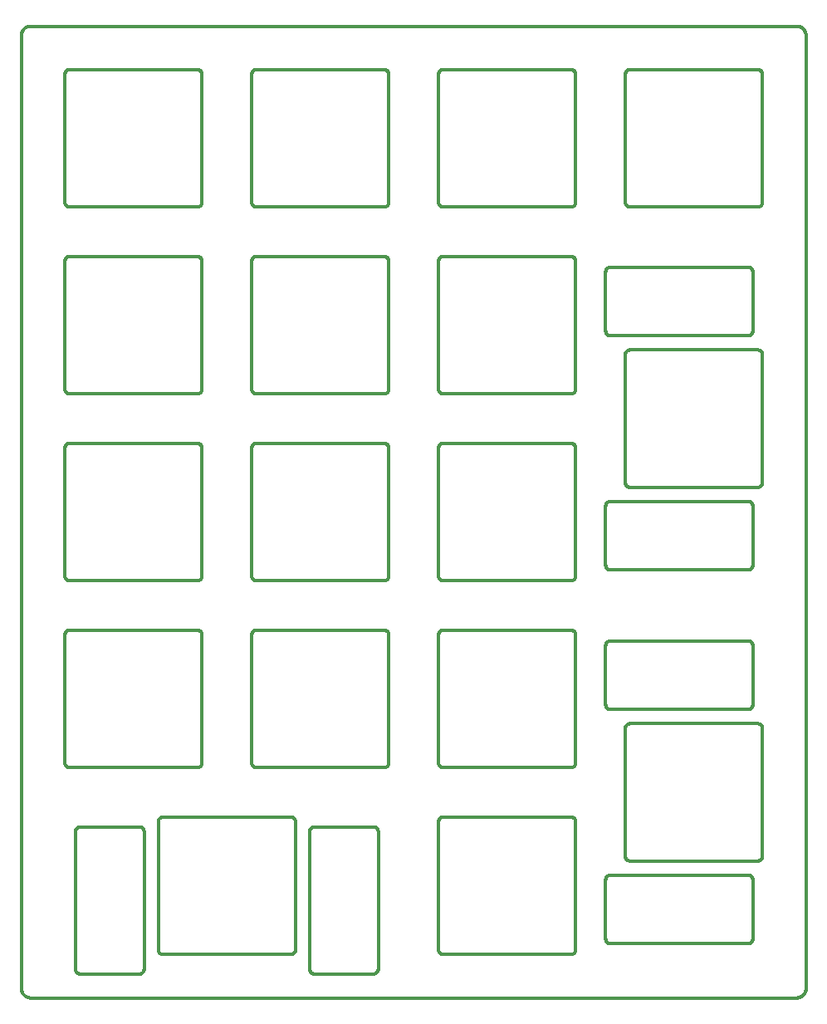
<source format=gbr>
%TF.GenerationSoftware,KiCad,Pcbnew,(6.0.1)*%
%TF.CreationDate,2022-03-10T18:19:00+09:00*%
%TF.ProjectId,plate,706c6174-652e-46b6-9963-61645f706362,rev?*%
%TF.SameCoordinates,Original*%
%TF.FileFunction,Profile,NP*%
%FSLAX46Y46*%
G04 Gerber Fmt 4.6, Leading zero omitted, Abs format (unit mm)*
G04 Created by KiCad (PCBNEW (6.0.1)) date 2022-03-10 18:19:00*
%MOMM*%
%LPD*%
G01*
G04 APERTURE LIST*
%TA.AperFunction,Profile*%
%ADD10C,0.352775*%
%TD*%
G04 APERTURE END LIST*
D10*
X43155056Y-23604248D02*
X56154842Y-23604248D01*
X56154842Y-23604248D02*
X56180621Y-23604900D01*
X56180621Y-23604900D02*
X56206061Y-23606834D01*
X56206061Y-23606834D02*
X56231131Y-23610020D01*
X56231131Y-23610020D02*
X56255799Y-23614425D01*
X56255799Y-23614425D02*
X56280035Y-23620019D01*
X56280035Y-23620019D02*
X56303807Y-23626770D01*
X56303807Y-23626770D02*
X56327082Y-23634645D01*
X56327082Y-23634645D02*
X56349831Y-23643615D01*
X56349831Y-23643615D02*
X56372021Y-23653647D01*
X56372021Y-23653647D02*
X56393620Y-23664709D01*
X56393620Y-23664709D02*
X56414598Y-23676772D01*
X56414598Y-23676772D02*
X56434923Y-23689802D01*
X56434923Y-23689802D02*
X56454563Y-23703768D01*
X56454563Y-23703768D02*
X56473487Y-23718639D01*
X56473487Y-23718639D02*
X56491664Y-23734384D01*
X56491664Y-23734384D02*
X56509061Y-23750971D01*
X56509061Y-23750971D02*
X56525648Y-23768369D01*
X56525648Y-23768369D02*
X56541393Y-23786545D01*
X56541393Y-23786545D02*
X56556265Y-23805469D01*
X56556265Y-23805469D02*
X56570231Y-23825110D01*
X56570231Y-23825110D02*
X56583261Y-23845434D01*
X56583261Y-23845434D02*
X56595323Y-23866412D01*
X56595323Y-23866412D02*
X56606386Y-23888012D01*
X56606386Y-23888012D02*
X56616418Y-23910202D01*
X56616418Y-23910202D02*
X56625387Y-23932950D01*
X56625387Y-23932950D02*
X56633263Y-23956226D01*
X56633263Y-23956226D02*
X56640014Y-23979998D01*
X56640014Y-23979998D02*
X56645607Y-24004233D01*
X56645607Y-24004233D02*
X56650013Y-24028902D01*
X56650013Y-24028902D02*
X56653198Y-24053972D01*
X56653198Y-24053972D02*
X56655133Y-24079412D01*
X56655133Y-24079412D02*
X56655785Y-24105190D01*
X56655785Y-24105190D02*
X56655785Y-37104992D01*
X56655785Y-37104992D02*
X56655133Y-37130770D01*
X56655133Y-37130770D02*
X56653198Y-37156210D01*
X56653198Y-37156210D02*
X56650013Y-37181280D01*
X56650013Y-37181280D02*
X56645607Y-37205949D01*
X56645607Y-37205949D02*
X56640014Y-37230185D01*
X56640014Y-37230185D02*
X56633263Y-37253956D01*
X56633263Y-37253956D02*
X56625387Y-37277232D01*
X56625387Y-37277232D02*
X56616418Y-37299980D01*
X56616418Y-37299980D02*
X56606386Y-37322170D01*
X56606386Y-37322170D02*
X56595323Y-37343770D01*
X56595323Y-37343770D02*
X56583261Y-37364748D01*
X56583261Y-37364748D02*
X56570231Y-37385073D01*
X56570231Y-37385073D02*
X56556265Y-37404713D01*
X56556265Y-37404713D02*
X56541393Y-37423637D01*
X56541393Y-37423637D02*
X56525648Y-37441813D01*
X56525648Y-37441813D02*
X56509061Y-37459211D01*
X56509061Y-37459211D02*
X56491664Y-37475798D01*
X56491664Y-37475798D02*
X56473487Y-37491543D01*
X56473487Y-37491543D02*
X56454563Y-37506414D01*
X56454563Y-37506414D02*
X56434923Y-37520381D01*
X56434923Y-37520381D02*
X56414598Y-37533411D01*
X56414598Y-37533411D02*
X56393620Y-37545473D01*
X56393620Y-37545473D02*
X56372021Y-37556535D01*
X56372021Y-37556535D02*
X56349831Y-37566567D01*
X56349831Y-37566567D02*
X56327082Y-37575537D01*
X56327082Y-37575537D02*
X56303807Y-37583413D01*
X56303807Y-37583413D02*
X56280035Y-37590163D01*
X56280035Y-37590163D02*
X56255799Y-37595757D01*
X56255799Y-37595757D02*
X56231131Y-37600162D01*
X56231131Y-37600162D02*
X56206061Y-37603348D01*
X56206061Y-37603348D02*
X56180621Y-37605282D01*
X56180621Y-37605282D02*
X56154842Y-37605934D01*
X56154842Y-37605934D02*
X43155056Y-37605934D01*
X43155056Y-37605934D02*
X43129278Y-37605282D01*
X43129278Y-37605282D02*
X43103838Y-37603348D01*
X43103838Y-37603348D02*
X43078768Y-37600162D01*
X43078768Y-37600162D02*
X43054099Y-37595757D01*
X43054099Y-37595757D02*
X43029863Y-37590163D01*
X43029863Y-37590163D02*
X43006092Y-37583413D01*
X43006092Y-37583413D02*
X42982816Y-37575537D01*
X42982816Y-37575537D02*
X42960067Y-37566567D01*
X42960067Y-37566567D02*
X42937878Y-37556535D01*
X42937878Y-37556535D02*
X42916278Y-37545473D01*
X42916278Y-37545473D02*
X42895300Y-37533411D01*
X42895300Y-37533411D02*
X42874975Y-37520381D01*
X42874975Y-37520381D02*
X42855335Y-37506414D01*
X42855335Y-37506414D02*
X42836411Y-37491543D01*
X42836411Y-37491543D02*
X42818234Y-37475798D01*
X42818234Y-37475798D02*
X42800837Y-37459211D01*
X42800837Y-37459211D02*
X42784250Y-37441813D01*
X42784250Y-37441813D02*
X42768505Y-37423637D01*
X42768505Y-37423637D02*
X42753634Y-37404713D01*
X42753634Y-37404713D02*
X42739667Y-37385073D01*
X42739667Y-37385073D02*
X42726637Y-37364748D01*
X42726637Y-37364748D02*
X42714575Y-37343770D01*
X42714575Y-37343770D02*
X42703512Y-37322170D01*
X42703512Y-37322170D02*
X42693481Y-37299980D01*
X42693481Y-37299980D02*
X42684511Y-37277232D01*
X42684511Y-37277232D02*
X42676635Y-37253956D01*
X42676635Y-37253956D02*
X42669885Y-37230185D01*
X42669885Y-37230185D02*
X42664291Y-37205949D01*
X42664291Y-37205949D02*
X42659886Y-37181280D01*
X42659886Y-37181280D02*
X42656700Y-37156210D01*
X42656700Y-37156210D02*
X42654766Y-37130770D01*
X42654766Y-37130770D02*
X42654114Y-37104992D01*
X42654114Y-37104992D02*
X42654114Y-24105190D01*
X42654114Y-24105190D02*
X42654766Y-24079412D01*
X42654766Y-24079412D02*
X42656700Y-24053972D01*
X42656700Y-24053972D02*
X42659886Y-24028902D01*
X42659886Y-24028902D02*
X42664291Y-24004233D01*
X42664291Y-24004233D02*
X42669885Y-23979998D01*
X42669885Y-23979998D02*
X42676635Y-23956226D01*
X42676635Y-23956226D02*
X42684511Y-23932950D01*
X42684511Y-23932950D02*
X42693481Y-23910202D01*
X42693481Y-23910202D02*
X42703512Y-23888012D01*
X42703512Y-23888012D02*
X42714575Y-23866412D01*
X42714575Y-23866412D02*
X42726637Y-23845434D01*
X42726637Y-23845434D02*
X42739667Y-23825110D01*
X42739667Y-23825110D02*
X42753634Y-23805469D01*
X42753634Y-23805469D02*
X42768505Y-23786545D01*
X42768505Y-23786545D02*
X42784250Y-23768369D01*
X42784250Y-23768369D02*
X42800837Y-23750971D01*
X42800837Y-23750971D02*
X42818234Y-23734384D01*
X42818234Y-23734384D02*
X42836411Y-23718639D01*
X42836411Y-23718639D02*
X42855335Y-23703768D01*
X42855335Y-23703768D02*
X42874975Y-23689802D01*
X42874975Y-23689802D02*
X42895300Y-23676772D01*
X42895300Y-23676772D02*
X42916278Y-23664709D01*
X42916278Y-23664709D02*
X42937878Y-23653647D01*
X42937878Y-23653647D02*
X42960067Y-23643615D01*
X42960067Y-23643615D02*
X42982816Y-23634645D01*
X42982816Y-23634645D02*
X43006092Y-23626770D01*
X43006092Y-23626770D02*
X43029863Y-23620019D01*
X43029863Y-23620019D02*
X43054099Y-23614425D01*
X43054099Y-23614425D02*
X43078768Y-23610020D01*
X43078768Y-23610020D02*
X43103838Y-23606834D01*
X43103838Y-23606834D02*
X43129278Y-23604900D01*
X43129278Y-23604900D02*
X43155056Y-23604248D01*
X43155056Y-23604248D02*
X43155056Y-23604248D01*
X43155056Y-42654156D02*
X56154842Y-42654156D01*
X56154842Y-42654156D02*
X56180621Y-42654808D01*
X56180621Y-42654808D02*
X56206061Y-42656742D01*
X56206061Y-42656742D02*
X56231131Y-42659928D01*
X56231131Y-42659928D02*
X56255799Y-42664333D01*
X56255799Y-42664333D02*
X56280035Y-42669927D01*
X56280035Y-42669927D02*
X56303807Y-42676677D01*
X56303807Y-42676677D02*
X56327082Y-42684553D01*
X56327082Y-42684553D02*
X56349831Y-42693523D01*
X56349831Y-42693523D02*
X56372021Y-42703554D01*
X56372021Y-42703554D02*
X56393620Y-42714617D01*
X56393620Y-42714617D02*
X56414598Y-42726679D01*
X56414598Y-42726679D02*
X56434923Y-42739709D01*
X56434923Y-42739709D02*
X56454563Y-42753676D01*
X56454563Y-42753676D02*
X56473487Y-42768547D01*
X56473487Y-42768547D02*
X56491664Y-42784292D01*
X56491664Y-42784292D02*
X56509061Y-42800879D01*
X56509061Y-42800879D02*
X56525648Y-42818276D01*
X56525648Y-42818276D02*
X56541393Y-42836453D01*
X56541393Y-42836453D02*
X56556265Y-42855377D01*
X56556265Y-42855377D02*
X56570231Y-42875017D01*
X56570231Y-42875017D02*
X56583261Y-42895342D01*
X56583261Y-42895342D02*
X56595323Y-42916320D01*
X56595323Y-42916320D02*
X56606386Y-42937920D01*
X56606386Y-42937920D02*
X56616418Y-42960109D01*
X56616418Y-42960109D02*
X56625387Y-42982858D01*
X56625387Y-42982858D02*
X56633263Y-43006134D01*
X56633263Y-43006134D02*
X56640014Y-43029905D01*
X56640014Y-43029905D02*
X56645607Y-43054141D01*
X56645607Y-43054141D02*
X56650013Y-43078810D01*
X56650013Y-43078810D02*
X56653198Y-43103880D01*
X56653198Y-43103880D02*
X56655133Y-43129320D01*
X56655133Y-43129320D02*
X56655785Y-43155098D01*
X56655785Y-43155098D02*
X56655785Y-56154900D01*
X56655785Y-56154900D02*
X56655133Y-56180678D01*
X56655133Y-56180678D02*
X56653198Y-56206118D01*
X56653198Y-56206118D02*
X56650013Y-56231188D01*
X56650013Y-56231188D02*
X56645607Y-56255856D01*
X56645607Y-56255856D02*
X56640014Y-56280092D01*
X56640014Y-56280092D02*
X56633263Y-56303864D01*
X56633263Y-56303864D02*
X56625387Y-56327140D01*
X56625387Y-56327140D02*
X56616418Y-56349888D01*
X56616418Y-56349888D02*
X56606386Y-56372078D01*
X56606386Y-56372078D02*
X56595323Y-56393678D01*
X56595323Y-56393678D02*
X56583261Y-56414656D01*
X56583261Y-56414656D02*
X56570231Y-56434980D01*
X56570231Y-56434980D02*
X56556265Y-56454621D01*
X56556265Y-56454621D02*
X56541393Y-56473545D01*
X56541393Y-56473545D02*
X56525648Y-56491721D01*
X56525648Y-56491721D02*
X56509061Y-56509119D01*
X56509061Y-56509119D02*
X56491664Y-56525705D01*
X56491664Y-56525705D02*
X56473487Y-56541450D01*
X56473487Y-56541450D02*
X56454563Y-56556322D01*
X56454563Y-56556322D02*
X56434923Y-56570288D01*
X56434923Y-56570288D02*
X56414598Y-56583318D01*
X56414598Y-56583318D02*
X56393620Y-56595380D01*
X56393620Y-56595380D02*
X56372021Y-56606443D01*
X56372021Y-56606443D02*
X56349831Y-56616475D01*
X56349831Y-56616475D02*
X56327082Y-56625445D01*
X56327082Y-56625445D02*
X56303807Y-56633320D01*
X56303807Y-56633320D02*
X56280035Y-56640071D01*
X56280035Y-56640071D02*
X56255799Y-56645664D01*
X56255799Y-56645664D02*
X56231131Y-56650070D01*
X56231131Y-56650070D02*
X56206061Y-56653255D01*
X56206061Y-56653255D02*
X56180621Y-56655190D01*
X56180621Y-56655190D02*
X56154842Y-56655842D01*
X56154842Y-56655842D02*
X43155056Y-56655842D01*
X43155056Y-56655842D02*
X43129278Y-56655190D01*
X43129278Y-56655190D02*
X43103838Y-56653255D01*
X43103838Y-56653255D02*
X43078768Y-56650070D01*
X43078768Y-56650070D02*
X43054099Y-56645664D01*
X43054099Y-56645664D02*
X43029863Y-56640071D01*
X43029863Y-56640071D02*
X43006092Y-56633320D01*
X43006092Y-56633320D02*
X42982816Y-56625445D01*
X42982816Y-56625445D02*
X42960067Y-56616475D01*
X42960067Y-56616475D02*
X42937878Y-56606443D01*
X42937878Y-56606443D02*
X42916278Y-56595380D01*
X42916278Y-56595380D02*
X42895300Y-56583318D01*
X42895300Y-56583318D02*
X42874975Y-56570288D01*
X42874975Y-56570288D02*
X42855335Y-56556322D01*
X42855335Y-56556322D02*
X42836411Y-56541450D01*
X42836411Y-56541450D02*
X42818234Y-56525705D01*
X42818234Y-56525705D02*
X42800837Y-56509119D01*
X42800837Y-56509119D02*
X42784250Y-56491721D01*
X42784250Y-56491721D02*
X42768505Y-56473545D01*
X42768505Y-56473545D02*
X42753634Y-56454621D01*
X42753634Y-56454621D02*
X42739667Y-56434980D01*
X42739667Y-56434980D02*
X42726637Y-56414656D01*
X42726637Y-56414656D02*
X42714575Y-56393678D01*
X42714575Y-56393678D02*
X42703512Y-56372078D01*
X42703512Y-56372078D02*
X42693481Y-56349888D01*
X42693481Y-56349888D02*
X42684511Y-56327140D01*
X42684511Y-56327140D02*
X42676635Y-56303864D01*
X42676635Y-56303864D02*
X42669885Y-56280092D01*
X42669885Y-56280092D02*
X42664291Y-56255856D01*
X42664291Y-56255856D02*
X42659886Y-56231188D01*
X42659886Y-56231188D02*
X42656700Y-56206118D01*
X42656700Y-56206118D02*
X42654766Y-56180678D01*
X42654766Y-56180678D02*
X42654114Y-56154900D01*
X42654114Y-56154900D02*
X42654114Y-43155098D01*
X42654114Y-43155098D02*
X42654766Y-43129320D01*
X42654766Y-43129320D02*
X42656700Y-43103880D01*
X42656700Y-43103880D02*
X42659886Y-43078810D01*
X42659886Y-43078810D02*
X42664291Y-43054141D01*
X42664291Y-43054141D02*
X42669885Y-43029905D01*
X42669885Y-43029905D02*
X42676635Y-43006134D01*
X42676635Y-43006134D02*
X42684511Y-42982858D01*
X42684511Y-42982858D02*
X42693481Y-42960109D01*
X42693481Y-42960109D02*
X42703512Y-42937920D01*
X42703512Y-42937920D02*
X42714575Y-42916320D01*
X42714575Y-42916320D02*
X42726637Y-42895342D01*
X42726637Y-42895342D02*
X42739667Y-42875017D01*
X42739667Y-42875017D02*
X42753634Y-42855377D01*
X42753634Y-42855377D02*
X42768505Y-42836453D01*
X42768505Y-42836453D02*
X42784250Y-42818276D01*
X42784250Y-42818276D02*
X42800837Y-42800879D01*
X42800837Y-42800879D02*
X42818234Y-42784292D01*
X42818234Y-42784292D02*
X42836411Y-42768547D01*
X42836411Y-42768547D02*
X42855335Y-42753676D01*
X42855335Y-42753676D02*
X42874975Y-42739709D01*
X42874975Y-42739709D02*
X42895300Y-42726679D01*
X42895300Y-42726679D02*
X42916278Y-42714617D01*
X42916278Y-42714617D02*
X42937878Y-42703554D01*
X42937878Y-42703554D02*
X42960067Y-42693523D01*
X42960067Y-42693523D02*
X42982816Y-42684553D01*
X42982816Y-42684553D02*
X43006092Y-42676677D01*
X43006092Y-42676677D02*
X43029863Y-42669927D01*
X43029863Y-42669927D02*
X43054099Y-42664333D01*
X43054099Y-42664333D02*
X43078768Y-42659928D01*
X43078768Y-42659928D02*
X43103838Y-42656742D01*
X43103838Y-42656742D02*
X43129278Y-42654808D01*
X43129278Y-42654808D02*
X43155056Y-42654156D01*
X43155056Y-42654156D02*
X43155056Y-42654156D01*
X14580220Y-80753975D02*
X27580006Y-80753975D01*
X27580006Y-80753975D02*
X27605784Y-80754627D01*
X27605784Y-80754627D02*
X27631224Y-80756561D01*
X27631224Y-80756561D02*
X27656294Y-80759747D01*
X27656294Y-80759747D02*
X27680962Y-80764152D01*
X27680962Y-80764152D02*
X27705198Y-80769746D01*
X27705198Y-80769746D02*
X27728970Y-80776496D01*
X27728970Y-80776496D02*
X27752246Y-80784372D01*
X27752246Y-80784372D02*
X27774994Y-80793342D01*
X27774994Y-80793342D02*
X27797184Y-80803373D01*
X27797184Y-80803373D02*
X27818784Y-80814436D01*
X27818784Y-80814436D02*
X27839762Y-80826498D01*
X27839762Y-80826498D02*
X27860086Y-80839528D01*
X27860086Y-80839528D02*
X27879727Y-80853495D01*
X27879727Y-80853495D02*
X27898651Y-80868366D01*
X27898651Y-80868366D02*
X27916827Y-80884111D01*
X27916827Y-80884111D02*
X27934225Y-80900698D01*
X27934225Y-80900698D02*
X27950812Y-80918095D01*
X27950812Y-80918095D02*
X27966556Y-80936271D01*
X27966556Y-80936271D02*
X27981428Y-80955195D01*
X27981428Y-80955195D02*
X27995394Y-80974835D01*
X27995394Y-80974835D02*
X28008424Y-80995160D01*
X28008424Y-80995160D02*
X28020486Y-81016138D01*
X28020486Y-81016138D02*
X28031549Y-81037737D01*
X28031549Y-81037737D02*
X28041581Y-81059927D01*
X28041581Y-81059927D02*
X28050551Y-81082675D01*
X28050551Y-81082675D02*
X28058426Y-81105951D01*
X28058426Y-81105951D02*
X28065177Y-81129722D01*
X28065177Y-81129722D02*
X28070770Y-81153958D01*
X28070770Y-81153958D02*
X28075176Y-81178626D01*
X28075176Y-81178626D02*
X28078362Y-81203696D01*
X28078362Y-81203696D02*
X28080296Y-81229135D01*
X28080296Y-81229135D02*
X28080948Y-81254913D01*
X28080948Y-81254913D02*
X28080948Y-94254707D01*
X28080948Y-94254707D02*
X28080296Y-94280487D01*
X28080296Y-94280487D02*
X28078362Y-94305927D01*
X28078362Y-94305927D02*
X28075176Y-94330998D01*
X28075176Y-94330998D02*
X28070770Y-94355668D01*
X28070770Y-94355668D02*
X28065177Y-94379905D01*
X28065177Y-94379905D02*
X28058426Y-94403677D01*
X28058426Y-94403677D02*
X28050551Y-94426953D01*
X28050551Y-94426953D02*
X28041581Y-94449703D01*
X28041581Y-94449703D02*
X28031549Y-94471893D01*
X28031549Y-94471893D02*
X28020486Y-94493493D01*
X28020486Y-94493493D02*
X28008424Y-94514471D01*
X28008424Y-94514471D02*
X27995394Y-94534797D01*
X27995394Y-94534797D02*
X27981428Y-94554437D01*
X27981428Y-94554437D02*
X27966556Y-94573362D01*
X27966556Y-94573362D02*
X27950812Y-94591539D01*
X27950812Y-94591539D02*
X27934225Y-94608936D01*
X27934225Y-94608936D02*
X27916827Y-94625523D01*
X27916827Y-94625523D02*
X27898651Y-94641269D01*
X27898651Y-94641269D02*
X27879727Y-94656140D01*
X27879727Y-94656140D02*
X27860086Y-94670107D01*
X27860086Y-94670107D02*
X27839762Y-94683137D01*
X27839762Y-94683137D02*
X27818784Y-94695199D01*
X27818784Y-94695199D02*
X27797184Y-94706262D01*
X27797184Y-94706262D02*
X27774994Y-94716294D01*
X27774994Y-94716294D02*
X27752246Y-94725264D01*
X27752246Y-94725264D02*
X27728970Y-94733139D01*
X27728970Y-94733139D02*
X27705198Y-94739890D01*
X27705198Y-94739890D02*
X27680962Y-94745484D01*
X27680962Y-94745484D02*
X27656294Y-94749889D01*
X27656294Y-94749889D02*
X27631224Y-94753075D01*
X27631224Y-94753075D02*
X27605784Y-94755009D01*
X27605784Y-94755009D02*
X27580006Y-94755661D01*
X27580006Y-94755661D02*
X14580220Y-94755661D01*
X14580220Y-94755661D02*
X14554442Y-94755009D01*
X14554442Y-94755009D02*
X14529002Y-94753075D01*
X14529002Y-94753075D02*
X14503932Y-94749889D01*
X14503932Y-94749889D02*
X14479263Y-94745484D01*
X14479263Y-94745484D02*
X14455028Y-94739890D01*
X14455028Y-94739890D02*
X14431256Y-94733139D01*
X14431256Y-94733139D02*
X14407980Y-94725264D01*
X14407980Y-94725264D02*
X14385232Y-94716294D01*
X14385232Y-94716294D02*
X14363042Y-94706262D01*
X14363042Y-94706262D02*
X14341442Y-94695199D01*
X14341442Y-94695199D02*
X14320465Y-94683137D01*
X14320465Y-94683137D02*
X14300140Y-94670107D01*
X14300140Y-94670107D02*
X14280500Y-94656140D01*
X14280500Y-94656140D02*
X14261576Y-94641269D01*
X14261576Y-94641269D02*
X14243399Y-94625523D01*
X14243399Y-94625523D02*
X14226002Y-94608936D01*
X14226002Y-94608936D02*
X14209415Y-94591539D01*
X14209415Y-94591539D02*
X14193670Y-94573362D01*
X14193670Y-94573362D02*
X14178799Y-94554437D01*
X14178799Y-94554437D02*
X14164832Y-94534797D01*
X14164832Y-94534797D02*
X14151802Y-94514471D01*
X14151802Y-94514471D02*
X14139740Y-94493493D01*
X14139740Y-94493493D02*
X14128677Y-94471893D01*
X14128677Y-94471893D02*
X14118646Y-94449703D01*
X14118646Y-94449703D02*
X14109676Y-94426953D01*
X14109676Y-94426953D02*
X14101800Y-94403677D01*
X14101800Y-94403677D02*
X14095050Y-94379905D01*
X14095050Y-94379905D02*
X14089456Y-94355668D01*
X14089456Y-94355668D02*
X14085051Y-94330998D01*
X14085051Y-94330998D02*
X14081865Y-94305927D01*
X14081865Y-94305927D02*
X14079931Y-94280487D01*
X14079931Y-94280487D02*
X14079279Y-94254707D01*
X14079279Y-94254707D02*
X14079279Y-81254913D01*
X14079279Y-81254913D02*
X14079931Y-81229135D01*
X14079931Y-81229135D02*
X14081865Y-81203696D01*
X14081865Y-81203696D02*
X14085051Y-81178626D01*
X14085051Y-81178626D02*
X14089456Y-81153958D01*
X14089456Y-81153958D02*
X14095050Y-81129722D01*
X14095050Y-81129722D02*
X14101800Y-81105951D01*
X14101800Y-81105951D02*
X14109676Y-81082675D01*
X14109676Y-81082675D02*
X14118646Y-81059927D01*
X14118646Y-81059927D02*
X14128677Y-81037737D01*
X14128677Y-81037737D02*
X14139740Y-81016138D01*
X14139740Y-81016138D02*
X14151802Y-80995160D01*
X14151802Y-80995160D02*
X14164832Y-80974835D01*
X14164832Y-80974835D02*
X14178799Y-80955195D01*
X14178799Y-80955195D02*
X14193670Y-80936271D01*
X14193670Y-80936271D02*
X14209415Y-80918095D01*
X14209415Y-80918095D02*
X14226002Y-80900698D01*
X14226002Y-80900698D02*
X14243399Y-80884111D01*
X14243399Y-80884111D02*
X14261576Y-80868366D01*
X14261576Y-80868366D02*
X14280500Y-80853495D01*
X14280500Y-80853495D02*
X14300140Y-80839528D01*
X14300140Y-80839528D02*
X14320465Y-80826498D01*
X14320465Y-80826498D02*
X14341442Y-80814436D01*
X14341442Y-80814436D02*
X14363042Y-80803373D01*
X14363042Y-80803373D02*
X14385232Y-80793342D01*
X14385232Y-80793342D02*
X14407980Y-80784372D01*
X14407980Y-80784372D02*
X14431256Y-80776496D01*
X14431256Y-80776496D02*
X14455028Y-80769746D01*
X14455028Y-80769746D02*
X14479263Y-80764152D01*
X14479263Y-80764152D02*
X14503932Y-80759747D01*
X14503932Y-80759747D02*
X14529002Y-80756561D01*
X14529002Y-80756561D02*
X14554442Y-80754627D01*
X14554442Y-80754627D02*
X14580220Y-80753975D01*
X14580220Y-80753975D02*
X14580220Y-80753975D01*
X24105165Y-61704067D02*
X37104954Y-61704067D01*
X37104954Y-61704067D02*
X37130732Y-61704719D01*
X37130732Y-61704719D02*
X37156172Y-61706654D01*
X37156172Y-61706654D02*
X37181242Y-61709839D01*
X37181242Y-61709839D02*
X37205911Y-61714245D01*
X37205911Y-61714245D02*
X37230146Y-61719838D01*
X37230146Y-61719838D02*
X37253918Y-61726588D01*
X37253918Y-61726588D02*
X37277194Y-61734464D01*
X37277194Y-61734464D02*
X37299942Y-61743433D01*
X37299942Y-61743433D02*
X37322132Y-61753465D01*
X37322132Y-61753465D02*
X37343732Y-61764528D01*
X37343732Y-61764528D02*
X37364710Y-61776590D01*
X37364710Y-61776590D02*
X37385035Y-61789620D01*
X37385035Y-61789620D02*
X37404675Y-61803586D01*
X37404675Y-61803586D02*
X37423599Y-61818457D01*
X37423599Y-61818457D02*
X37441775Y-61834202D01*
X37441775Y-61834202D02*
X37459173Y-61850789D01*
X37459173Y-61850789D02*
X37475760Y-61868186D01*
X37475760Y-61868186D02*
X37491505Y-61886362D01*
X37491505Y-61886362D02*
X37506376Y-61905286D01*
X37506376Y-61905286D02*
X37520342Y-61924926D01*
X37520342Y-61924926D02*
X37533372Y-61945251D01*
X37533372Y-61945251D02*
X37545435Y-61966229D01*
X37545435Y-61966229D02*
X37556497Y-61987828D01*
X37556497Y-61987828D02*
X37566529Y-62010018D01*
X37566529Y-62010018D02*
X37575499Y-62032766D01*
X37575499Y-62032766D02*
X37583374Y-62056042D01*
X37583374Y-62056042D02*
X37590125Y-62079813D01*
X37590125Y-62079813D02*
X37595719Y-62104049D01*
X37595719Y-62104049D02*
X37600124Y-62128718D01*
X37600124Y-62128718D02*
X37603310Y-62153788D01*
X37603310Y-62153788D02*
X37605244Y-62179227D01*
X37605244Y-62179227D02*
X37605896Y-62205006D01*
X37605896Y-62205006D02*
X37605896Y-75204811D01*
X37605896Y-75204811D02*
X37605244Y-75230589D01*
X37605244Y-75230589D02*
X37603310Y-75256029D01*
X37603310Y-75256029D02*
X37600124Y-75281098D01*
X37600124Y-75281098D02*
X37595719Y-75305767D01*
X37595719Y-75305767D02*
X37590125Y-75330002D01*
X37590125Y-75330002D02*
X37583374Y-75353774D01*
X37583374Y-75353774D02*
X37575499Y-75377049D01*
X37575499Y-75377049D02*
X37566529Y-75399797D01*
X37566529Y-75399797D02*
X37556497Y-75421987D01*
X37556497Y-75421987D02*
X37545435Y-75443587D01*
X37545435Y-75443587D02*
X37533372Y-75464564D01*
X37533372Y-75464564D02*
X37520342Y-75484889D01*
X37520342Y-75484889D02*
X37506376Y-75504529D01*
X37506376Y-75504529D02*
X37491505Y-75523453D01*
X37491505Y-75523453D02*
X37475760Y-75541629D01*
X37475760Y-75541629D02*
X37459173Y-75559027D01*
X37459173Y-75559027D02*
X37441775Y-75575614D01*
X37441775Y-75575614D02*
X37423599Y-75591358D01*
X37423599Y-75591358D02*
X37404675Y-75606230D01*
X37404675Y-75606230D02*
X37385035Y-75620196D01*
X37385035Y-75620196D02*
X37364710Y-75633226D01*
X37364710Y-75633226D02*
X37343732Y-75645288D01*
X37343732Y-75645288D02*
X37322132Y-75656351D01*
X37322132Y-75656351D02*
X37299942Y-75666383D01*
X37299942Y-75666383D02*
X37277194Y-75675352D01*
X37277194Y-75675352D02*
X37253918Y-75683228D01*
X37253918Y-75683228D02*
X37230146Y-75689978D01*
X37230146Y-75689978D02*
X37205911Y-75695572D01*
X37205911Y-75695572D02*
X37181242Y-75699977D01*
X37181242Y-75699977D02*
X37156172Y-75703163D01*
X37156172Y-75703163D02*
X37130732Y-75705098D01*
X37130732Y-75705098D02*
X37104954Y-75705750D01*
X37104954Y-75705750D02*
X24105165Y-75705750D01*
X24105165Y-75705750D02*
X24079387Y-75705098D01*
X24079387Y-75705098D02*
X24053947Y-75703163D01*
X24053947Y-75703163D02*
X24028877Y-75699977D01*
X24028877Y-75699977D02*
X24004209Y-75695572D01*
X24004209Y-75695572D02*
X23979973Y-75689978D01*
X23979973Y-75689978D02*
X23956201Y-75683228D01*
X23956201Y-75683228D02*
X23932926Y-75675352D01*
X23932926Y-75675352D02*
X23910177Y-75666383D01*
X23910177Y-75666383D02*
X23887987Y-75656351D01*
X23887987Y-75656351D02*
X23866388Y-75645288D01*
X23866388Y-75645288D02*
X23845410Y-75633226D01*
X23845410Y-75633226D02*
X23825085Y-75620196D01*
X23825085Y-75620196D02*
X23805445Y-75606230D01*
X23805445Y-75606230D02*
X23786521Y-75591358D01*
X23786521Y-75591358D02*
X23768345Y-75575614D01*
X23768345Y-75575614D02*
X23750947Y-75559027D01*
X23750947Y-75559027D02*
X23734361Y-75541629D01*
X23734361Y-75541629D02*
X23718616Y-75523453D01*
X23718616Y-75523453D02*
X23703744Y-75504529D01*
X23703744Y-75504529D02*
X23689778Y-75484889D01*
X23689778Y-75484889D02*
X23676748Y-75464564D01*
X23676748Y-75464564D02*
X23664686Y-75443587D01*
X23664686Y-75443587D02*
X23653623Y-75421987D01*
X23653623Y-75421987D02*
X23643592Y-75399797D01*
X23643592Y-75399797D02*
X23634622Y-75377049D01*
X23634622Y-75377049D02*
X23626747Y-75353774D01*
X23626747Y-75353774D02*
X23619996Y-75330002D01*
X23619996Y-75330002D02*
X23614403Y-75305767D01*
X23614403Y-75305767D02*
X23609997Y-75281098D01*
X23609997Y-75281098D02*
X23606811Y-75256029D01*
X23606811Y-75256029D02*
X23604877Y-75230589D01*
X23604877Y-75230589D02*
X23604225Y-75204811D01*
X23604225Y-75204811D02*
X23604225Y-62205006D01*
X23604225Y-62205006D02*
X23604877Y-62179227D01*
X23604877Y-62179227D02*
X23606811Y-62153788D01*
X23606811Y-62153788D02*
X23609997Y-62128718D01*
X23609997Y-62128718D02*
X23614403Y-62104049D01*
X23614403Y-62104049D02*
X23619996Y-62079813D01*
X23619996Y-62079813D02*
X23626747Y-62056042D01*
X23626747Y-62056042D02*
X23634622Y-62032766D01*
X23634622Y-62032766D02*
X23643592Y-62010018D01*
X23643592Y-62010018D02*
X23653623Y-61987828D01*
X23653623Y-61987828D02*
X23664686Y-61966229D01*
X23664686Y-61966229D02*
X23676748Y-61945251D01*
X23676748Y-61945251D02*
X23689778Y-61924926D01*
X23689778Y-61924926D02*
X23703744Y-61905286D01*
X23703744Y-61905286D02*
X23718616Y-61886362D01*
X23718616Y-61886362D02*
X23734361Y-61868186D01*
X23734361Y-61868186D02*
X23750947Y-61850789D01*
X23750947Y-61850789D02*
X23768345Y-61834202D01*
X23768345Y-61834202D02*
X23786521Y-61818457D01*
X23786521Y-61818457D02*
X23805445Y-61803586D01*
X23805445Y-61803586D02*
X23825085Y-61789620D01*
X23825085Y-61789620D02*
X23845410Y-61776590D01*
X23845410Y-61776590D02*
X23866388Y-61764528D01*
X23866388Y-61764528D02*
X23887987Y-61753465D01*
X23887987Y-61753465D02*
X23910177Y-61743433D01*
X23910177Y-61743433D02*
X23932926Y-61734464D01*
X23932926Y-61734464D02*
X23956201Y-61726588D01*
X23956201Y-61726588D02*
X23979973Y-61719838D01*
X23979973Y-61719838D02*
X24004209Y-61714245D01*
X24004209Y-61714245D02*
X24028877Y-61709839D01*
X24028877Y-61709839D02*
X24053947Y-61706654D01*
X24053947Y-61706654D02*
X24079387Y-61704719D01*
X24079387Y-61704719D02*
X24105165Y-61704067D01*
X24105165Y-61704067D02*
X24105165Y-61704067D01*
X43155056Y-4554339D02*
X56154842Y-4554339D01*
X56154842Y-4554339D02*
X56180621Y-4554991D01*
X56180621Y-4554991D02*
X56206061Y-4556925D01*
X56206061Y-4556925D02*
X56231131Y-4560111D01*
X56231131Y-4560111D02*
X56255799Y-4564516D01*
X56255799Y-4564516D02*
X56280035Y-4570110D01*
X56280035Y-4570110D02*
X56303807Y-4576860D01*
X56303807Y-4576860D02*
X56327082Y-4584736D01*
X56327082Y-4584736D02*
X56349831Y-4593705D01*
X56349831Y-4593705D02*
X56372021Y-4603737D01*
X56372021Y-4603737D02*
X56393620Y-4614800D01*
X56393620Y-4614800D02*
X56414598Y-4626862D01*
X56414598Y-4626862D02*
X56434923Y-4639892D01*
X56434923Y-4639892D02*
X56454563Y-4653858D01*
X56454563Y-4653858D02*
X56473487Y-4668730D01*
X56473487Y-4668730D02*
X56491664Y-4684475D01*
X56491664Y-4684475D02*
X56509061Y-4701061D01*
X56509061Y-4701061D02*
X56525648Y-4718459D01*
X56525648Y-4718459D02*
X56541393Y-4736635D01*
X56541393Y-4736635D02*
X56556265Y-4755559D01*
X56556265Y-4755559D02*
X56570231Y-4775200D01*
X56570231Y-4775200D02*
X56583261Y-4795524D01*
X56583261Y-4795524D02*
X56595323Y-4816502D01*
X56595323Y-4816502D02*
X56606386Y-4838102D01*
X56606386Y-4838102D02*
X56616418Y-4860292D01*
X56616418Y-4860292D02*
X56625387Y-4883040D01*
X56625387Y-4883040D02*
X56633263Y-4906316D01*
X56633263Y-4906316D02*
X56640014Y-4930088D01*
X56640014Y-4930088D02*
X56645607Y-4954324D01*
X56645607Y-4954324D02*
X56650013Y-4978993D01*
X56650013Y-4978993D02*
X56653198Y-5004063D01*
X56653198Y-5004063D02*
X56655133Y-5029503D01*
X56655133Y-5029503D02*
X56655785Y-5055281D01*
X56655785Y-5055281D02*
X56655785Y-18055080D01*
X56655785Y-18055080D02*
X56655133Y-18080859D01*
X56655133Y-18080859D02*
X56653198Y-18106299D01*
X56653198Y-18106299D02*
X56650013Y-18131369D01*
X56650013Y-18131369D02*
X56645607Y-18156037D01*
X56645607Y-18156037D02*
X56640014Y-18180273D01*
X56640014Y-18180273D02*
X56633263Y-18204044D01*
X56633263Y-18204044D02*
X56625387Y-18227320D01*
X56625387Y-18227320D02*
X56616418Y-18250069D01*
X56616418Y-18250069D02*
X56606386Y-18272258D01*
X56606386Y-18272258D02*
X56595323Y-18293858D01*
X56595323Y-18293858D02*
X56583261Y-18314836D01*
X56583261Y-18314836D02*
X56570231Y-18335161D01*
X56570231Y-18335161D02*
X56556265Y-18354801D01*
X56556265Y-18354801D02*
X56541393Y-18373725D01*
X56541393Y-18373725D02*
X56525648Y-18391901D01*
X56525648Y-18391901D02*
X56509061Y-18409298D01*
X56509061Y-18409298D02*
X56491664Y-18425885D01*
X56491664Y-18425885D02*
X56473487Y-18441630D01*
X56473487Y-18441630D02*
X56454563Y-18456501D01*
X56454563Y-18456501D02*
X56434923Y-18470468D01*
X56434923Y-18470468D02*
X56414598Y-18483498D01*
X56414598Y-18483498D02*
X56393620Y-18495560D01*
X56393620Y-18495560D02*
X56372021Y-18506622D01*
X56372021Y-18506622D02*
X56349831Y-18516654D01*
X56349831Y-18516654D02*
X56327082Y-18525624D01*
X56327082Y-18525624D02*
X56303807Y-18533499D01*
X56303807Y-18533499D02*
X56280035Y-18540250D01*
X56280035Y-18540250D02*
X56255799Y-18545843D01*
X56255799Y-18545843D02*
X56231131Y-18550249D01*
X56231131Y-18550249D02*
X56206061Y-18553434D01*
X56206061Y-18553434D02*
X56180621Y-18555369D01*
X56180621Y-18555369D02*
X56154842Y-18556021D01*
X56154842Y-18556021D02*
X43155056Y-18556021D01*
X43155056Y-18556021D02*
X43129278Y-18555369D01*
X43129278Y-18555369D02*
X43103838Y-18553434D01*
X43103838Y-18553434D02*
X43078768Y-18550249D01*
X43078768Y-18550249D02*
X43054099Y-18545843D01*
X43054099Y-18545843D02*
X43029863Y-18540250D01*
X43029863Y-18540250D02*
X43006092Y-18533499D01*
X43006092Y-18533499D02*
X42982816Y-18525624D01*
X42982816Y-18525624D02*
X42960067Y-18516654D01*
X42960067Y-18516654D02*
X42937878Y-18506622D01*
X42937878Y-18506622D02*
X42916278Y-18495560D01*
X42916278Y-18495560D02*
X42895300Y-18483498D01*
X42895300Y-18483498D02*
X42874975Y-18470468D01*
X42874975Y-18470468D02*
X42855335Y-18456501D01*
X42855335Y-18456501D02*
X42836411Y-18441630D01*
X42836411Y-18441630D02*
X42818234Y-18425885D01*
X42818234Y-18425885D02*
X42800837Y-18409298D01*
X42800837Y-18409298D02*
X42784250Y-18391901D01*
X42784250Y-18391901D02*
X42768505Y-18373725D01*
X42768505Y-18373725D02*
X42753634Y-18354801D01*
X42753634Y-18354801D02*
X42739667Y-18335161D01*
X42739667Y-18335161D02*
X42726637Y-18314836D01*
X42726637Y-18314836D02*
X42714575Y-18293858D01*
X42714575Y-18293858D02*
X42703512Y-18272258D01*
X42703512Y-18272258D02*
X42693481Y-18250069D01*
X42693481Y-18250069D02*
X42684511Y-18227320D01*
X42684511Y-18227320D02*
X42676635Y-18204044D01*
X42676635Y-18204044D02*
X42669885Y-18180273D01*
X42669885Y-18180273D02*
X42664291Y-18156037D01*
X42664291Y-18156037D02*
X42659886Y-18131369D01*
X42659886Y-18131369D02*
X42656700Y-18106299D01*
X42656700Y-18106299D02*
X42654766Y-18080859D01*
X42654766Y-18080859D02*
X42654114Y-18055080D01*
X42654114Y-18055080D02*
X42654114Y-5055281D01*
X42654114Y-5055281D02*
X42654766Y-5029503D01*
X42654766Y-5029503D02*
X42656700Y-5004063D01*
X42656700Y-5004063D02*
X42659886Y-4978993D01*
X42659886Y-4978993D02*
X42664291Y-4954324D01*
X42664291Y-4954324D02*
X42669885Y-4930088D01*
X42669885Y-4930088D02*
X42676635Y-4906316D01*
X42676635Y-4906316D02*
X42684511Y-4883040D01*
X42684511Y-4883040D02*
X42693481Y-4860292D01*
X42693481Y-4860292D02*
X42703512Y-4838102D01*
X42703512Y-4838102D02*
X42714575Y-4816502D01*
X42714575Y-4816502D02*
X42726637Y-4795524D01*
X42726637Y-4795524D02*
X42739667Y-4775200D01*
X42739667Y-4775200D02*
X42753634Y-4755559D01*
X42753634Y-4755559D02*
X42768505Y-4736635D01*
X42768505Y-4736635D02*
X42784250Y-4718459D01*
X42784250Y-4718459D02*
X42800837Y-4701061D01*
X42800837Y-4701061D02*
X42818234Y-4684475D01*
X42818234Y-4684475D02*
X42836411Y-4668730D01*
X42836411Y-4668730D02*
X42855335Y-4653858D01*
X42855335Y-4653858D02*
X42874975Y-4639892D01*
X42874975Y-4639892D02*
X42895300Y-4626862D01*
X42895300Y-4626862D02*
X42916278Y-4614800D01*
X42916278Y-4614800D02*
X42937878Y-4603737D01*
X42937878Y-4603737D02*
X42960067Y-4593705D01*
X42960067Y-4593705D02*
X42982816Y-4584736D01*
X42982816Y-4584736D02*
X43006092Y-4576860D01*
X43006092Y-4576860D02*
X43029863Y-4570110D01*
X43029863Y-4570110D02*
X43054099Y-4564516D01*
X43054099Y-4564516D02*
X43078768Y-4560111D01*
X43078768Y-4560111D02*
X43103838Y-4556925D01*
X43103838Y-4556925D02*
X43129278Y-4554991D01*
X43129278Y-4554991D02*
X43155056Y-4554339D01*
X43155056Y-4554339D02*
X43155056Y-4554339D01*
X5055276Y-42654156D02*
X18055061Y-42654156D01*
X18055061Y-42654156D02*
X18080840Y-42654808D01*
X18080840Y-42654808D02*
X18106279Y-42656742D01*
X18106279Y-42656742D02*
X18131349Y-42659928D01*
X18131349Y-42659928D02*
X18156018Y-42664333D01*
X18156018Y-42664333D02*
X18180254Y-42669927D01*
X18180254Y-42669927D02*
X18204025Y-42676677D01*
X18204025Y-42676677D02*
X18227301Y-42684553D01*
X18227301Y-42684553D02*
X18250050Y-42693523D01*
X18250050Y-42693523D02*
X18272239Y-42703554D01*
X18272239Y-42703554D02*
X18293839Y-42714617D01*
X18293839Y-42714617D02*
X18314817Y-42726679D01*
X18314817Y-42726679D02*
X18335141Y-42739709D01*
X18335141Y-42739709D02*
X18354782Y-42753676D01*
X18354782Y-42753676D02*
X18373706Y-42768547D01*
X18373706Y-42768547D02*
X18391882Y-42784292D01*
X18391882Y-42784292D02*
X18409279Y-42800879D01*
X18409279Y-42800879D02*
X18425866Y-42818276D01*
X18425866Y-42818276D02*
X18441611Y-42836453D01*
X18441611Y-42836453D02*
X18456482Y-42855377D01*
X18456482Y-42855377D02*
X18470449Y-42875017D01*
X18470449Y-42875017D02*
X18483479Y-42895342D01*
X18483479Y-42895342D02*
X18495541Y-42916320D01*
X18495541Y-42916320D02*
X18506603Y-42937920D01*
X18506603Y-42937920D02*
X18516635Y-42960109D01*
X18516635Y-42960109D02*
X18525605Y-42982858D01*
X18525605Y-42982858D02*
X18533480Y-43006134D01*
X18533480Y-43006134D02*
X18540231Y-43029905D01*
X18540231Y-43029905D02*
X18545824Y-43054141D01*
X18545824Y-43054141D02*
X18550230Y-43078810D01*
X18550230Y-43078810D02*
X18553415Y-43103880D01*
X18553415Y-43103880D02*
X18555350Y-43129320D01*
X18555350Y-43129320D02*
X18556002Y-43155098D01*
X18556002Y-43155098D02*
X18556002Y-56154900D01*
X18556002Y-56154900D02*
X18555350Y-56180678D01*
X18555350Y-56180678D02*
X18553415Y-56206118D01*
X18553415Y-56206118D02*
X18550230Y-56231188D01*
X18550230Y-56231188D02*
X18545824Y-56255856D01*
X18545824Y-56255856D02*
X18540231Y-56280092D01*
X18540231Y-56280092D02*
X18533480Y-56303864D01*
X18533480Y-56303864D02*
X18525605Y-56327140D01*
X18525605Y-56327140D02*
X18516635Y-56349888D01*
X18516635Y-56349888D02*
X18506603Y-56372078D01*
X18506603Y-56372078D02*
X18495541Y-56393678D01*
X18495541Y-56393678D02*
X18483479Y-56414656D01*
X18483479Y-56414656D02*
X18470449Y-56434980D01*
X18470449Y-56434980D02*
X18456482Y-56454621D01*
X18456482Y-56454621D02*
X18441611Y-56473545D01*
X18441611Y-56473545D02*
X18425866Y-56491721D01*
X18425866Y-56491721D02*
X18409279Y-56509119D01*
X18409279Y-56509119D02*
X18391882Y-56525705D01*
X18391882Y-56525705D02*
X18373706Y-56541450D01*
X18373706Y-56541450D02*
X18354782Y-56556322D01*
X18354782Y-56556322D02*
X18335141Y-56570288D01*
X18335141Y-56570288D02*
X18314817Y-56583318D01*
X18314817Y-56583318D02*
X18293839Y-56595380D01*
X18293839Y-56595380D02*
X18272239Y-56606443D01*
X18272239Y-56606443D02*
X18250050Y-56616475D01*
X18250050Y-56616475D02*
X18227301Y-56625445D01*
X18227301Y-56625445D02*
X18204025Y-56633320D01*
X18204025Y-56633320D02*
X18180254Y-56640071D01*
X18180254Y-56640071D02*
X18156018Y-56645664D01*
X18156018Y-56645664D02*
X18131349Y-56650070D01*
X18131349Y-56650070D02*
X18106279Y-56653255D01*
X18106279Y-56653255D02*
X18080840Y-56655190D01*
X18080840Y-56655190D02*
X18055061Y-56655842D01*
X18055061Y-56655842D02*
X5055276Y-56655842D01*
X5055276Y-56655842D02*
X5029498Y-56655190D01*
X5029498Y-56655190D02*
X5004058Y-56653255D01*
X5004058Y-56653255D02*
X4978987Y-56650070D01*
X4978987Y-56650070D02*
X4954319Y-56645664D01*
X4954319Y-56645664D02*
X4930083Y-56640071D01*
X4930083Y-56640071D02*
X4906311Y-56633320D01*
X4906311Y-56633320D02*
X4883035Y-56625445D01*
X4883035Y-56625445D02*
X4860287Y-56616475D01*
X4860287Y-56616475D02*
X4838097Y-56606443D01*
X4838097Y-56606443D02*
X4816498Y-56595380D01*
X4816498Y-56595380D02*
X4795520Y-56583318D01*
X4795520Y-56583318D02*
X4775195Y-56570288D01*
X4775195Y-56570288D02*
X4755555Y-56556322D01*
X4755555Y-56556322D02*
X4736631Y-56541450D01*
X4736631Y-56541450D02*
X4718454Y-56525705D01*
X4718454Y-56525705D02*
X4701057Y-56509119D01*
X4701057Y-56509119D02*
X4684470Y-56491721D01*
X4684470Y-56491721D02*
X4668725Y-56473545D01*
X4668725Y-56473545D02*
X4653854Y-56454621D01*
X4653854Y-56454621D02*
X4639888Y-56434980D01*
X4639888Y-56434980D02*
X4626858Y-56414656D01*
X4626858Y-56414656D02*
X4614796Y-56393678D01*
X4614796Y-56393678D02*
X4603733Y-56372078D01*
X4603733Y-56372078D02*
X4593701Y-56349888D01*
X4593701Y-56349888D02*
X4584732Y-56327140D01*
X4584732Y-56327140D02*
X4576856Y-56303864D01*
X4576856Y-56303864D02*
X4570106Y-56280092D01*
X4570106Y-56280092D02*
X4564512Y-56255856D01*
X4564512Y-56255856D02*
X4560107Y-56231188D01*
X4560107Y-56231188D02*
X4556921Y-56206118D01*
X4556921Y-56206118D02*
X4554986Y-56180678D01*
X4554986Y-56180678D02*
X4554335Y-56154900D01*
X4554335Y-56154900D02*
X4554335Y-43155098D01*
X4554335Y-43155098D02*
X4554986Y-43129320D01*
X4554986Y-43129320D02*
X4556921Y-43103880D01*
X4556921Y-43103880D02*
X4560107Y-43078810D01*
X4560107Y-43078810D02*
X4564512Y-43054141D01*
X4564512Y-43054141D02*
X4570106Y-43029905D01*
X4570106Y-43029905D02*
X4576856Y-43006134D01*
X4576856Y-43006134D02*
X4584732Y-42982858D01*
X4584732Y-42982858D02*
X4593701Y-42960109D01*
X4593701Y-42960109D02*
X4603733Y-42937920D01*
X4603733Y-42937920D02*
X4614796Y-42916320D01*
X4614796Y-42916320D02*
X4626858Y-42895342D01*
X4626858Y-42895342D02*
X4639888Y-42875017D01*
X4639888Y-42875017D02*
X4653854Y-42855377D01*
X4653854Y-42855377D02*
X4668725Y-42836453D01*
X4668725Y-42836453D02*
X4684470Y-42818276D01*
X4684470Y-42818276D02*
X4701057Y-42800879D01*
X4701057Y-42800879D02*
X4718454Y-42784292D01*
X4718454Y-42784292D02*
X4736631Y-42768547D01*
X4736631Y-42768547D02*
X4755555Y-42753676D01*
X4755555Y-42753676D02*
X4775195Y-42739709D01*
X4775195Y-42739709D02*
X4795520Y-42726679D01*
X4795520Y-42726679D02*
X4816498Y-42714617D01*
X4816498Y-42714617D02*
X4838097Y-42703554D01*
X4838097Y-42703554D02*
X4860287Y-42693523D01*
X4860287Y-42693523D02*
X4883035Y-42684553D01*
X4883035Y-42684553D02*
X4906311Y-42676677D01*
X4906311Y-42676677D02*
X4930083Y-42669927D01*
X4930083Y-42669927D02*
X4954319Y-42664333D01*
X4954319Y-42664333D02*
X4978987Y-42659928D01*
X4978987Y-42659928D02*
X5004058Y-42656742D01*
X5004058Y-42656742D02*
X5029498Y-42654808D01*
X5029498Y-42654808D02*
X5055276Y-42654156D01*
X5055276Y-42654156D02*
X5055276Y-42654156D01*
X5055276Y-4554339D02*
X18055061Y-4554339D01*
X18055061Y-4554339D02*
X18080840Y-4554991D01*
X18080840Y-4554991D02*
X18106279Y-4556925D01*
X18106279Y-4556925D02*
X18131349Y-4560111D01*
X18131349Y-4560111D02*
X18156018Y-4564516D01*
X18156018Y-4564516D02*
X18180254Y-4570110D01*
X18180254Y-4570110D02*
X18204025Y-4576860D01*
X18204025Y-4576860D02*
X18227301Y-4584736D01*
X18227301Y-4584736D02*
X18250050Y-4593705D01*
X18250050Y-4593705D02*
X18272239Y-4603737D01*
X18272239Y-4603737D02*
X18293839Y-4614800D01*
X18293839Y-4614800D02*
X18314817Y-4626862D01*
X18314817Y-4626862D02*
X18335141Y-4639892D01*
X18335141Y-4639892D02*
X18354782Y-4653858D01*
X18354782Y-4653858D02*
X18373706Y-4668730D01*
X18373706Y-4668730D02*
X18391882Y-4684475D01*
X18391882Y-4684475D02*
X18409279Y-4701061D01*
X18409279Y-4701061D02*
X18425866Y-4718459D01*
X18425866Y-4718459D02*
X18441611Y-4736635D01*
X18441611Y-4736635D02*
X18456482Y-4755559D01*
X18456482Y-4755559D02*
X18470449Y-4775200D01*
X18470449Y-4775200D02*
X18483479Y-4795524D01*
X18483479Y-4795524D02*
X18495541Y-4816502D01*
X18495541Y-4816502D02*
X18506603Y-4838102D01*
X18506603Y-4838102D02*
X18516635Y-4860292D01*
X18516635Y-4860292D02*
X18525605Y-4883040D01*
X18525605Y-4883040D02*
X18533480Y-4906316D01*
X18533480Y-4906316D02*
X18540231Y-4930088D01*
X18540231Y-4930088D02*
X18545824Y-4954324D01*
X18545824Y-4954324D02*
X18550230Y-4978993D01*
X18550230Y-4978993D02*
X18553415Y-5004063D01*
X18553415Y-5004063D02*
X18555350Y-5029503D01*
X18555350Y-5029503D02*
X18556002Y-5055281D01*
X18556002Y-5055281D02*
X18556002Y-18055080D01*
X18556002Y-18055080D02*
X18555350Y-18080859D01*
X18555350Y-18080859D02*
X18553415Y-18106299D01*
X18553415Y-18106299D02*
X18550230Y-18131369D01*
X18550230Y-18131369D02*
X18545824Y-18156037D01*
X18545824Y-18156037D02*
X18540231Y-18180273D01*
X18540231Y-18180273D02*
X18533480Y-18204044D01*
X18533480Y-18204044D02*
X18525605Y-18227320D01*
X18525605Y-18227320D02*
X18516635Y-18250069D01*
X18516635Y-18250069D02*
X18506603Y-18272258D01*
X18506603Y-18272258D02*
X18495541Y-18293858D01*
X18495541Y-18293858D02*
X18483479Y-18314836D01*
X18483479Y-18314836D02*
X18470449Y-18335161D01*
X18470449Y-18335161D02*
X18456482Y-18354801D01*
X18456482Y-18354801D02*
X18441611Y-18373725D01*
X18441611Y-18373725D02*
X18425866Y-18391901D01*
X18425866Y-18391901D02*
X18409279Y-18409298D01*
X18409279Y-18409298D02*
X18391882Y-18425885D01*
X18391882Y-18425885D02*
X18373706Y-18441630D01*
X18373706Y-18441630D02*
X18354782Y-18456501D01*
X18354782Y-18456501D02*
X18335141Y-18470468D01*
X18335141Y-18470468D02*
X18314817Y-18483498D01*
X18314817Y-18483498D02*
X18293839Y-18495560D01*
X18293839Y-18495560D02*
X18272239Y-18506622D01*
X18272239Y-18506622D02*
X18250050Y-18516654D01*
X18250050Y-18516654D02*
X18227301Y-18525624D01*
X18227301Y-18525624D02*
X18204025Y-18533499D01*
X18204025Y-18533499D02*
X18180254Y-18540250D01*
X18180254Y-18540250D02*
X18156018Y-18545843D01*
X18156018Y-18545843D02*
X18131349Y-18550249D01*
X18131349Y-18550249D02*
X18106279Y-18553434D01*
X18106279Y-18553434D02*
X18080840Y-18555369D01*
X18080840Y-18555369D02*
X18055061Y-18556021D01*
X18055061Y-18556021D02*
X5055276Y-18556021D01*
X5055276Y-18556021D02*
X5029498Y-18555369D01*
X5029498Y-18555369D02*
X5004058Y-18553434D01*
X5004058Y-18553434D02*
X4978987Y-18550249D01*
X4978987Y-18550249D02*
X4954319Y-18545843D01*
X4954319Y-18545843D02*
X4930083Y-18540250D01*
X4930083Y-18540250D02*
X4906311Y-18533499D01*
X4906311Y-18533499D02*
X4883035Y-18525624D01*
X4883035Y-18525624D02*
X4860287Y-18516654D01*
X4860287Y-18516654D02*
X4838097Y-18506622D01*
X4838097Y-18506622D02*
X4816498Y-18495560D01*
X4816498Y-18495560D02*
X4795520Y-18483498D01*
X4795520Y-18483498D02*
X4775195Y-18470468D01*
X4775195Y-18470468D02*
X4755555Y-18456501D01*
X4755555Y-18456501D02*
X4736631Y-18441630D01*
X4736631Y-18441630D02*
X4718454Y-18425885D01*
X4718454Y-18425885D02*
X4701057Y-18409298D01*
X4701057Y-18409298D02*
X4684470Y-18391901D01*
X4684470Y-18391901D02*
X4668725Y-18373725D01*
X4668725Y-18373725D02*
X4653854Y-18354801D01*
X4653854Y-18354801D02*
X4639888Y-18335161D01*
X4639888Y-18335161D02*
X4626858Y-18314836D01*
X4626858Y-18314836D02*
X4614796Y-18293858D01*
X4614796Y-18293858D02*
X4603733Y-18272258D01*
X4603733Y-18272258D02*
X4593701Y-18250069D01*
X4593701Y-18250069D02*
X4584732Y-18227320D01*
X4584732Y-18227320D02*
X4576856Y-18204044D01*
X4576856Y-18204044D02*
X4570106Y-18180273D01*
X4570106Y-18180273D02*
X4564512Y-18156037D01*
X4564512Y-18156037D02*
X4560107Y-18131369D01*
X4560107Y-18131369D02*
X4556921Y-18106299D01*
X4556921Y-18106299D02*
X4554986Y-18080859D01*
X4554986Y-18080859D02*
X4554335Y-18055080D01*
X4554335Y-18055080D02*
X4554335Y-5055281D01*
X4554335Y-5055281D02*
X4554986Y-5029503D01*
X4554986Y-5029503D02*
X4556921Y-5004063D01*
X4556921Y-5004063D02*
X4560107Y-4978993D01*
X4560107Y-4978993D02*
X4564512Y-4954324D01*
X4564512Y-4954324D02*
X4570106Y-4930088D01*
X4570106Y-4930088D02*
X4576856Y-4906316D01*
X4576856Y-4906316D02*
X4584732Y-4883040D01*
X4584732Y-4883040D02*
X4593701Y-4860292D01*
X4593701Y-4860292D02*
X4603733Y-4838102D01*
X4603733Y-4838102D02*
X4614796Y-4816502D01*
X4614796Y-4816502D02*
X4626858Y-4795524D01*
X4626858Y-4795524D02*
X4639888Y-4775200D01*
X4639888Y-4775200D02*
X4653854Y-4755559D01*
X4653854Y-4755559D02*
X4668725Y-4736635D01*
X4668725Y-4736635D02*
X4684470Y-4718459D01*
X4684470Y-4718459D02*
X4701057Y-4701061D01*
X4701057Y-4701061D02*
X4718454Y-4684475D01*
X4718454Y-4684475D02*
X4736631Y-4668730D01*
X4736631Y-4668730D02*
X4755555Y-4653858D01*
X4755555Y-4653858D02*
X4775195Y-4639892D01*
X4775195Y-4639892D02*
X4795520Y-4626862D01*
X4795520Y-4626862D02*
X4816498Y-4614800D01*
X4816498Y-4614800D02*
X4838097Y-4603737D01*
X4838097Y-4603737D02*
X4860287Y-4593705D01*
X4860287Y-4593705D02*
X4883035Y-4584736D01*
X4883035Y-4584736D02*
X4906311Y-4576860D01*
X4906311Y-4576860D02*
X4930083Y-4570110D01*
X4930083Y-4570110D02*
X4954319Y-4564516D01*
X4954319Y-4564516D02*
X4978987Y-4560111D01*
X4978987Y-4560111D02*
X5004058Y-4556925D01*
X5004058Y-4556925D02*
X5029498Y-4554991D01*
X5029498Y-4554991D02*
X5055276Y-4554339D01*
X5055276Y-4554339D02*
X5055276Y-4554339D01*
X60204704Y-48566681D02*
X74202850Y-48566681D01*
X74202850Y-48566681D02*
X74228628Y-48567333D01*
X74228628Y-48567333D02*
X74254068Y-48569267D01*
X74254068Y-48569267D02*
X74279138Y-48572453D01*
X74279138Y-48572453D02*
X74303806Y-48576858D01*
X74303806Y-48576858D02*
X74328041Y-48582452D01*
X74328041Y-48582452D02*
X74351813Y-48589202D01*
X74351813Y-48589202D02*
X74375088Y-48597078D01*
X74375088Y-48597078D02*
X74397837Y-48606048D01*
X74397837Y-48606048D02*
X74420026Y-48616080D01*
X74420026Y-48616080D02*
X74441626Y-48627142D01*
X74441626Y-48627142D02*
X74462604Y-48639204D01*
X74462604Y-48639204D02*
X74482928Y-48652234D01*
X74482928Y-48652234D02*
X74502568Y-48666201D01*
X74502568Y-48666201D02*
X74521492Y-48681072D01*
X74521492Y-48681072D02*
X74539669Y-48696817D01*
X74539669Y-48696817D02*
X74557066Y-48713404D01*
X74557066Y-48713404D02*
X74573653Y-48730802D01*
X74573653Y-48730802D02*
X74589398Y-48748978D01*
X74589398Y-48748978D02*
X74604269Y-48767902D01*
X74604269Y-48767902D02*
X74618235Y-48787542D01*
X74618235Y-48787542D02*
X74631265Y-48807867D01*
X74631265Y-48807867D02*
X74643327Y-48828845D01*
X74643327Y-48828845D02*
X74654390Y-48850445D01*
X74654390Y-48850445D02*
X74664422Y-48872635D01*
X74664422Y-48872635D02*
X74673392Y-48895383D01*
X74673392Y-48895383D02*
X74681267Y-48918659D01*
X74681267Y-48918659D02*
X74688018Y-48942430D01*
X74688018Y-48942430D02*
X74693611Y-48966666D01*
X74693611Y-48966666D02*
X74698017Y-48991335D01*
X74698017Y-48991335D02*
X74701202Y-49016405D01*
X74701202Y-49016405D02*
X74703137Y-49041845D01*
X74703137Y-49041845D02*
X74703789Y-49067623D01*
X74703789Y-49067623D02*
X74703789Y-55064816D01*
X74703789Y-55064816D02*
X74703137Y-55090594D01*
X74703137Y-55090594D02*
X74701202Y-55116034D01*
X74701202Y-55116034D02*
X74698017Y-55141105D01*
X74698017Y-55141105D02*
X74693611Y-55165773D01*
X74693611Y-55165773D02*
X74688018Y-55190009D01*
X74688018Y-55190009D02*
X74681267Y-55213781D01*
X74681267Y-55213781D02*
X74673392Y-55237057D01*
X74673392Y-55237057D02*
X74664422Y-55259806D01*
X74664422Y-55259806D02*
X74654390Y-55281996D01*
X74654390Y-55281996D02*
X74643327Y-55303595D01*
X74643327Y-55303595D02*
X74631265Y-55324573D01*
X74631265Y-55324573D02*
X74618235Y-55344898D01*
X74618235Y-55344898D02*
X74604269Y-55364538D01*
X74604269Y-55364538D02*
X74589398Y-55383462D01*
X74589398Y-55383462D02*
X74573653Y-55401639D01*
X74573653Y-55401639D02*
X74557066Y-55419036D01*
X74557066Y-55419036D02*
X74539669Y-55435623D01*
X74539669Y-55435623D02*
X74521492Y-55451368D01*
X74521492Y-55451368D02*
X74502568Y-55466239D01*
X74502568Y-55466239D02*
X74482928Y-55480205D01*
X74482928Y-55480205D02*
X74462604Y-55493235D01*
X74462604Y-55493235D02*
X74441626Y-55505297D01*
X74441626Y-55505297D02*
X74420026Y-55516360D01*
X74420026Y-55516360D02*
X74397837Y-55526392D01*
X74397837Y-55526392D02*
X74375088Y-55535361D01*
X74375088Y-55535361D02*
X74351813Y-55543237D01*
X74351813Y-55543237D02*
X74328041Y-55549987D01*
X74328041Y-55549987D02*
X74303806Y-55555580D01*
X74303806Y-55555580D02*
X74279138Y-55559986D01*
X74279138Y-55559986D02*
X74254068Y-55563171D01*
X74254068Y-55563171D02*
X74228628Y-55565106D01*
X74228628Y-55565106D02*
X74202850Y-55565758D01*
X74202850Y-55565758D02*
X60204704Y-55565758D01*
X60204704Y-55565758D02*
X60178926Y-55565106D01*
X60178926Y-55565106D02*
X60153486Y-55563171D01*
X60153486Y-55563171D02*
X60128416Y-55559986D01*
X60128416Y-55559986D02*
X60103748Y-55555580D01*
X60103748Y-55555580D02*
X60079512Y-55549987D01*
X60079512Y-55549987D02*
X60055740Y-55543237D01*
X60055740Y-55543237D02*
X60032465Y-55535361D01*
X60032465Y-55535361D02*
X60009716Y-55526392D01*
X60009716Y-55526392D02*
X59987527Y-55516360D01*
X59987527Y-55516360D02*
X59965927Y-55505297D01*
X59965927Y-55505297D02*
X59944949Y-55493235D01*
X59944949Y-55493235D02*
X59924625Y-55480205D01*
X59924625Y-55480205D02*
X59904985Y-55466239D01*
X59904985Y-55466239D02*
X59886061Y-55451368D01*
X59886061Y-55451368D02*
X59867884Y-55435623D01*
X59867884Y-55435623D02*
X59850487Y-55419036D01*
X59850487Y-55419036D02*
X59833900Y-55401639D01*
X59833900Y-55401639D02*
X59818156Y-55383462D01*
X59818156Y-55383462D02*
X59803285Y-55364538D01*
X59803285Y-55364538D02*
X59789318Y-55344898D01*
X59789318Y-55344898D02*
X59776288Y-55324573D01*
X59776288Y-55324573D02*
X59764226Y-55303595D01*
X59764226Y-55303595D02*
X59753164Y-55281996D01*
X59753164Y-55281996D02*
X59743132Y-55259806D01*
X59743132Y-55259806D02*
X59734163Y-55237057D01*
X59734163Y-55237057D02*
X59726287Y-55213781D01*
X59726287Y-55213781D02*
X59719537Y-55190009D01*
X59719537Y-55190009D02*
X59713943Y-55165773D01*
X59713943Y-55165773D02*
X59709538Y-55141105D01*
X59709538Y-55141105D02*
X59706352Y-55116034D01*
X59706352Y-55116034D02*
X59704418Y-55090594D01*
X59704418Y-55090594D02*
X59703766Y-55064816D01*
X59703766Y-55064816D02*
X59703766Y-49067623D01*
X59703766Y-49067623D02*
X59704418Y-49041845D01*
X59704418Y-49041845D02*
X59706352Y-49016405D01*
X59706352Y-49016405D02*
X59709538Y-48991335D01*
X59709538Y-48991335D02*
X59713943Y-48966666D01*
X59713943Y-48966666D02*
X59719537Y-48942430D01*
X59719537Y-48942430D02*
X59726287Y-48918659D01*
X59726287Y-48918659D02*
X59734163Y-48895383D01*
X59734163Y-48895383D02*
X59743132Y-48872635D01*
X59743132Y-48872635D02*
X59753164Y-48850445D01*
X59753164Y-48850445D02*
X59764226Y-48828845D01*
X59764226Y-48828845D02*
X59776288Y-48807867D01*
X59776288Y-48807867D02*
X59789318Y-48787542D01*
X59789318Y-48787542D02*
X59803285Y-48767902D01*
X59803285Y-48767902D02*
X59818156Y-48748978D01*
X59818156Y-48748978D02*
X59833900Y-48730802D01*
X59833900Y-48730802D02*
X59850487Y-48713404D01*
X59850487Y-48713404D02*
X59867884Y-48696817D01*
X59867884Y-48696817D02*
X59886061Y-48681072D01*
X59886061Y-48681072D02*
X59904985Y-48666201D01*
X59904985Y-48666201D02*
X59924625Y-48652234D01*
X59924625Y-48652234D02*
X59944949Y-48639204D01*
X59944949Y-48639204D02*
X59965927Y-48627142D01*
X59965927Y-48627142D02*
X59987527Y-48616080D01*
X59987527Y-48616080D02*
X60009716Y-48606048D01*
X60009716Y-48606048D02*
X60032465Y-48597078D01*
X60032465Y-48597078D02*
X60055740Y-48589202D01*
X60055740Y-48589202D02*
X60079512Y-48582452D01*
X60079512Y-48582452D02*
X60103748Y-48576858D01*
X60103748Y-48576858D02*
X60128416Y-48572453D01*
X60128416Y-48572453D02*
X60153486Y-48569267D01*
X60153486Y-48569267D02*
X60178926Y-48567333D01*
X60178926Y-48567333D02*
X60204704Y-48566681D01*
X60204704Y-48566681D02*
X60204704Y-48566681D01*
X60204704Y-62790615D02*
X74202850Y-62790615D01*
X74202850Y-62790615D02*
X74228628Y-62791267D01*
X74228628Y-62791267D02*
X74254068Y-62793201D01*
X74254068Y-62793201D02*
X74279138Y-62796387D01*
X74279138Y-62796387D02*
X74303806Y-62800793D01*
X74303806Y-62800793D02*
X74328041Y-62806386D01*
X74328041Y-62806386D02*
X74351813Y-62813137D01*
X74351813Y-62813137D02*
X74375088Y-62821012D01*
X74375088Y-62821012D02*
X74397837Y-62829982D01*
X74397837Y-62829982D02*
X74420026Y-62840014D01*
X74420026Y-62840014D02*
X74441626Y-62851076D01*
X74441626Y-62851076D02*
X74462604Y-62863139D01*
X74462604Y-62863139D02*
X74482928Y-62876169D01*
X74482928Y-62876169D02*
X74502568Y-62890135D01*
X74502568Y-62890135D02*
X74521492Y-62905007D01*
X74521492Y-62905007D02*
X74539669Y-62920751D01*
X74539669Y-62920751D02*
X74557066Y-62937338D01*
X74557066Y-62937338D02*
X74573653Y-62954736D01*
X74573653Y-62954736D02*
X74589398Y-62972912D01*
X74589398Y-62972912D02*
X74604269Y-62991836D01*
X74604269Y-62991836D02*
X74618235Y-63011477D01*
X74618235Y-63011477D02*
X74631265Y-63031801D01*
X74631265Y-63031801D02*
X74643327Y-63052779D01*
X74643327Y-63052779D02*
X74654390Y-63074379D01*
X74654390Y-63074379D02*
X74664422Y-63096569D01*
X74664422Y-63096569D02*
X74673392Y-63119317D01*
X74673392Y-63119317D02*
X74681267Y-63142593D01*
X74681267Y-63142593D02*
X74688018Y-63166365D01*
X74688018Y-63166365D02*
X74693611Y-63190601D01*
X74693611Y-63190601D02*
X74698017Y-63215269D01*
X74698017Y-63215269D02*
X74701202Y-63240339D01*
X74701202Y-63240339D02*
X74703137Y-63265779D01*
X74703137Y-63265779D02*
X74703789Y-63291557D01*
X74703789Y-63291557D02*
X74703789Y-69288750D01*
X74703789Y-69288750D02*
X74703137Y-69314528D01*
X74703137Y-69314528D02*
X74701202Y-69339968D01*
X74701202Y-69339968D02*
X74698017Y-69365039D01*
X74698017Y-69365039D02*
X74693611Y-69389708D01*
X74693611Y-69389708D02*
X74688018Y-69413944D01*
X74688018Y-69413944D02*
X74681267Y-69437716D01*
X74681267Y-69437716D02*
X74673392Y-69460992D01*
X74673392Y-69460992D02*
X74664422Y-69483740D01*
X74664422Y-69483740D02*
X74654390Y-69505930D01*
X74654390Y-69505930D02*
X74643327Y-69527530D01*
X74643327Y-69527530D02*
X74631265Y-69548508D01*
X74631265Y-69548508D02*
X74618235Y-69568833D01*
X74618235Y-69568833D02*
X74604269Y-69588474D01*
X74604269Y-69588474D02*
X74589398Y-69607398D01*
X74589398Y-69607398D02*
X74573653Y-69625574D01*
X74573653Y-69625574D02*
X74557066Y-69642972D01*
X74557066Y-69642972D02*
X74539669Y-69659559D01*
X74539669Y-69659559D02*
X74521492Y-69675304D01*
X74521492Y-69675304D02*
X74502568Y-69690175D01*
X74502568Y-69690175D02*
X74482928Y-69704142D01*
X74482928Y-69704142D02*
X74462604Y-69717172D01*
X74462604Y-69717172D02*
X74441626Y-69729234D01*
X74441626Y-69729234D02*
X74420026Y-69740297D01*
X74420026Y-69740297D02*
X74397837Y-69750329D01*
X74397837Y-69750329D02*
X74375088Y-69759298D01*
X74375088Y-69759298D02*
X74351813Y-69767174D01*
X74351813Y-69767174D02*
X74328041Y-69773925D01*
X74328041Y-69773925D02*
X74303806Y-69779518D01*
X74303806Y-69779518D02*
X74279138Y-69783924D01*
X74279138Y-69783924D02*
X74254068Y-69787109D01*
X74254068Y-69787109D02*
X74228628Y-69789044D01*
X74228628Y-69789044D02*
X74202850Y-69789696D01*
X74202850Y-69789696D02*
X60204704Y-69789696D01*
X60204704Y-69789696D02*
X60178926Y-69789044D01*
X60178926Y-69789044D02*
X60153486Y-69787109D01*
X60153486Y-69787109D02*
X60128416Y-69783924D01*
X60128416Y-69783924D02*
X60103748Y-69779518D01*
X60103748Y-69779518D02*
X60079512Y-69773925D01*
X60079512Y-69773925D02*
X60055740Y-69767174D01*
X60055740Y-69767174D02*
X60032465Y-69759298D01*
X60032465Y-69759298D02*
X60009716Y-69750329D01*
X60009716Y-69750329D02*
X59987527Y-69740297D01*
X59987527Y-69740297D02*
X59965927Y-69729234D01*
X59965927Y-69729234D02*
X59944949Y-69717172D01*
X59944949Y-69717172D02*
X59924625Y-69704142D01*
X59924625Y-69704142D02*
X59904985Y-69690175D01*
X59904985Y-69690175D02*
X59886061Y-69675304D01*
X59886061Y-69675304D02*
X59867884Y-69659559D01*
X59867884Y-69659559D02*
X59850487Y-69642972D01*
X59850487Y-69642972D02*
X59833900Y-69625574D01*
X59833900Y-69625574D02*
X59818156Y-69607398D01*
X59818156Y-69607398D02*
X59803285Y-69588474D01*
X59803285Y-69588474D02*
X59789318Y-69568833D01*
X59789318Y-69568833D02*
X59776288Y-69548508D01*
X59776288Y-69548508D02*
X59764226Y-69527530D01*
X59764226Y-69527530D02*
X59753164Y-69505930D01*
X59753164Y-69505930D02*
X59743132Y-69483740D01*
X59743132Y-69483740D02*
X59734163Y-69460992D01*
X59734163Y-69460992D02*
X59726287Y-69437716D01*
X59726287Y-69437716D02*
X59719537Y-69413944D01*
X59719537Y-69413944D02*
X59713943Y-69389708D01*
X59713943Y-69389708D02*
X59709538Y-69365039D01*
X59709538Y-69365039D02*
X59706352Y-69339968D01*
X59706352Y-69339968D02*
X59704418Y-69314528D01*
X59704418Y-69314528D02*
X59703766Y-69288750D01*
X59703766Y-69288750D02*
X59703766Y-63291557D01*
X59703766Y-63291557D02*
X59704418Y-63265779D01*
X59704418Y-63265779D02*
X59706352Y-63240339D01*
X59706352Y-63240339D02*
X59709538Y-63215269D01*
X59709538Y-63215269D02*
X59713943Y-63190601D01*
X59713943Y-63190601D02*
X59719537Y-63166365D01*
X59719537Y-63166365D02*
X59726287Y-63142593D01*
X59726287Y-63142593D02*
X59734163Y-63119317D01*
X59734163Y-63119317D02*
X59743132Y-63096569D01*
X59743132Y-63096569D02*
X59753164Y-63074379D01*
X59753164Y-63074379D02*
X59764226Y-63052779D01*
X59764226Y-63052779D02*
X59776288Y-63031801D01*
X59776288Y-63031801D02*
X59789318Y-63011477D01*
X59789318Y-63011477D02*
X59803285Y-62991836D01*
X59803285Y-62991836D02*
X59818156Y-62972912D01*
X59818156Y-62972912D02*
X59833900Y-62954736D01*
X59833900Y-62954736D02*
X59850487Y-62937338D01*
X59850487Y-62937338D02*
X59867884Y-62920751D01*
X59867884Y-62920751D02*
X59886061Y-62905007D01*
X59886061Y-62905007D02*
X59904985Y-62890135D01*
X59904985Y-62890135D02*
X59924625Y-62876169D01*
X59924625Y-62876169D02*
X59944949Y-62863139D01*
X59944949Y-62863139D02*
X59965927Y-62851076D01*
X59965927Y-62851076D02*
X59987527Y-62840014D01*
X59987527Y-62840014D02*
X60009716Y-62829982D01*
X60009716Y-62829982D02*
X60032465Y-62821012D01*
X60032465Y-62821012D02*
X60055740Y-62813137D01*
X60055740Y-62813137D02*
X60079512Y-62806386D01*
X60079512Y-62806386D02*
X60103748Y-62800793D01*
X60103748Y-62800793D02*
X60128416Y-62796387D01*
X60128416Y-62796387D02*
X60153486Y-62793201D01*
X60153486Y-62793201D02*
X60178926Y-62791267D01*
X60178926Y-62791267D02*
X60204704Y-62790615D01*
X60204704Y-62790615D02*
X60204704Y-62790615D01*
X30017685Y-81752335D02*
X36014874Y-81752335D01*
X36014874Y-81752335D02*
X36040652Y-81752986D01*
X36040652Y-81752986D02*
X36066092Y-81754921D01*
X36066092Y-81754921D02*
X36091162Y-81758106D01*
X36091162Y-81758106D02*
X36115830Y-81762512D01*
X36115830Y-81762512D02*
X36140066Y-81768105D01*
X36140066Y-81768105D02*
X36163837Y-81774855D01*
X36163837Y-81774855D02*
X36187113Y-81782731D01*
X36187113Y-81782731D02*
X36209861Y-81791700D01*
X36209861Y-81791700D02*
X36232051Y-81801732D01*
X36232051Y-81801732D02*
X36253651Y-81812794D01*
X36253651Y-81812794D02*
X36274628Y-81824856D01*
X36274628Y-81824856D02*
X36294953Y-81837886D01*
X36294953Y-81837886D02*
X36314593Y-81851852D01*
X36314593Y-81851852D02*
X36333517Y-81866723D01*
X36333517Y-81866723D02*
X36351693Y-81882468D01*
X36351693Y-81882468D02*
X36369091Y-81899055D01*
X36369091Y-81899055D02*
X36385677Y-81916452D01*
X36385677Y-81916452D02*
X36401422Y-81934628D01*
X36401422Y-81934628D02*
X36416293Y-81953552D01*
X36416293Y-81953552D02*
X36430260Y-81973192D01*
X36430260Y-81973192D02*
X36443289Y-81993516D01*
X36443289Y-81993516D02*
X36455351Y-82014494D01*
X36455351Y-82014494D02*
X36466414Y-82036094D01*
X36466414Y-82036094D02*
X36476446Y-82058283D01*
X36476446Y-82058283D02*
X36485415Y-82081032D01*
X36485415Y-82081032D02*
X36493291Y-82104308D01*
X36493291Y-82104308D02*
X36500041Y-82128079D01*
X36500041Y-82128079D02*
X36505635Y-82152315D01*
X36505635Y-82152315D02*
X36510040Y-82176984D01*
X36510040Y-82176984D02*
X36513226Y-82202054D01*
X36513226Y-82202054D02*
X36515160Y-82227494D01*
X36515160Y-82227494D02*
X36515812Y-82253273D01*
X36515812Y-82253273D02*
X36515812Y-96251427D01*
X36515812Y-96251427D02*
X36515160Y-96277206D01*
X36515160Y-96277206D02*
X36513226Y-96302647D01*
X36513226Y-96302647D02*
X36510040Y-96327718D01*
X36510040Y-96327718D02*
X36505635Y-96352387D01*
X36505635Y-96352387D02*
X36500041Y-96376623D01*
X36500041Y-96376623D02*
X36493291Y-96400396D01*
X36493291Y-96400396D02*
X36485415Y-96423672D01*
X36485415Y-96423672D02*
X36476446Y-96446421D01*
X36476446Y-96446421D02*
X36466414Y-96468611D01*
X36466414Y-96468611D02*
X36455351Y-96490211D01*
X36455351Y-96490211D02*
X36443289Y-96511189D01*
X36443289Y-96511189D02*
X36430260Y-96531514D01*
X36430260Y-96531514D02*
X36416293Y-96551154D01*
X36416293Y-96551154D02*
X36401422Y-96570078D01*
X36401422Y-96570078D02*
X36385677Y-96588254D01*
X36385677Y-96588254D02*
X36369091Y-96605652D01*
X36369091Y-96605652D02*
X36351693Y-96622239D01*
X36351693Y-96622239D02*
X36333517Y-96637983D01*
X36333517Y-96637983D02*
X36314593Y-96652855D01*
X36314593Y-96652855D02*
X36294953Y-96666821D01*
X36294953Y-96666821D02*
X36274628Y-96679851D01*
X36274628Y-96679851D02*
X36253651Y-96691913D01*
X36253651Y-96691913D02*
X36232051Y-96702975D01*
X36232051Y-96702975D02*
X36209861Y-96713007D01*
X36209861Y-96713007D02*
X36187113Y-96721976D01*
X36187113Y-96721976D02*
X36163837Y-96729852D01*
X36163837Y-96729852D02*
X36140066Y-96736602D01*
X36140066Y-96736602D02*
X36115830Y-96742196D01*
X36115830Y-96742196D02*
X36091162Y-96746601D01*
X36091162Y-96746601D02*
X36066092Y-96749786D01*
X36066092Y-96749786D02*
X36040652Y-96751721D01*
X36040652Y-96751721D02*
X36014874Y-96752373D01*
X36014874Y-96752373D02*
X30017685Y-96752373D01*
X30017685Y-96752373D02*
X29991907Y-96751721D01*
X29991907Y-96751721D02*
X29966467Y-96749786D01*
X29966467Y-96749786D02*
X29941397Y-96746601D01*
X29941397Y-96746601D02*
X29916728Y-96742196D01*
X29916728Y-96742196D02*
X29892492Y-96736602D01*
X29892492Y-96736602D02*
X29868721Y-96729852D01*
X29868721Y-96729852D02*
X29845445Y-96721976D01*
X29845445Y-96721976D02*
X29822697Y-96713007D01*
X29822697Y-96713007D02*
X29800507Y-96702975D01*
X29800507Y-96702975D02*
X29778907Y-96691913D01*
X29778907Y-96691913D02*
X29757930Y-96679851D01*
X29757930Y-96679851D02*
X29737605Y-96666821D01*
X29737605Y-96666821D02*
X29717965Y-96652855D01*
X29717965Y-96652855D02*
X29699041Y-96637983D01*
X29699041Y-96637983D02*
X29680864Y-96622239D01*
X29680864Y-96622239D02*
X29663467Y-96605652D01*
X29663467Y-96605652D02*
X29646880Y-96588254D01*
X29646880Y-96588254D02*
X29631135Y-96570078D01*
X29631135Y-96570078D02*
X29616264Y-96551154D01*
X29616264Y-96551154D02*
X29602298Y-96531514D01*
X29602298Y-96531514D02*
X29589268Y-96511189D01*
X29589268Y-96511189D02*
X29577206Y-96490211D01*
X29577206Y-96490211D02*
X29566143Y-96468611D01*
X29566143Y-96468611D02*
X29556111Y-96446421D01*
X29556111Y-96446421D02*
X29547142Y-96423672D01*
X29547142Y-96423672D02*
X29539266Y-96400396D01*
X29539266Y-96400396D02*
X29532516Y-96376623D01*
X29532516Y-96376623D02*
X29526922Y-96352387D01*
X29526922Y-96352387D02*
X29522517Y-96327718D01*
X29522517Y-96327718D02*
X29519331Y-96302647D01*
X29519331Y-96302647D02*
X29517396Y-96277206D01*
X29517396Y-96277206D02*
X29516745Y-96251427D01*
X29516745Y-96251427D02*
X29516745Y-82253273D01*
X29516745Y-82253273D02*
X29517396Y-82227494D01*
X29517396Y-82227494D02*
X29519331Y-82202054D01*
X29519331Y-82202054D02*
X29522517Y-82176984D01*
X29522517Y-82176984D02*
X29526922Y-82152315D01*
X29526922Y-82152315D02*
X29532516Y-82128079D01*
X29532516Y-82128079D02*
X29539266Y-82104308D01*
X29539266Y-82104308D02*
X29547142Y-82081032D01*
X29547142Y-82081032D02*
X29556111Y-82058283D01*
X29556111Y-82058283D02*
X29566143Y-82036094D01*
X29566143Y-82036094D02*
X29577206Y-82014494D01*
X29577206Y-82014494D02*
X29589268Y-81993516D01*
X29589268Y-81993516D02*
X29602298Y-81973192D01*
X29602298Y-81973192D02*
X29616264Y-81953552D01*
X29616264Y-81953552D02*
X29631135Y-81934628D01*
X29631135Y-81934628D02*
X29646880Y-81916452D01*
X29646880Y-81916452D02*
X29663467Y-81899055D01*
X29663467Y-81899055D02*
X29680864Y-81882468D01*
X29680864Y-81882468D02*
X29699041Y-81866723D01*
X29699041Y-81866723D02*
X29717965Y-81851852D01*
X29717965Y-81851852D02*
X29737605Y-81837886D01*
X29737605Y-81837886D02*
X29757930Y-81824856D01*
X29757930Y-81824856D02*
X29778907Y-81812794D01*
X29778907Y-81812794D02*
X29800507Y-81801732D01*
X29800507Y-81801732D02*
X29822697Y-81791700D01*
X29822697Y-81791700D02*
X29845445Y-81782731D01*
X29845445Y-81782731D02*
X29868721Y-81774855D01*
X29868721Y-81774855D02*
X29892492Y-81768105D01*
X29892492Y-81768105D02*
X29916728Y-81762512D01*
X29916728Y-81762512D02*
X29941397Y-81758106D01*
X29941397Y-81758106D02*
X29966467Y-81754921D01*
X29966467Y-81754921D02*
X29991907Y-81752986D01*
X29991907Y-81752986D02*
X30017685Y-81752335D01*
X30017685Y-81752335D02*
X30017685Y-81752335D01*
X5055276Y-61704067D02*
X18055061Y-61704067D01*
X18055061Y-61704067D02*
X18080840Y-61704719D01*
X18080840Y-61704719D02*
X18106279Y-61706654D01*
X18106279Y-61706654D02*
X18131349Y-61709839D01*
X18131349Y-61709839D02*
X18156018Y-61714245D01*
X18156018Y-61714245D02*
X18180254Y-61719838D01*
X18180254Y-61719838D02*
X18204025Y-61726588D01*
X18204025Y-61726588D02*
X18227301Y-61734464D01*
X18227301Y-61734464D02*
X18250050Y-61743433D01*
X18250050Y-61743433D02*
X18272239Y-61753465D01*
X18272239Y-61753465D02*
X18293839Y-61764528D01*
X18293839Y-61764528D02*
X18314817Y-61776590D01*
X18314817Y-61776590D02*
X18335141Y-61789620D01*
X18335141Y-61789620D02*
X18354782Y-61803586D01*
X18354782Y-61803586D02*
X18373706Y-61818457D01*
X18373706Y-61818457D02*
X18391882Y-61834202D01*
X18391882Y-61834202D02*
X18409279Y-61850789D01*
X18409279Y-61850789D02*
X18425866Y-61868186D01*
X18425866Y-61868186D02*
X18441611Y-61886362D01*
X18441611Y-61886362D02*
X18456482Y-61905286D01*
X18456482Y-61905286D02*
X18470449Y-61924926D01*
X18470449Y-61924926D02*
X18483479Y-61945251D01*
X18483479Y-61945251D02*
X18495541Y-61966229D01*
X18495541Y-61966229D02*
X18506603Y-61987828D01*
X18506603Y-61987828D02*
X18516635Y-62010018D01*
X18516635Y-62010018D02*
X18525605Y-62032766D01*
X18525605Y-62032766D02*
X18533480Y-62056042D01*
X18533480Y-62056042D02*
X18540231Y-62079813D01*
X18540231Y-62079813D02*
X18545824Y-62104049D01*
X18545824Y-62104049D02*
X18550230Y-62128718D01*
X18550230Y-62128718D02*
X18553415Y-62153788D01*
X18553415Y-62153788D02*
X18555350Y-62179227D01*
X18555350Y-62179227D02*
X18556002Y-62205006D01*
X18556002Y-62205006D02*
X18556002Y-75204811D01*
X18556002Y-75204811D02*
X18555350Y-75230589D01*
X18555350Y-75230589D02*
X18553415Y-75256029D01*
X18553415Y-75256029D02*
X18550230Y-75281098D01*
X18550230Y-75281098D02*
X18545824Y-75305767D01*
X18545824Y-75305767D02*
X18540231Y-75330002D01*
X18540231Y-75330002D02*
X18533480Y-75353774D01*
X18533480Y-75353774D02*
X18525605Y-75377049D01*
X18525605Y-75377049D02*
X18516635Y-75399797D01*
X18516635Y-75399797D02*
X18506603Y-75421987D01*
X18506603Y-75421987D02*
X18495541Y-75443587D01*
X18495541Y-75443587D02*
X18483479Y-75464564D01*
X18483479Y-75464564D02*
X18470449Y-75484889D01*
X18470449Y-75484889D02*
X18456482Y-75504529D01*
X18456482Y-75504529D02*
X18441611Y-75523453D01*
X18441611Y-75523453D02*
X18425866Y-75541629D01*
X18425866Y-75541629D02*
X18409279Y-75559027D01*
X18409279Y-75559027D02*
X18391882Y-75575614D01*
X18391882Y-75575614D02*
X18373706Y-75591358D01*
X18373706Y-75591358D02*
X18354782Y-75606230D01*
X18354782Y-75606230D02*
X18335141Y-75620196D01*
X18335141Y-75620196D02*
X18314817Y-75633226D01*
X18314817Y-75633226D02*
X18293839Y-75645288D01*
X18293839Y-75645288D02*
X18272239Y-75656351D01*
X18272239Y-75656351D02*
X18250050Y-75666383D01*
X18250050Y-75666383D02*
X18227301Y-75675352D01*
X18227301Y-75675352D02*
X18204025Y-75683228D01*
X18204025Y-75683228D02*
X18180254Y-75689978D01*
X18180254Y-75689978D02*
X18156018Y-75695572D01*
X18156018Y-75695572D02*
X18131349Y-75699977D01*
X18131349Y-75699977D02*
X18106279Y-75703163D01*
X18106279Y-75703163D02*
X18080840Y-75705098D01*
X18080840Y-75705098D02*
X18055061Y-75705750D01*
X18055061Y-75705750D02*
X5055276Y-75705750D01*
X5055276Y-75705750D02*
X5029498Y-75705098D01*
X5029498Y-75705098D02*
X5004058Y-75703163D01*
X5004058Y-75703163D02*
X4978987Y-75699977D01*
X4978987Y-75699977D02*
X4954319Y-75695572D01*
X4954319Y-75695572D02*
X4930083Y-75689978D01*
X4930083Y-75689978D02*
X4906311Y-75683228D01*
X4906311Y-75683228D02*
X4883035Y-75675352D01*
X4883035Y-75675352D02*
X4860287Y-75666383D01*
X4860287Y-75666383D02*
X4838097Y-75656351D01*
X4838097Y-75656351D02*
X4816498Y-75645288D01*
X4816498Y-75645288D02*
X4795520Y-75633226D01*
X4795520Y-75633226D02*
X4775195Y-75620196D01*
X4775195Y-75620196D02*
X4755555Y-75606230D01*
X4755555Y-75606230D02*
X4736631Y-75591358D01*
X4736631Y-75591358D02*
X4718454Y-75575614D01*
X4718454Y-75575614D02*
X4701057Y-75559027D01*
X4701057Y-75559027D02*
X4684470Y-75541629D01*
X4684470Y-75541629D02*
X4668725Y-75523453D01*
X4668725Y-75523453D02*
X4653854Y-75504529D01*
X4653854Y-75504529D02*
X4639888Y-75484889D01*
X4639888Y-75484889D02*
X4626858Y-75464564D01*
X4626858Y-75464564D02*
X4614796Y-75443587D01*
X4614796Y-75443587D02*
X4603733Y-75421987D01*
X4603733Y-75421987D02*
X4593701Y-75399797D01*
X4593701Y-75399797D02*
X4584732Y-75377049D01*
X4584732Y-75377049D02*
X4576856Y-75353774D01*
X4576856Y-75353774D02*
X4570106Y-75330002D01*
X4570106Y-75330002D02*
X4564512Y-75305767D01*
X4564512Y-75305767D02*
X4560107Y-75281098D01*
X4560107Y-75281098D02*
X4556921Y-75256029D01*
X4556921Y-75256029D02*
X4554986Y-75230589D01*
X4554986Y-75230589D02*
X4554335Y-75204811D01*
X4554335Y-75204811D02*
X4554335Y-62205006D01*
X4554335Y-62205006D02*
X4554986Y-62179227D01*
X4554986Y-62179227D02*
X4556921Y-62153788D01*
X4556921Y-62153788D02*
X4560107Y-62128718D01*
X4560107Y-62128718D02*
X4564512Y-62104049D01*
X4564512Y-62104049D02*
X4570106Y-62079813D01*
X4570106Y-62079813D02*
X4576856Y-62056042D01*
X4576856Y-62056042D02*
X4584732Y-62032766D01*
X4584732Y-62032766D02*
X4593701Y-62010018D01*
X4593701Y-62010018D02*
X4603733Y-61987828D01*
X4603733Y-61987828D02*
X4614796Y-61966229D01*
X4614796Y-61966229D02*
X4626858Y-61945251D01*
X4626858Y-61945251D02*
X4639888Y-61924926D01*
X4639888Y-61924926D02*
X4653854Y-61905286D01*
X4653854Y-61905286D02*
X4668725Y-61886362D01*
X4668725Y-61886362D02*
X4684470Y-61868186D01*
X4684470Y-61868186D02*
X4701057Y-61850789D01*
X4701057Y-61850789D02*
X4718454Y-61834202D01*
X4718454Y-61834202D02*
X4736631Y-61818457D01*
X4736631Y-61818457D02*
X4755555Y-61803586D01*
X4755555Y-61803586D02*
X4775195Y-61789620D01*
X4775195Y-61789620D02*
X4795520Y-61776590D01*
X4795520Y-61776590D02*
X4816498Y-61764528D01*
X4816498Y-61764528D02*
X4838097Y-61753465D01*
X4838097Y-61753465D02*
X4860287Y-61743433D01*
X4860287Y-61743433D02*
X4883035Y-61734464D01*
X4883035Y-61734464D02*
X4906311Y-61726588D01*
X4906311Y-61726588D02*
X4930083Y-61719838D01*
X4930083Y-61719838D02*
X4954319Y-61714245D01*
X4954319Y-61714245D02*
X4978987Y-61709839D01*
X4978987Y-61709839D02*
X5004058Y-61706654D01*
X5004058Y-61706654D02*
X5029498Y-61704719D01*
X5029498Y-61704719D02*
X5055276Y-61704067D01*
X5055276Y-61704067D02*
X5055276Y-61704067D01*
X43155056Y-80753975D02*
X56154842Y-80753975D01*
X56154842Y-80753975D02*
X56180621Y-80754627D01*
X56180621Y-80754627D02*
X56206061Y-80756561D01*
X56206061Y-80756561D02*
X56231131Y-80759747D01*
X56231131Y-80759747D02*
X56255799Y-80764152D01*
X56255799Y-80764152D02*
X56280035Y-80769746D01*
X56280035Y-80769746D02*
X56303807Y-80776496D01*
X56303807Y-80776496D02*
X56327082Y-80784372D01*
X56327082Y-80784372D02*
X56349831Y-80793342D01*
X56349831Y-80793342D02*
X56372021Y-80803373D01*
X56372021Y-80803373D02*
X56393620Y-80814436D01*
X56393620Y-80814436D02*
X56414598Y-80826498D01*
X56414598Y-80826498D02*
X56434923Y-80839528D01*
X56434923Y-80839528D02*
X56454563Y-80853495D01*
X56454563Y-80853495D02*
X56473487Y-80868366D01*
X56473487Y-80868366D02*
X56491664Y-80884111D01*
X56491664Y-80884111D02*
X56509061Y-80900698D01*
X56509061Y-80900698D02*
X56525648Y-80918095D01*
X56525648Y-80918095D02*
X56541393Y-80936271D01*
X56541393Y-80936271D02*
X56556265Y-80955195D01*
X56556265Y-80955195D02*
X56570231Y-80974835D01*
X56570231Y-80974835D02*
X56583261Y-80995160D01*
X56583261Y-80995160D02*
X56595323Y-81016138D01*
X56595323Y-81016138D02*
X56606386Y-81037737D01*
X56606386Y-81037737D02*
X56616418Y-81059927D01*
X56616418Y-81059927D02*
X56625387Y-81082675D01*
X56625387Y-81082675D02*
X56633263Y-81105951D01*
X56633263Y-81105951D02*
X56640014Y-81129722D01*
X56640014Y-81129722D02*
X56645607Y-81153958D01*
X56645607Y-81153958D02*
X56650013Y-81178626D01*
X56650013Y-81178626D02*
X56653198Y-81203696D01*
X56653198Y-81203696D02*
X56655133Y-81229135D01*
X56655133Y-81229135D02*
X56655785Y-81254913D01*
X56655785Y-81254913D02*
X56655785Y-94254707D01*
X56655785Y-94254707D02*
X56655133Y-94280487D01*
X56655133Y-94280487D02*
X56653198Y-94305927D01*
X56653198Y-94305927D02*
X56650013Y-94330998D01*
X56650013Y-94330998D02*
X56645607Y-94355668D01*
X56645607Y-94355668D02*
X56640014Y-94379905D01*
X56640014Y-94379905D02*
X56633263Y-94403677D01*
X56633263Y-94403677D02*
X56625387Y-94426953D01*
X56625387Y-94426953D02*
X56616418Y-94449703D01*
X56616418Y-94449703D02*
X56606386Y-94471893D01*
X56606386Y-94471893D02*
X56595323Y-94493493D01*
X56595323Y-94493493D02*
X56583261Y-94514471D01*
X56583261Y-94514471D02*
X56570231Y-94534797D01*
X56570231Y-94534797D02*
X56556265Y-94554437D01*
X56556265Y-94554437D02*
X56541393Y-94573362D01*
X56541393Y-94573362D02*
X56525648Y-94591539D01*
X56525648Y-94591539D02*
X56509061Y-94608936D01*
X56509061Y-94608936D02*
X56491664Y-94625523D01*
X56491664Y-94625523D02*
X56473487Y-94641269D01*
X56473487Y-94641269D02*
X56454563Y-94656140D01*
X56454563Y-94656140D02*
X56434923Y-94670107D01*
X56434923Y-94670107D02*
X56414598Y-94683137D01*
X56414598Y-94683137D02*
X56393620Y-94695199D01*
X56393620Y-94695199D02*
X56372021Y-94706262D01*
X56372021Y-94706262D02*
X56349831Y-94716294D01*
X56349831Y-94716294D02*
X56327082Y-94725264D01*
X56327082Y-94725264D02*
X56303807Y-94733139D01*
X56303807Y-94733139D02*
X56280035Y-94739890D01*
X56280035Y-94739890D02*
X56255799Y-94745484D01*
X56255799Y-94745484D02*
X56231131Y-94749889D01*
X56231131Y-94749889D02*
X56206061Y-94753075D01*
X56206061Y-94753075D02*
X56180621Y-94755009D01*
X56180621Y-94755009D02*
X56154842Y-94755661D01*
X56154842Y-94755661D02*
X43155056Y-94755661D01*
X43155056Y-94755661D02*
X43129278Y-94755009D01*
X43129278Y-94755009D02*
X43103838Y-94753075D01*
X43103838Y-94753075D02*
X43078768Y-94749889D01*
X43078768Y-94749889D02*
X43054099Y-94745484D01*
X43054099Y-94745484D02*
X43029863Y-94739890D01*
X43029863Y-94739890D02*
X43006092Y-94733139D01*
X43006092Y-94733139D02*
X42982816Y-94725264D01*
X42982816Y-94725264D02*
X42960067Y-94716294D01*
X42960067Y-94716294D02*
X42937878Y-94706262D01*
X42937878Y-94706262D02*
X42916278Y-94695199D01*
X42916278Y-94695199D02*
X42895300Y-94683137D01*
X42895300Y-94683137D02*
X42874975Y-94670107D01*
X42874975Y-94670107D02*
X42855335Y-94656140D01*
X42855335Y-94656140D02*
X42836411Y-94641269D01*
X42836411Y-94641269D02*
X42818234Y-94625523D01*
X42818234Y-94625523D02*
X42800837Y-94608936D01*
X42800837Y-94608936D02*
X42784250Y-94591539D01*
X42784250Y-94591539D02*
X42768505Y-94573362D01*
X42768505Y-94573362D02*
X42753634Y-94554437D01*
X42753634Y-94554437D02*
X42739667Y-94534797D01*
X42739667Y-94534797D02*
X42726637Y-94514471D01*
X42726637Y-94514471D02*
X42714575Y-94493493D01*
X42714575Y-94493493D02*
X42703512Y-94471893D01*
X42703512Y-94471893D02*
X42693481Y-94449703D01*
X42693481Y-94449703D02*
X42684511Y-94426953D01*
X42684511Y-94426953D02*
X42676635Y-94403677D01*
X42676635Y-94403677D02*
X42669885Y-94379905D01*
X42669885Y-94379905D02*
X42664291Y-94355668D01*
X42664291Y-94355668D02*
X42659886Y-94330998D01*
X42659886Y-94330998D02*
X42656700Y-94305927D01*
X42656700Y-94305927D02*
X42654766Y-94280487D01*
X42654766Y-94280487D02*
X42654114Y-94254707D01*
X42654114Y-94254707D02*
X42654114Y-81254913D01*
X42654114Y-81254913D02*
X42654766Y-81229135D01*
X42654766Y-81229135D02*
X42656700Y-81203696D01*
X42656700Y-81203696D02*
X42659886Y-81178626D01*
X42659886Y-81178626D02*
X42664291Y-81153958D01*
X42664291Y-81153958D02*
X42669885Y-81129722D01*
X42669885Y-81129722D02*
X42676635Y-81105951D01*
X42676635Y-81105951D02*
X42684511Y-81082675D01*
X42684511Y-81082675D02*
X42693481Y-81059927D01*
X42693481Y-81059927D02*
X42703512Y-81037737D01*
X42703512Y-81037737D02*
X42714575Y-81016138D01*
X42714575Y-81016138D02*
X42726637Y-80995160D01*
X42726637Y-80995160D02*
X42739667Y-80974835D01*
X42739667Y-80974835D02*
X42753634Y-80955195D01*
X42753634Y-80955195D02*
X42768505Y-80936271D01*
X42768505Y-80936271D02*
X42784250Y-80918095D01*
X42784250Y-80918095D02*
X42800837Y-80900698D01*
X42800837Y-80900698D02*
X42818234Y-80884111D01*
X42818234Y-80884111D02*
X42836411Y-80868366D01*
X42836411Y-80868366D02*
X42855335Y-80853495D01*
X42855335Y-80853495D02*
X42874975Y-80839528D01*
X42874975Y-80839528D02*
X42895300Y-80826498D01*
X42895300Y-80826498D02*
X42916278Y-80814436D01*
X42916278Y-80814436D02*
X42937878Y-80803373D01*
X42937878Y-80803373D02*
X42960067Y-80793342D01*
X42960067Y-80793342D02*
X42982816Y-80784372D01*
X42982816Y-80784372D02*
X43006092Y-80776496D01*
X43006092Y-80776496D02*
X43029863Y-80769746D01*
X43029863Y-80769746D02*
X43054099Y-80764152D01*
X43054099Y-80764152D02*
X43078768Y-80759747D01*
X43078768Y-80759747D02*
X43103838Y-80756561D01*
X43103838Y-80756561D02*
X43129278Y-80754627D01*
X43129278Y-80754627D02*
X43155056Y-80753975D01*
X43155056Y-80753975D02*
X43155056Y-80753975D01*
X5055276Y-23604248D02*
X18055061Y-23604248D01*
X18055061Y-23604248D02*
X18080840Y-23604900D01*
X18080840Y-23604900D02*
X18106279Y-23606834D01*
X18106279Y-23606834D02*
X18131349Y-23610020D01*
X18131349Y-23610020D02*
X18156018Y-23614425D01*
X18156018Y-23614425D02*
X18180254Y-23620019D01*
X18180254Y-23620019D02*
X18204025Y-23626770D01*
X18204025Y-23626770D02*
X18227301Y-23634645D01*
X18227301Y-23634645D02*
X18250050Y-23643615D01*
X18250050Y-23643615D02*
X18272239Y-23653647D01*
X18272239Y-23653647D02*
X18293839Y-23664709D01*
X18293839Y-23664709D02*
X18314817Y-23676772D01*
X18314817Y-23676772D02*
X18335141Y-23689802D01*
X18335141Y-23689802D02*
X18354782Y-23703768D01*
X18354782Y-23703768D02*
X18373706Y-23718639D01*
X18373706Y-23718639D02*
X18391882Y-23734384D01*
X18391882Y-23734384D02*
X18409279Y-23750971D01*
X18409279Y-23750971D02*
X18425866Y-23768369D01*
X18425866Y-23768369D02*
X18441611Y-23786545D01*
X18441611Y-23786545D02*
X18456482Y-23805469D01*
X18456482Y-23805469D02*
X18470449Y-23825110D01*
X18470449Y-23825110D02*
X18483479Y-23845434D01*
X18483479Y-23845434D02*
X18495541Y-23866412D01*
X18495541Y-23866412D02*
X18506603Y-23888012D01*
X18506603Y-23888012D02*
X18516635Y-23910202D01*
X18516635Y-23910202D02*
X18525605Y-23932950D01*
X18525605Y-23932950D02*
X18533480Y-23956226D01*
X18533480Y-23956226D02*
X18540231Y-23979998D01*
X18540231Y-23979998D02*
X18545824Y-24004233D01*
X18545824Y-24004233D02*
X18550230Y-24028902D01*
X18550230Y-24028902D02*
X18553415Y-24053972D01*
X18553415Y-24053972D02*
X18555350Y-24079412D01*
X18555350Y-24079412D02*
X18556002Y-24105190D01*
X18556002Y-24105190D02*
X18556002Y-37104992D01*
X18556002Y-37104992D02*
X18555350Y-37130770D01*
X18555350Y-37130770D02*
X18553415Y-37156210D01*
X18553415Y-37156210D02*
X18550230Y-37181280D01*
X18550230Y-37181280D02*
X18545824Y-37205949D01*
X18545824Y-37205949D02*
X18540231Y-37230185D01*
X18540231Y-37230185D02*
X18533480Y-37253956D01*
X18533480Y-37253956D02*
X18525605Y-37277232D01*
X18525605Y-37277232D02*
X18516635Y-37299980D01*
X18516635Y-37299980D02*
X18506603Y-37322170D01*
X18506603Y-37322170D02*
X18495541Y-37343770D01*
X18495541Y-37343770D02*
X18483479Y-37364748D01*
X18483479Y-37364748D02*
X18470449Y-37385073D01*
X18470449Y-37385073D02*
X18456482Y-37404713D01*
X18456482Y-37404713D02*
X18441611Y-37423637D01*
X18441611Y-37423637D02*
X18425866Y-37441813D01*
X18425866Y-37441813D02*
X18409279Y-37459211D01*
X18409279Y-37459211D02*
X18391882Y-37475798D01*
X18391882Y-37475798D02*
X18373706Y-37491543D01*
X18373706Y-37491543D02*
X18354782Y-37506414D01*
X18354782Y-37506414D02*
X18335141Y-37520381D01*
X18335141Y-37520381D02*
X18314817Y-37533411D01*
X18314817Y-37533411D02*
X18293839Y-37545473D01*
X18293839Y-37545473D02*
X18272239Y-37556535D01*
X18272239Y-37556535D02*
X18250050Y-37566567D01*
X18250050Y-37566567D02*
X18227301Y-37575537D01*
X18227301Y-37575537D02*
X18204025Y-37583413D01*
X18204025Y-37583413D02*
X18180254Y-37590163D01*
X18180254Y-37590163D02*
X18156018Y-37595757D01*
X18156018Y-37595757D02*
X18131349Y-37600162D01*
X18131349Y-37600162D02*
X18106279Y-37603348D01*
X18106279Y-37603348D02*
X18080840Y-37605282D01*
X18080840Y-37605282D02*
X18055061Y-37605934D01*
X18055061Y-37605934D02*
X5055276Y-37605934D01*
X5055276Y-37605934D02*
X5029498Y-37605282D01*
X5029498Y-37605282D02*
X5004058Y-37603348D01*
X5004058Y-37603348D02*
X4978987Y-37600162D01*
X4978987Y-37600162D02*
X4954319Y-37595757D01*
X4954319Y-37595757D02*
X4930083Y-37590163D01*
X4930083Y-37590163D02*
X4906311Y-37583413D01*
X4906311Y-37583413D02*
X4883035Y-37575537D01*
X4883035Y-37575537D02*
X4860287Y-37566567D01*
X4860287Y-37566567D02*
X4838097Y-37556535D01*
X4838097Y-37556535D02*
X4816498Y-37545473D01*
X4816498Y-37545473D02*
X4795520Y-37533411D01*
X4795520Y-37533411D02*
X4775195Y-37520381D01*
X4775195Y-37520381D02*
X4755555Y-37506414D01*
X4755555Y-37506414D02*
X4736631Y-37491543D01*
X4736631Y-37491543D02*
X4718454Y-37475798D01*
X4718454Y-37475798D02*
X4701057Y-37459211D01*
X4701057Y-37459211D02*
X4684470Y-37441813D01*
X4684470Y-37441813D02*
X4668725Y-37423637D01*
X4668725Y-37423637D02*
X4653854Y-37404713D01*
X4653854Y-37404713D02*
X4639888Y-37385073D01*
X4639888Y-37385073D02*
X4626858Y-37364748D01*
X4626858Y-37364748D02*
X4614796Y-37343770D01*
X4614796Y-37343770D02*
X4603733Y-37322170D01*
X4603733Y-37322170D02*
X4593701Y-37299980D01*
X4593701Y-37299980D02*
X4584732Y-37277232D01*
X4584732Y-37277232D02*
X4576856Y-37253956D01*
X4576856Y-37253956D02*
X4570106Y-37230185D01*
X4570106Y-37230185D02*
X4564512Y-37205949D01*
X4564512Y-37205949D02*
X4560107Y-37181280D01*
X4560107Y-37181280D02*
X4556921Y-37156210D01*
X4556921Y-37156210D02*
X4554986Y-37130770D01*
X4554986Y-37130770D02*
X4554335Y-37104992D01*
X4554335Y-37104992D02*
X4554335Y-24105190D01*
X4554335Y-24105190D02*
X4554986Y-24079412D01*
X4554986Y-24079412D02*
X4556921Y-24053972D01*
X4556921Y-24053972D02*
X4560107Y-24028902D01*
X4560107Y-24028902D02*
X4564512Y-24004233D01*
X4564512Y-24004233D02*
X4570106Y-23979998D01*
X4570106Y-23979998D02*
X4576856Y-23956226D01*
X4576856Y-23956226D02*
X4584732Y-23932950D01*
X4584732Y-23932950D02*
X4593701Y-23910202D01*
X4593701Y-23910202D02*
X4603733Y-23888012D01*
X4603733Y-23888012D02*
X4614796Y-23866412D01*
X4614796Y-23866412D02*
X4626858Y-23845434D01*
X4626858Y-23845434D02*
X4639888Y-23825110D01*
X4639888Y-23825110D02*
X4653854Y-23805469D01*
X4653854Y-23805469D02*
X4668725Y-23786545D01*
X4668725Y-23786545D02*
X4684470Y-23768369D01*
X4684470Y-23768369D02*
X4701057Y-23750971D01*
X4701057Y-23750971D02*
X4718454Y-23734384D01*
X4718454Y-23734384D02*
X4736631Y-23718639D01*
X4736631Y-23718639D02*
X4755555Y-23703768D01*
X4755555Y-23703768D02*
X4775195Y-23689802D01*
X4775195Y-23689802D02*
X4795520Y-23676772D01*
X4795520Y-23676772D02*
X4816498Y-23664709D01*
X4816498Y-23664709D02*
X4838097Y-23653647D01*
X4838097Y-23653647D02*
X4860287Y-23643615D01*
X4860287Y-23643615D02*
X4883035Y-23634645D01*
X4883035Y-23634645D02*
X4906311Y-23626770D01*
X4906311Y-23626770D02*
X4930083Y-23620019D01*
X4930083Y-23620019D02*
X4954319Y-23614425D01*
X4954319Y-23614425D02*
X4978987Y-23610020D01*
X4978987Y-23610020D02*
X5004058Y-23606834D01*
X5004058Y-23606834D02*
X5029498Y-23604900D01*
X5029498Y-23604900D02*
X5055276Y-23604248D01*
X5055276Y-23604248D02*
X5055276Y-23604248D01*
X43155056Y-61704067D02*
X56154842Y-61704067D01*
X56154842Y-61704067D02*
X56180621Y-61704719D01*
X56180621Y-61704719D02*
X56206061Y-61706654D01*
X56206061Y-61706654D02*
X56231131Y-61709839D01*
X56231131Y-61709839D02*
X56255799Y-61714245D01*
X56255799Y-61714245D02*
X56280035Y-61719838D01*
X56280035Y-61719838D02*
X56303807Y-61726588D01*
X56303807Y-61726588D02*
X56327082Y-61734464D01*
X56327082Y-61734464D02*
X56349831Y-61743433D01*
X56349831Y-61743433D02*
X56372021Y-61753465D01*
X56372021Y-61753465D02*
X56393620Y-61764528D01*
X56393620Y-61764528D02*
X56414598Y-61776590D01*
X56414598Y-61776590D02*
X56434923Y-61789620D01*
X56434923Y-61789620D02*
X56454563Y-61803586D01*
X56454563Y-61803586D02*
X56473487Y-61818457D01*
X56473487Y-61818457D02*
X56491664Y-61834202D01*
X56491664Y-61834202D02*
X56509061Y-61850789D01*
X56509061Y-61850789D02*
X56525648Y-61868186D01*
X56525648Y-61868186D02*
X56541393Y-61886362D01*
X56541393Y-61886362D02*
X56556265Y-61905286D01*
X56556265Y-61905286D02*
X56570231Y-61924926D01*
X56570231Y-61924926D02*
X56583261Y-61945251D01*
X56583261Y-61945251D02*
X56595323Y-61966229D01*
X56595323Y-61966229D02*
X56606386Y-61987828D01*
X56606386Y-61987828D02*
X56616418Y-62010018D01*
X56616418Y-62010018D02*
X56625387Y-62032766D01*
X56625387Y-62032766D02*
X56633263Y-62056042D01*
X56633263Y-62056042D02*
X56640014Y-62079813D01*
X56640014Y-62079813D02*
X56645607Y-62104049D01*
X56645607Y-62104049D02*
X56650013Y-62128718D01*
X56650013Y-62128718D02*
X56653198Y-62153788D01*
X56653198Y-62153788D02*
X56655133Y-62179227D01*
X56655133Y-62179227D02*
X56655785Y-62205006D01*
X56655785Y-62205006D02*
X56655785Y-75204811D01*
X56655785Y-75204811D02*
X56655133Y-75230589D01*
X56655133Y-75230589D02*
X56653198Y-75256029D01*
X56653198Y-75256029D02*
X56650013Y-75281098D01*
X56650013Y-75281098D02*
X56645607Y-75305767D01*
X56645607Y-75305767D02*
X56640014Y-75330002D01*
X56640014Y-75330002D02*
X56633263Y-75353774D01*
X56633263Y-75353774D02*
X56625387Y-75377049D01*
X56625387Y-75377049D02*
X56616418Y-75399797D01*
X56616418Y-75399797D02*
X56606386Y-75421987D01*
X56606386Y-75421987D02*
X56595323Y-75443587D01*
X56595323Y-75443587D02*
X56583261Y-75464564D01*
X56583261Y-75464564D02*
X56570231Y-75484889D01*
X56570231Y-75484889D02*
X56556265Y-75504529D01*
X56556265Y-75504529D02*
X56541393Y-75523453D01*
X56541393Y-75523453D02*
X56525648Y-75541629D01*
X56525648Y-75541629D02*
X56509061Y-75559027D01*
X56509061Y-75559027D02*
X56491664Y-75575614D01*
X56491664Y-75575614D02*
X56473487Y-75591358D01*
X56473487Y-75591358D02*
X56454563Y-75606230D01*
X56454563Y-75606230D02*
X56434923Y-75620196D01*
X56434923Y-75620196D02*
X56414598Y-75633226D01*
X56414598Y-75633226D02*
X56393620Y-75645288D01*
X56393620Y-75645288D02*
X56372021Y-75656351D01*
X56372021Y-75656351D02*
X56349831Y-75666383D01*
X56349831Y-75666383D02*
X56327082Y-75675352D01*
X56327082Y-75675352D02*
X56303807Y-75683228D01*
X56303807Y-75683228D02*
X56280035Y-75689978D01*
X56280035Y-75689978D02*
X56255799Y-75695572D01*
X56255799Y-75695572D02*
X56231131Y-75699977D01*
X56231131Y-75699977D02*
X56206061Y-75703163D01*
X56206061Y-75703163D02*
X56180621Y-75705098D01*
X56180621Y-75705098D02*
X56154842Y-75705750D01*
X56154842Y-75705750D02*
X43155056Y-75705750D01*
X43155056Y-75705750D02*
X43129278Y-75705098D01*
X43129278Y-75705098D02*
X43103838Y-75703163D01*
X43103838Y-75703163D02*
X43078768Y-75699977D01*
X43078768Y-75699977D02*
X43054099Y-75695572D01*
X43054099Y-75695572D02*
X43029863Y-75689978D01*
X43029863Y-75689978D02*
X43006092Y-75683228D01*
X43006092Y-75683228D02*
X42982816Y-75675352D01*
X42982816Y-75675352D02*
X42960067Y-75666383D01*
X42960067Y-75666383D02*
X42937878Y-75656351D01*
X42937878Y-75656351D02*
X42916278Y-75645288D01*
X42916278Y-75645288D02*
X42895300Y-75633226D01*
X42895300Y-75633226D02*
X42874975Y-75620196D01*
X42874975Y-75620196D02*
X42855335Y-75606230D01*
X42855335Y-75606230D02*
X42836411Y-75591358D01*
X42836411Y-75591358D02*
X42818234Y-75575614D01*
X42818234Y-75575614D02*
X42800837Y-75559027D01*
X42800837Y-75559027D02*
X42784250Y-75541629D01*
X42784250Y-75541629D02*
X42768505Y-75523453D01*
X42768505Y-75523453D02*
X42753634Y-75504529D01*
X42753634Y-75504529D02*
X42739667Y-75484889D01*
X42739667Y-75484889D02*
X42726637Y-75464564D01*
X42726637Y-75464564D02*
X42714575Y-75443587D01*
X42714575Y-75443587D02*
X42703512Y-75421987D01*
X42703512Y-75421987D02*
X42693481Y-75399797D01*
X42693481Y-75399797D02*
X42684511Y-75377049D01*
X42684511Y-75377049D02*
X42676635Y-75353774D01*
X42676635Y-75353774D02*
X42669885Y-75330002D01*
X42669885Y-75330002D02*
X42664291Y-75305767D01*
X42664291Y-75305767D02*
X42659886Y-75281098D01*
X42659886Y-75281098D02*
X42656700Y-75256029D01*
X42656700Y-75256029D02*
X42654766Y-75230589D01*
X42654766Y-75230589D02*
X42654114Y-75204811D01*
X42654114Y-75204811D02*
X42654114Y-62205006D01*
X42654114Y-62205006D02*
X42654766Y-62179227D01*
X42654766Y-62179227D02*
X42656700Y-62153788D01*
X42656700Y-62153788D02*
X42659886Y-62128718D01*
X42659886Y-62128718D02*
X42664291Y-62104049D01*
X42664291Y-62104049D02*
X42669885Y-62079813D01*
X42669885Y-62079813D02*
X42676635Y-62056042D01*
X42676635Y-62056042D02*
X42684511Y-62032766D01*
X42684511Y-62032766D02*
X42693481Y-62010018D01*
X42693481Y-62010018D02*
X42703512Y-61987828D01*
X42703512Y-61987828D02*
X42714575Y-61966229D01*
X42714575Y-61966229D02*
X42726637Y-61945251D01*
X42726637Y-61945251D02*
X42739667Y-61924926D01*
X42739667Y-61924926D02*
X42753634Y-61905286D01*
X42753634Y-61905286D02*
X42768505Y-61886362D01*
X42768505Y-61886362D02*
X42784250Y-61868186D01*
X42784250Y-61868186D02*
X42800837Y-61850789D01*
X42800837Y-61850789D02*
X42818234Y-61834202D01*
X42818234Y-61834202D02*
X42836411Y-61818457D01*
X42836411Y-61818457D02*
X42855335Y-61803586D01*
X42855335Y-61803586D02*
X42874975Y-61789620D01*
X42874975Y-61789620D02*
X42895300Y-61776590D01*
X42895300Y-61776590D02*
X42916278Y-61764528D01*
X42916278Y-61764528D02*
X42937878Y-61753465D01*
X42937878Y-61753465D02*
X42960067Y-61743433D01*
X42960067Y-61743433D02*
X42982816Y-61734464D01*
X42982816Y-61734464D02*
X43006092Y-61726588D01*
X43006092Y-61726588D02*
X43029863Y-61719838D01*
X43029863Y-61719838D02*
X43054099Y-61714245D01*
X43054099Y-61714245D02*
X43078768Y-61709839D01*
X43078768Y-61709839D02*
X43103838Y-61706654D01*
X43103838Y-61706654D02*
X43129278Y-61704719D01*
X43129278Y-61704719D02*
X43155056Y-61704067D01*
X43155056Y-61704067D02*
X43155056Y-61704067D01*
X62204945Y-71229019D02*
X75204735Y-71229019D01*
X75204735Y-71229019D02*
X75230513Y-71229671D01*
X75230513Y-71229671D02*
X75255952Y-71231605D01*
X75255952Y-71231605D02*
X75281022Y-71234791D01*
X75281022Y-71234791D02*
X75305690Y-71239197D01*
X75305690Y-71239197D02*
X75329926Y-71244790D01*
X75329926Y-71244790D02*
X75353697Y-71251541D01*
X75353697Y-71251541D02*
X75376973Y-71259416D01*
X75376973Y-71259416D02*
X75399721Y-71268386D01*
X75399721Y-71268386D02*
X75421911Y-71278418D01*
X75421911Y-71278418D02*
X75443510Y-71289480D01*
X75443510Y-71289480D02*
X75464488Y-71301543D01*
X75464488Y-71301543D02*
X75484813Y-71314573D01*
X75484813Y-71314573D02*
X75504453Y-71328539D01*
X75504453Y-71328539D02*
X75523377Y-71343410D01*
X75523377Y-71343410D02*
X75541553Y-71359155D01*
X75541553Y-71359155D02*
X75558950Y-71375742D01*
X75558950Y-71375742D02*
X75575537Y-71393139D01*
X75575537Y-71393139D02*
X75591282Y-71411316D01*
X75591282Y-71411316D02*
X75606153Y-71430240D01*
X75606153Y-71430240D02*
X75620120Y-71449880D01*
X75620120Y-71449880D02*
X75633150Y-71470204D01*
X75633150Y-71470204D02*
X75645212Y-71491182D01*
X75645212Y-71491182D02*
X75656275Y-71512782D01*
X75656275Y-71512782D02*
X75666306Y-71534971D01*
X75666306Y-71534971D02*
X75675276Y-71557720D01*
X75675276Y-71557720D02*
X75683152Y-71580995D01*
X75683152Y-71580995D02*
X75689902Y-71604766D01*
X75689902Y-71604766D02*
X75695496Y-71629002D01*
X75695496Y-71629002D02*
X75699901Y-71653670D01*
X75699901Y-71653670D02*
X75703087Y-71678740D01*
X75703087Y-71678740D02*
X75705021Y-71704180D01*
X75705021Y-71704180D02*
X75705673Y-71729958D01*
X75705673Y-71729958D02*
X75705673Y-84729759D01*
X75705673Y-84729759D02*
X75705021Y-84755538D01*
X75705021Y-84755538D02*
X75703087Y-84780978D01*
X75703087Y-84780978D02*
X75699901Y-84806048D01*
X75699901Y-84806048D02*
X75695496Y-84830717D01*
X75695496Y-84830717D02*
X75689902Y-84854953D01*
X75689902Y-84854953D02*
X75683152Y-84878725D01*
X75683152Y-84878725D02*
X75675276Y-84902001D01*
X75675276Y-84902001D02*
X75666306Y-84924750D01*
X75666306Y-84924750D02*
X75656275Y-84946940D01*
X75656275Y-84946940D02*
X75645212Y-84968540D01*
X75645212Y-84968540D02*
X75633150Y-84989518D01*
X75633150Y-84989518D02*
X75620120Y-85009843D01*
X75620120Y-85009843D02*
X75606153Y-85029483D01*
X75606153Y-85029483D02*
X75591282Y-85048407D01*
X75591282Y-85048407D02*
X75575537Y-85066584D01*
X75575537Y-85066584D02*
X75558950Y-85083982D01*
X75558950Y-85083982D02*
X75541553Y-85100569D01*
X75541553Y-85100569D02*
X75523377Y-85116313D01*
X75523377Y-85116313D02*
X75504453Y-85131185D01*
X75504453Y-85131185D02*
X75484813Y-85145152D01*
X75484813Y-85145152D02*
X75464488Y-85158182D01*
X75464488Y-85158182D02*
X75443510Y-85170244D01*
X75443510Y-85170244D02*
X75421911Y-85181307D01*
X75421911Y-85181307D02*
X75399721Y-85191338D01*
X75399721Y-85191338D02*
X75376973Y-85200308D01*
X75376973Y-85200308D02*
X75353697Y-85208184D01*
X75353697Y-85208184D02*
X75329926Y-85214934D01*
X75329926Y-85214934D02*
X75305690Y-85220528D01*
X75305690Y-85220528D02*
X75281022Y-85224933D01*
X75281022Y-85224933D02*
X75255952Y-85228119D01*
X75255952Y-85228119D02*
X75230513Y-85230053D01*
X75230513Y-85230053D02*
X75204735Y-85230705D01*
X75204735Y-85230705D02*
X62204945Y-85230705D01*
X62204945Y-85230705D02*
X62179166Y-85230053D01*
X62179166Y-85230053D02*
X62153726Y-85228119D01*
X62153726Y-85228119D02*
X62128656Y-85224933D01*
X62128656Y-85224933D02*
X62103988Y-85220528D01*
X62103988Y-85220528D02*
X62079752Y-85214934D01*
X62079752Y-85214934D02*
X62055980Y-85208184D01*
X62055980Y-85208184D02*
X62032705Y-85200308D01*
X62032705Y-85200308D02*
X62009956Y-85191338D01*
X62009956Y-85191338D02*
X61987766Y-85181307D01*
X61987766Y-85181307D02*
X61966167Y-85170244D01*
X61966167Y-85170244D02*
X61945189Y-85158182D01*
X61945189Y-85158182D02*
X61924864Y-85145152D01*
X61924864Y-85145152D02*
X61905224Y-85131185D01*
X61905224Y-85131185D02*
X61886300Y-85116313D01*
X61886300Y-85116313D02*
X61868123Y-85100569D01*
X61868123Y-85100569D02*
X61850726Y-85083982D01*
X61850726Y-85083982D02*
X61834139Y-85066584D01*
X61834139Y-85066584D02*
X61818394Y-85048407D01*
X61818394Y-85048407D02*
X61803522Y-85029483D01*
X61803522Y-85029483D02*
X61789556Y-85009843D01*
X61789556Y-85009843D02*
X61776526Y-84989518D01*
X61776526Y-84989518D02*
X61764464Y-84968540D01*
X61764464Y-84968540D02*
X61753401Y-84946940D01*
X61753401Y-84946940D02*
X61743369Y-84924750D01*
X61743369Y-84924750D02*
X61734400Y-84902001D01*
X61734400Y-84902001D02*
X61726524Y-84878725D01*
X61726524Y-84878725D02*
X61719773Y-84854953D01*
X61719773Y-84854953D02*
X61714180Y-84830717D01*
X61714180Y-84830717D02*
X61709774Y-84806048D01*
X61709774Y-84806048D02*
X61706589Y-84780978D01*
X61706589Y-84780978D02*
X61704654Y-84755538D01*
X61704654Y-84755538D02*
X61704002Y-84729759D01*
X61704002Y-84729759D02*
X61704002Y-71729958D01*
X61704002Y-71729958D02*
X61704654Y-71704180D01*
X61704654Y-71704180D02*
X61706589Y-71678740D01*
X61706589Y-71678740D02*
X61709774Y-71653670D01*
X61709774Y-71653670D02*
X61714180Y-71629002D01*
X61714180Y-71629002D02*
X61719773Y-71604766D01*
X61719773Y-71604766D02*
X61726524Y-71580995D01*
X61726524Y-71580995D02*
X61734400Y-71557720D01*
X61734400Y-71557720D02*
X61743369Y-71534971D01*
X61743369Y-71534971D02*
X61753401Y-71512782D01*
X61753401Y-71512782D02*
X61764464Y-71491182D01*
X61764464Y-71491182D02*
X61776526Y-71470204D01*
X61776526Y-71470204D02*
X61789556Y-71449880D01*
X61789556Y-71449880D02*
X61803522Y-71430240D01*
X61803522Y-71430240D02*
X61818394Y-71411316D01*
X61818394Y-71411316D02*
X61834139Y-71393139D01*
X61834139Y-71393139D02*
X61850726Y-71375742D01*
X61850726Y-71375742D02*
X61868123Y-71359155D01*
X61868123Y-71359155D02*
X61886300Y-71343410D01*
X61886300Y-71343410D02*
X61905224Y-71328539D01*
X61905224Y-71328539D02*
X61924864Y-71314573D01*
X61924864Y-71314573D02*
X61945189Y-71301543D01*
X61945189Y-71301543D02*
X61966167Y-71289480D01*
X61966167Y-71289480D02*
X61987766Y-71278418D01*
X61987766Y-71278418D02*
X62009956Y-71268386D01*
X62009956Y-71268386D02*
X62032705Y-71259416D01*
X62032705Y-71259416D02*
X62055980Y-71251541D01*
X62055980Y-71251541D02*
X62079752Y-71244790D01*
X62079752Y-71244790D02*
X62103988Y-71239197D01*
X62103988Y-71239197D02*
X62128656Y-71234791D01*
X62128656Y-71234791D02*
X62153726Y-71231605D01*
X62153726Y-71231605D02*
X62179166Y-71229671D01*
X62179166Y-71229671D02*
X62204945Y-71229019D01*
X62204945Y-71229019D02*
X62204945Y-71229019D01*
X24105165Y-42654156D02*
X37104954Y-42654156D01*
X37104954Y-42654156D02*
X37130732Y-42654808D01*
X37130732Y-42654808D02*
X37156172Y-42656742D01*
X37156172Y-42656742D02*
X37181242Y-42659928D01*
X37181242Y-42659928D02*
X37205911Y-42664333D01*
X37205911Y-42664333D02*
X37230146Y-42669927D01*
X37230146Y-42669927D02*
X37253918Y-42676677D01*
X37253918Y-42676677D02*
X37277194Y-42684553D01*
X37277194Y-42684553D02*
X37299942Y-42693523D01*
X37299942Y-42693523D02*
X37322132Y-42703554D01*
X37322132Y-42703554D02*
X37343732Y-42714617D01*
X37343732Y-42714617D02*
X37364710Y-42726679D01*
X37364710Y-42726679D02*
X37385035Y-42739709D01*
X37385035Y-42739709D02*
X37404675Y-42753676D01*
X37404675Y-42753676D02*
X37423599Y-42768547D01*
X37423599Y-42768547D02*
X37441775Y-42784292D01*
X37441775Y-42784292D02*
X37459173Y-42800879D01*
X37459173Y-42800879D02*
X37475760Y-42818276D01*
X37475760Y-42818276D02*
X37491505Y-42836453D01*
X37491505Y-42836453D02*
X37506376Y-42855377D01*
X37506376Y-42855377D02*
X37520342Y-42875017D01*
X37520342Y-42875017D02*
X37533372Y-42895342D01*
X37533372Y-42895342D02*
X37545435Y-42916320D01*
X37545435Y-42916320D02*
X37556497Y-42937920D01*
X37556497Y-42937920D02*
X37566529Y-42960109D01*
X37566529Y-42960109D02*
X37575499Y-42982858D01*
X37575499Y-42982858D02*
X37583374Y-43006134D01*
X37583374Y-43006134D02*
X37590125Y-43029905D01*
X37590125Y-43029905D02*
X37595719Y-43054141D01*
X37595719Y-43054141D02*
X37600124Y-43078810D01*
X37600124Y-43078810D02*
X37603310Y-43103880D01*
X37603310Y-43103880D02*
X37605244Y-43129320D01*
X37605244Y-43129320D02*
X37605896Y-43155098D01*
X37605896Y-43155098D02*
X37605896Y-56154900D01*
X37605896Y-56154900D02*
X37605244Y-56180678D01*
X37605244Y-56180678D02*
X37603310Y-56206118D01*
X37603310Y-56206118D02*
X37600124Y-56231188D01*
X37600124Y-56231188D02*
X37595719Y-56255856D01*
X37595719Y-56255856D02*
X37590125Y-56280092D01*
X37590125Y-56280092D02*
X37583374Y-56303864D01*
X37583374Y-56303864D02*
X37575499Y-56327140D01*
X37575499Y-56327140D02*
X37566529Y-56349888D01*
X37566529Y-56349888D02*
X37556497Y-56372078D01*
X37556497Y-56372078D02*
X37545435Y-56393678D01*
X37545435Y-56393678D02*
X37533372Y-56414656D01*
X37533372Y-56414656D02*
X37520342Y-56434980D01*
X37520342Y-56434980D02*
X37506376Y-56454621D01*
X37506376Y-56454621D02*
X37491505Y-56473545D01*
X37491505Y-56473545D02*
X37475760Y-56491721D01*
X37475760Y-56491721D02*
X37459173Y-56509119D01*
X37459173Y-56509119D02*
X37441775Y-56525705D01*
X37441775Y-56525705D02*
X37423599Y-56541450D01*
X37423599Y-56541450D02*
X37404675Y-56556322D01*
X37404675Y-56556322D02*
X37385035Y-56570288D01*
X37385035Y-56570288D02*
X37364710Y-56583318D01*
X37364710Y-56583318D02*
X37343732Y-56595380D01*
X37343732Y-56595380D02*
X37322132Y-56606443D01*
X37322132Y-56606443D02*
X37299942Y-56616475D01*
X37299942Y-56616475D02*
X37277194Y-56625445D01*
X37277194Y-56625445D02*
X37253918Y-56633320D01*
X37253918Y-56633320D02*
X37230146Y-56640071D01*
X37230146Y-56640071D02*
X37205911Y-56645664D01*
X37205911Y-56645664D02*
X37181242Y-56650070D01*
X37181242Y-56650070D02*
X37156172Y-56653255D01*
X37156172Y-56653255D02*
X37130732Y-56655190D01*
X37130732Y-56655190D02*
X37104954Y-56655842D01*
X37104954Y-56655842D02*
X24105165Y-56655842D01*
X24105165Y-56655842D02*
X24079387Y-56655190D01*
X24079387Y-56655190D02*
X24053947Y-56653255D01*
X24053947Y-56653255D02*
X24028877Y-56650070D01*
X24028877Y-56650070D02*
X24004209Y-56645664D01*
X24004209Y-56645664D02*
X23979973Y-56640071D01*
X23979973Y-56640071D02*
X23956201Y-56633320D01*
X23956201Y-56633320D02*
X23932926Y-56625445D01*
X23932926Y-56625445D02*
X23910177Y-56616475D01*
X23910177Y-56616475D02*
X23887987Y-56606443D01*
X23887987Y-56606443D02*
X23866388Y-56595380D01*
X23866388Y-56595380D02*
X23845410Y-56583318D01*
X23845410Y-56583318D02*
X23825085Y-56570288D01*
X23825085Y-56570288D02*
X23805445Y-56556322D01*
X23805445Y-56556322D02*
X23786521Y-56541450D01*
X23786521Y-56541450D02*
X23768345Y-56525705D01*
X23768345Y-56525705D02*
X23750947Y-56509119D01*
X23750947Y-56509119D02*
X23734361Y-56491721D01*
X23734361Y-56491721D02*
X23718616Y-56473545D01*
X23718616Y-56473545D02*
X23703744Y-56454621D01*
X23703744Y-56454621D02*
X23689778Y-56434980D01*
X23689778Y-56434980D02*
X23676748Y-56414656D01*
X23676748Y-56414656D02*
X23664686Y-56393678D01*
X23664686Y-56393678D02*
X23653623Y-56372078D01*
X23653623Y-56372078D02*
X23643592Y-56349888D01*
X23643592Y-56349888D02*
X23634622Y-56327140D01*
X23634622Y-56327140D02*
X23626747Y-56303864D01*
X23626747Y-56303864D02*
X23619996Y-56280092D01*
X23619996Y-56280092D02*
X23614403Y-56255856D01*
X23614403Y-56255856D02*
X23609997Y-56231188D01*
X23609997Y-56231188D02*
X23606811Y-56206118D01*
X23606811Y-56206118D02*
X23604877Y-56180678D01*
X23604877Y-56180678D02*
X23604225Y-56154900D01*
X23604225Y-56154900D02*
X23604225Y-43155098D01*
X23604225Y-43155098D02*
X23604877Y-43129320D01*
X23604877Y-43129320D02*
X23606811Y-43103880D01*
X23606811Y-43103880D02*
X23609997Y-43078810D01*
X23609997Y-43078810D02*
X23614403Y-43054141D01*
X23614403Y-43054141D02*
X23619996Y-43029905D01*
X23619996Y-43029905D02*
X23626747Y-43006134D01*
X23626747Y-43006134D02*
X23634622Y-42982858D01*
X23634622Y-42982858D02*
X23643592Y-42960109D01*
X23643592Y-42960109D02*
X23653623Y-42937920D01*
X23653623Y-42937920D02*
X23664686Y-42916320D01*
X23664686Y-42916320D02*
X23676748Y-42895342D01*
X23676748Y-42895342D02*
X23689778Y-42875017D01*
X23689778Y-42875017D02*
X23703744Y-42855377D01*
X23703744Y-42855377D02*
X23718616Y-42836453D01*
X23718616Y-42836453D02*
X23734361Y-42818276D01*
X23734361Y-42818276D02*
X23750947Y-42800879D01*
X23750947Y-42800879D02*
X23768345Y-42784292D01*
X23768345Y-42784292D02*
X23786521Y-42768547D01*
X23786521Y-42768547D02*
X23805445Y-42753676D01*
X23805445Y-42753676D02*
X23825085Y-42739709D01*
X23825085Y-42739709D02*
X23845410Y-42726679D01*
X23845410Y-42726679D02*
X23866388Y-42714617D01*
X23866388Y-42714617D02*
X23887987Y-42703554D01*
X23887987Y-42703554D02*
X23910177Y-42693523D01*
X23910177Y-42693523D02*
X23932926Y-42684553D01*
X23932926Y-42684553D02*
X23956201Y-42676677D01*
X23956201Y-42676677D02*
X23979973Y-42669927D01*
X23979973Y-42669927D02*
X24004209Y-42664333D01*
X24004209Y-42664333D02*
X24028877Y-42659928D01*
X24028877Y-42659928D02*
X24053947Y-42656742D01*
X24053947Y-42656742D02*
X24079387Y-42654808D01*
X24079387Y-42654808D02*
X24105165Y-42654156D01*
X24105165Y-42654156D02*
X24105165Y-42654156D01*
X24105165Y-4554339D02*
X37104954Y-4554339D01*
X37104954Y-4554339D02*
X37130732Y-4554991D01*
X37130732Y-4554991D02*
X37156172Y-4556925D01*
X37156172Y-4556925D02*
X37181242Y-4560111D01*
X37181242Y-4560111D02*
X37205911Y-4564516D01*
X37205911Y-4564516D02*
X37230146Y-4570110D01*
X37230146Y-4570110D02*
X37253918Y-4576860D01*
X37253918Y-4576860D02*
X37277194Y-4584736D01*
X37277194Y-4584736D02*
X37299942Y-4593705D01*
X37299942Y-4593705D02*
X37322132Y-4603737D01*
X37322132Y-4603737D02*
X37343732Y-4614800D01*
X37343732Y-4614800D02*
X37364710Y-4626862D01*
X37364710Y-4626862D02*
X37385035Y-4639892D01*
X37385035Y-4639892D02*
X37404675Y-4653858D01*
X37404675Y-4653858D02*
X37423599Y-4668730D01*
X37423599Y-4668730D02*
X37441775Y-4684475D01*
X37441775Y-4684475D02*
X37459173Y-4701061D01*
X37459173Y-4701061D02*
X37475760Y-4718459D01*
X37475760Y-4718459D02*
X37491505Y-4736635D01*
X37491505Y-4736635D02*
X37506376Y-4755559D01*
X37506376Y-4755559D02*
X37520342Y-4775200D01*
X37520342Y-4775200D02*
X37533372Y-4795524D01*
X37533372Y-4795524D02*
X37545435Y-4816502D01*
X37545435Y-4816502D02*
X37556497Y-4838102D01*
X37556497Y-4838102D02*
X37566529Y-4860292D01*
X37566529Y-4860292D02*
X37575499Y-4883040D01*
X37575499Y-4883040D02*
X37583374Y-4906316D01*
X37583374Y-4906316D02*
X37590125Y-4930088D01*
X37590125Y-4930088D02*
X37595719Y-4954324D01*
X37595719Y-4954324D02*
X37600124Y-4978993D01*
X37600124Y-4978993D02*
X37603310Y-5004063D01*
X37603310Y-5004063D02*
X37605244Y-5029503D01*
X37605244Y-5029503D02*
X37605896Y-5055281D01*
X37605896Y-5055281D02*
X37605896Y-18055080D01*
X37605896Y-18055080D02*
X37605244Y-18080859D01*
X37605244Y-18080859D02*
X37603310Y-18106299D01*
X37603310Y-18106299D02*
X37600124Y-18131369D01*
X37600124Y-18131369D02*
X37595719Y-18156037D01*
X37595719Y-18156037D02*
X37590125Y-18180273D01*
X37590125Y-18180273D02*
X37583374Y-18204044D01*
X37583374Y-18204044D02*
X37575499Y-18227320D01*
X37575499Y-18227320D02*
X37566529Y-18250069D01*
X37566529Y-18250069D02*
X37556497Y-18272258D01*
X37556497Y-18272258D02*
X37545435Y-18293858D01*
X37545435Y-18293858D02*
X37533372Y-18314836D01*
X37533372Y-18314836D02*
X37520342Y-18335161D01*
X37520342Y-18335161D02*
X37506376Y-18354801D01*
X37506376Y-18354801D02*
X37491505Y-18373725D01*
X37491505Y-18373725D02*
X37475760Y-18391901D01*
X37475760Y-18391901D02*
X37459173Y-18409298D01*
X37459173Y-18409298D02*
X37441775Y-18425885D01*
X37441775Y-18425885D02*
X37423599Y-18441630D01*
X37423599Y-18441630D02*
X37404675Y-18456501D01*
X37404675Y-18456501D02*
X37385035Y-18470468D01*
X37385035Y-18470468D02*
X37364710Y-18483498D01*
X37364710Y-18483498D02*
X37343732Y-18495560D01*
X37343732Y-18495560D02*
X37322132Y-18506622D01*
X37322132Y-18506622D02*
X37299942Y-18516654D01*
X37299942Y-18516654D02*
X37277194Y-18525624D01*
X37277194Y-18525624D02*
X37253918Y-18533499D01*
X37253918Y-18533499D02*
X37230146Y-18540250D01*
X37230146Y-18540250D02*
X37205911Y-18545843D01*
X37205911Y-18545843D02*
X37181242Y-18550249D01*
X37181242Y-18550249D02*
X37156172Y-18553434D01*
X37156172Y-18553434D02*
X37130732Y-18555369D01*
X37130732Y-18555369D02*
X37104954Y-18556021D01*
X37104954Y-18556021D02*
X24105165Y-18556021D01*
X24105165Y-18556021D02*
X24079387Y-18555369D01*
X24079387Y-18555369D02*
X24053947Y-18553434D01*
X24053947Y-18553434D02*
X24028877Y-18550249D01*
X24028877Y-18550249D02*
X24004209Y-18545843D01*
X24004209Y-18545843D02*
X23979973Y-18540250D01*
X23979973Y-18540250D02*
X23956201Y-18533499D01*
X23956201Y-18533499D02*
X23932926Y-18525624D01*
X23932926Y-18525624D02*
X23910177Y-18516654D01*
X23910177Y-18516654D02*
X23887987Y-18506622D01*
X23887987Y-18506622D02*
X23866388Y-18495560D01*
X23866388Y-18495560D02*
X23845410Y-18483498D01*
X23845410Y-18483498D02*
X23825085Y-18470468D01*
X23825085Y-18470468D02*
X23805445Y-18456501D01*
X23805445Y-18456501D02*
X23786521Y-18441630D01*
X23786521Y-18441630D02*
X23768345Y-18425885D01*
X23768345Y-18425885D02*
X23750947Y-18409298D01*
X23750947Y-18409298D02*
X23734361Y-18391901D01*
X23734361Y-18391901D02*
X23718616Y-18373725D01*
X23718616Y-18373725D02*
X23703744Y-18354801D01*
X23703744Y-18354801D02*
X23689778Y-18335161D01*
X23689778Y-18335161D02*
X23676748Y-18314836D01*
X23676748Y-18314836D02*
X23664686Y-18293858D01*
X23664686Y-18293858D02*
X23653623Y-18272258D01*
X23653623Y-18272258D02*
X23643592Y-18250069D01*
X23643592Y-18250069D02*
X23634622Y-18227320D01*
X23634622Y-18227320D02*
X23626747Y-18204044D01*
X23626747Y-18204044D02*
X23619996Y-18180273D01*
X23619996Y-18180273D02*
X23614403Y-18156037D01*
X23614403Y-18156037D02*
X23609997Y-18131369D01*
X23609997Y-18131369D02*
X23606811Y-18106299D01*
X23606811Y-18106299D02*
X23604877Y-18080859D01*
X23604877Y-18080859D02*
X23604225Y-18055080D01*
X23604225Y-18055080D02*
X23604225Y-5055281D01*
X23604225Y-5055281D02*
X23604877Y-5029503D01*
X23604877Y-5029503D02*
X23606811Y-5004063D01*
X23606811Y-5004063D02*
X23609997Y-4978993D01*
X23609997Y-4978993D02*
X23614403Y-4954324D01*
X23614403Y-4954324D02*
X23619996Y-4930088D01*
X23619996Y-4930088D02*
X23626747Y-4906316D01*
X23626747Y-4906316D02*
X23634622Y-4883040D01*
X23634622Y-4883040D02*
X23643592Y-4860292D01*
X23643592Y-4860292D02*
X23653623Y-4838102D01*
X23653623Y-4838102D02*
X23664686Y-4816502D01*
X23664686Y-4816502D02*
X23676748Y-4795524D01*
X23676748Y-4795524D02*
X23689778Y-4775200D01*
X23689778Y-4775200D02*
X23703744Y-4755559D01*
X23703744Y-4755559D02*
X23718616Y-4736635D01*
X23718616Y-4736635D02*
X23734361Y-4718459D01*
X23734361Y-4718459D02*
X23750947Y-4701061D01*
X23750947Y-4701061D02*
X23768345Y-4684475D01*
X23768345Y-4684475D02*
X23786521Y-4668730D01*
X23786521Y-4668730D02*
X23805445Y-4653858D01*
X23805445Y-4653858D02*
X23825085Y-4639892D01*
X23825085Y-4639892D02*
X23845410Y-4626862D01*
X23845410Y-4626862D02*
X23866388Y-4614800D01*
X23866388Y-4614800D02*
X23887987Y-4603737D01*
X23887987Y-4603737D02*
X23910177Y-4593705D01*
X23910177Y-4593705D02*
X23932926Y-4584736D01*
X23932926Y-4584736D02*
X23956201Y-4576860D01*
X23956201Y-4576860D02*
X23979973Y-4570110D01*
X23979973Y-4570110D02*
X24004209Y-4564516D01*
X24004209Y-4564516D02*
X24028877Y-4560111D01*
X24028877Y-4560111D02*
X24053947Y-4556925D01*
X24053947Y-4556925D02*
X24079387Y-4554991D01*
X24079387Y-4554991D02*
X24105165Y-4554339D01*
X24105165Y-4554339D02*
X24105165Y-4554339D01*
X60204704Y-86666496D02*
X74202850Y-86666496D01*
X74202850Y-86666496D02*
X74228628Y-86667148D01*
X74228628Y-86667148D02*
X74254068Y-86669083D01*
X74254068Y-86669083D02*
X74279138Y-86672268D01*
X74279138Y-86672268D02*
X74303806Y-86676674D01*
X74303806Y-86676674D02*
X74328041Y-86682267D01*
X74328041Y-86682267D02*
X74351813Y-86689018D01*
X74351813Y-86689018D02*
X74375088Y-86696894D01*
X74375088Y-86696894D02*
X74397837Y-86705863D01*
X74397837Y-86705863D02*
X74420026Y-86715895D01*
X74420026Y-86715895D02*
X74441626Y-86726958D01*
X74441626Y-86726958D02*
X74462604Y-86739020D01*
X74462604Y-86739020D02*
X74482928Y-86752050D01*
X74482928Y-86752050D02*
X74502568Y-86766017D01*
X74502568Y-86766017D02*
X74521492Y-86780888D01*
X74521492Y-86780888D02*
X74539669Y-86796633D01*
X74539669Y-86796633D02*
X74557066Y-86813220D01*
X74557066Y-86813220D02*
X74573653Y-86830618D01*
X74573653Y-86830618D02*
X74589398Y-86848794D01*
X74589398Y-86848794D02*
X74604269Y-86867718D01*
X74604269Y-86867718D02*
X74618235Y-86887359D01*
X74618235Y-86887359D02*
X74631265Y-86907684D01*
X74631265Y-86907684D02*
X74643327Y-86928662D01*
X74643327Y-86928662D02*
X74654390Y-86950262D01*
X74654390Y-86950262D02*
X74664422Y-86972452D01*
X74664422Y-86972452D02*
X74673392Y-86995200D01*
X74673392Y-86995200D02*
X74681267Y-87018476D01*
X74681267Y-87018476D02*
X74688018Y-87042248D01*
X74688018Y-87042248D02*
X74693611Y-87066484D01*
X74693611Y-87066484D02*
X74698017Y-87091153D01*
X74698017Y-87091153D02*
X74701202Y-87116224D01*
X74701202Y-87116224D02*
X74703137Y-87141664D01*
X74703137Y-87141664D02*
X74703789Y-87167442D01*
X74703789Y-87167442D02*
X74703789Y-93164635D01*
X74703789Y-93164635D02*
X74703137Y-93190414D01*
X74703137Y-93190414D02*
X74701202Y-93215855D01*
X74701202Y-93215855D02*
X74698017Y-93240926D01*
X74698017Y-93240926D02*
X74693611Y-93265595D01*
X74693611Y-93265595D02*
X74688018Y-93289831D01*
X74688018Y-93289831D02*
X74681267Y-93313604D01*
X74681267Y-93313604D02*
X74673392Y-93336880D01*
X74673392Y-93336880D02*
X74664422Y-93359629D01*
X74664422Y-93359629D02*
X74654390Y-93381819D01*
X74654390Y-93381819D02*
X74643327Y-93403419D01*
X74643327Y-93403419D02*
X74631265Y-93424397D01*
X74631265Y-93424397D02*
X74618235Y-93444722D01*
X74618235Y-93444722D02*
X74604269Y-93464362D01*
X74604269Y-93464362D02*
X74589398Y-93483286D01*
X74589398Y-93483286D02*
X74573653Y-93501462D01*
X74573653Y-93501462D02*
X74557066Y-93518860D01*
X74557066Y-93518860D02*
X74539669Y-93535447D01*
X74539669Y-93535447D02*
X74521492Y-93551191D01*
X74521492Y-93551191D02*
X74502568Y-93566063D01*
X74502568Y-93566063D02*
X74482928Y-93580029D01*
X74482928Y-93580029D02*
X74462604Y-93593059D01*
X74462604Y-93593059D02*
X74441626Y-93605121D01*
X74441626Y-93605121D02*
X74420026Y-93616183D01*
X74420026Y-93616183D02*
X74397837Y-93626215D01*
X74397837Y-93626215D02*
X74375088Y-93635184D01*
X74375088Y-93635184D02*
X74351813Y-93643060D01*
X74351813Y-93643060D02*
X74328041Y-93649810D01*
X74328041Y-93649810D02*
X74303806Y-93655404D01*
X74303806Y-93655404D02*
X74279138Y-93659809D01*
X74279138Y-93659809D02*
X74254068Y-93662995D01*
X74254068Y-93662995D02*
X74228628Y-93664929D01*
X74228628Y-93664929D02*
X74202850Y-93665581D01*
X74202850Y-93665581D02*
X60204704Y-93665581D01*
X60204704Y-93665581D02*
X60178926Y-93664929D01*
X60178926Y-93664929D02*
X60153486Y-93662995D01*
X60153486Y-93662995D02*
X60128416Y-93659809D01*
X60128416Y-93659809D02*
X60103748Y-93655404D01*
X60103748Y-93655404D02*
X60079512Y-93649810D01*
X60079512Y-93649810D02*
X60055740Y-93643060D01*
X60055740Y-93643060D02*
X60032465Y-93635184D01*
X60032465Y-93635184D02*
X60009716Y-93626215D01*
X60009716Y-93626215D02*
X59987527Y-93616183D01*
X59987527Y-93616183D02*
X59965927Y-93605121D01*
X59965927Y-93605121D02*
X59944949Y-93593059D01*
X59944949Y-93593059D02*
X59924625Y-93580029D01*
X59924625Y-93580029D02*
X59904985Y-93566063D01*
X59904985Y-93566063D02*
X59886061Y-93551191D01*
X59886061Y-93551191D02*
X59867884Y-93535447D01*
X59867884Y-93535447D02*
X59850487Y-93518860D01*
X59850487Y-93518860D02*
X59833900Y-93501462D01*
X59833900Y-93501462D02*
X59818156Y-93483286D01*
X59818156Y-93483286D02*
X59803285Y-93464362D01*
X59803285Y-93464362D02*
X59789318Y-93444722D01*
X59789318Y-93444722D02*
X59776288Y-93424397D01*
X59776288Y-93424397D02*
X59764226Y-93403419D01*
X59764226Y-93403419D02*
X59753164Y-93381819D01*
X59753164Y-93381819D02*
X59743132Y-93359629D01*
X59743132Y-93359629D02*
X59734163Y-93336880D01*
X59734163Y-93336880D02*
X59726287Y-93313604D01*
X59726287Y-93313604D02*
X59719537Y-93289831D01*
X59719537Y-93289831D02*
X59713943Y-93265595D01*
X59713943Y-93265595D02*
X59709538Y-93240926D01*
X59709538Y-93240926D02*
X59706352Y-93215855D01*
X59706352Y-93215855D02*
X59704418Y-93190414D01*
X59704418Y-93190414D02*
X59703766Y-93164635D01*
X59703766Y-93164635D02*
X59703766Y-87167442D01*
X59703766Y-87167442D02*
X59704418Y-87141664D01*
X59704418Y-87141664D02*
X59706352Y-87116224D01*
X59706352Y-87116224D02*
X59709538Y-87091153D01*
X59709538Y-87091153D02*
X59713943Y-87066484D01*
X59713943Y-87066484D02*
X59719537Y-87042248D01*
X59719537Y-87042248D02*
X59726287Y-87018476D01*
X59726287Y-87018476D02*
X59734163Y-86995200D01*
X59734163Y-86995200D02*
X59743132Y-86972452D01*
X59743132Y-86972452D02*
X59753164Y-86950262D01*
X59753164Y-86950262D02*
X59764226Y-86928662D01*
X59764226Y-86928662D02*
X59776288Y-86907684D01*
X59776288Y-86907684D02*
X59789318Y-86887359D01*
X59789318Y-86887359D02*
X59803285Y-86867718D01*
X59803285Y-86867718D02*
X59818156Y-86848794D01*
X59818156Y-86848794D02*
X59833900Y-86830618D01*
X59833900Y-86830618D02*
X59850487Y-86813220D01*
X59850487Y-86813220D02*
X59867884Y-86796633D01*
X59867884Y-86796633D02*
X59886061Y-86780888D01*
X59886061Y-86780888D02*
X59904985Y-86766017D01*
X59904985Y-86766017D02*
X59924625Y-86752050D01*
X59924625Y-86752050D02*
X59944949Y-86739020D01*
X59944949Y-86739020D02*
X59965927Y-86726958D01*
X59965927Y-86726958D02*
X59987527Y-86715895D01*
X59987527Y-86715895D02*
X60009716Y-86705863D01*
X60009716Y-86705863D02*
X60032465Y-86696894D01*
X60032465Y-86696894D02*
X60055740Y-86689018D01*
X60055740Y-86689018D02*
X60079512Y-86682267D01*
X60079512Y-86682267D02*
X60103748Y-86676674D01*
X60103748Y-86676674D02*
X60128416Y-86672268D01*
X60128416Y-86672268D02*
X60153486Y-86669083D01*
X60153486Y-86669083D02*
X60178926Y-86667148D01*
X60178926Y-86667148D02*
X60204704Y-86666496D01*
X60204704Y-86666496D02*
X60204704Y-86666496D01*
X126994Y-1075968D02*
X128165Y-1028737D01*
X128165Y-1028737D02*
X131655Y-981826D01*
X131655Y-981826D02*
X137433Y-935314D01*
X137433Y-935314D02*
X145466Y-889278D01*
X145466Y-889278D02*
X155722Y-843797D01*
X155722Y-843797D02*
X168168Y-798949D01*
X168168Y-798949D02*
X182772Y-754812D01*
X182772Y-754812D02*
X199502Y-711463D01*
X199502Y-711463D02*
X218325Y-668982D01*
X218325Y-668982D02*
X239209Y-627446D01*
X239209Y-627446D02*
X262122Y-586933D01*
X262122Y-586933D02*
X287031Y-547521D01*
X287031Y-547521D02*
X313903Y-509289D01*
X313903Y-509289D02*
X342707Y-472314D01*
X342707Y-472314D02*
X373411Y-436675D01*
X373411Y-436675D02*
X405981Y-402450D01*
X405981Y-402450D02*
X440206Y-369880D01*
X440206Y-369880D02*
X475845Y-339177D01*
X475845Y-339177D02*
X512819Y-310373D01*
X512819Y-310373D02*
X551050Y-283501D01*
X551050Y-283501D02*
X590461Y-258593D01*
X590461Y-258593D02*
X630973Y-235682D01*
X630973Y-235682D02*
X672509Y-214799D01*
X672509Y-214799D02*
X714989Y-195977D01*
X714989Y-195977D02*
X758337Y-179248D01*
X758337Y-179248D02*
X802473Y-164645D01*
X802473Y-164645D02*
X847321Y-152199D01*
X847321Y-152199D02*
X892802Y-141944D01*
X892802Y-141944D02*
X938837Y-133912D01*
X938837Y-133912D02*
X985350Y-128135D01*
X985350Y-128135D02*
X1032261Y-124644D01*
X1032261Y-124644D02*
X1079493Y-123474D01*
X1079493Y-123474D02*
X79184036Y-123474D01*
X79184036Y-123474D02*
X79231266Y-124644D01*
X79231266Y-124644D02*
X79278176Y-128135D01*
X79278176Y-128135D02*
X79324688Y-133912D01*
X79324688Y-133912D02*
X79370723Y-141944D01*
X79370723Y-141944D02*
X79416204Y-152199D01*
X79416204Y-152199D02*
X79461052Y-164645D01*
X79461052Y-164645D02*
X79505189Y-179248D01*
X79505189Y-179248D02*
X79548537Y-195977D01*
X79548537Y-195977D02*
X79591019Y-214799D01*
X79591019Y-214799D02*
X79632555Y-235682D01*
X79632555Y-235682D02*
X79673068Y-258593D01*
X79673068Y-258593D02*
X79712480Y-283501D01*
X79712480Y-283501D02*
X79750712Y-310373D01*
X79750712Y-310373D02*
X79787687Y-339177D01*
X79787687Y-339177D02*
X79823326Y-369880D01*
X79823326Y-369880D02*
X79857552Y-402450D01*
X79857552Y-402450D02*
X79890122Y-436675D01*
X79890122Y-436675D02*
X79920825Y-472314D01*
X79920825Y-472314D02*
X79949629Y-509289D01*
X79949629Y-509289D02*
X79976501Y-547521D01*
X79976501Y-547521D02*
X80001410Y-586933D01*
X80001410Y-586933D02*
X80024322Y-627446D01*
X80024322Y-627446D02*
X80045206Y-668982D01*
X80045206Y-668982D02*
X80064029Y-711463D01*
X80064029Y-711463D02*
X80080758Y-754812D01*
X80080758Y-754812D02*
X80095362Y-798949D01*
X80095362Y-798949D02*
X80107808Y-843797D01*
X80107808Y-843797D02*
X80118064Y-889278D01*
X80118064Y-889278D02*
X80126097Y-935314D01*
X80126097Y-935314D02*
X80131875Y-981826D01*
X80131875Y-981826D02*
X80135365Y-1028737D01*
X80135365Y-1028737D02*
X80136536Y-1075968D01*
X80136536Y-1075968D02*
X80136536Y-98230507D01*
X80136536Y-98230507D02*
X80135365Y-98277737D01*
X80135365Y-98277737D02*
X80131875Y-98324647D01*
X80131875Y-98324647D02*
X80126097Y-98371158D01*
X80126097Y-98371158D02*
X80118064Y-98417193D01*
X80118064Y-98417193D02*
X80107808Y-98462673D01*
X80107808Y-98462673D02*
X80095362Y-98507520D01*
X80095362Y-98507520D02*
X80080758Y-98551656D01*
X80080758Y-98551656D02*
X80064029Y-98595004D01*
X80064029Y-98595004D02*
X80045206Y-98637485D01*
X80045206Y-98637485D02*
X80024322Y-98679020D01*
X80024322Y-98679020D02*
X80001410Y-98719533D01*
X80001410Y-98719533D02*
X79976501Y-98758944D01*
X79976501Y-98758944D02*
X79949629Y-98797176D01*
X79949629Y-98797176D02*
X79920825Y-98834150D01*
X79920825Y-98834150D02*
X79890122Y-98869789D01*
X79890122Y-98869789D02*
X79857552Y-98904015D01*
X79857552Y-98904015D02*
X79823326Y-98936585D01*
X79823326Y-98936585D02*
X79787687Y-98967288D01*
X79787687Y-98967288D02*
X79750712Y-98996092D01*
X79750712Y-98996092D02*
X79712480Y-99022965D01*
X79712480Y-99022965D02*
X79673068Y-99047874D01*
X79673068Y-99047874D02*
X79632555Y-99070788D01*
X79632555Y-99070788D02*
X79591019Y-99091672D01*
X79591019Y-99091672D02*
X79548537Y-99110496D01*
X79548537Y-99110496D02*
X79505189Y-99127226D01*
X79505189Y-99127226D02*
X79461052Y-99141830D01*
X79461052Y-99141830D02*
X79416204Y-99154277D01*
X79416204Y-99154277D02*
X79370723Y-99164533D01*
X79370723Y-99164533D02*
X79324688Y-99172567D01*
X79324688Y-99172567D02*
X79278176Y-99178345D01*
X79278176Y-99178345D02*
X79231266Y-99181836D01*
X79231266Y-99181836D02*
X79184036Y-99183006D01*
X79184036Y-99183006D02*
X1086545Y-99183006D01*
X1086545Y-99183006D02*
X1039312Y-99181836D01*
X1039312Y-99181836D02*
X992401Y-99178345D01*
X992401Y-99178345D02*
X945889Y-99172567D01*
X945889Y-99172567D02*
X899853Y-99164533D01*
X899853Y-99164533D02*
X854373Y-99154277D01*
X854373Y-99154277D02*
X809525Y-99141830D01*
X809525Y-99141830D02*
X765388Y-99127226D01*
X765388Y-99127226D02*
X722041Y-99110496D01*
X722041Y-99110496D02*
X679560Y-99091672D01*
X679560Y-99091672D02*
X638025Y-99070788D01*
X638025Y-99070788D02*
X597513Y-99047874D01*
X597513Y-99047874D02*
X558102Y-99022965D01*
X558102Y-99022965D02*
X519871Y-98996092D01*
X519871Y-98996092D02*
X482896Y-98967288D01*
X482896Y-98967288D02*
X447258Y-98936585D01*
X447258Y-98936585D02*
X413032Y-98904015D01*
X413032Y-98904015D02*
X380462Y-98869789D01*
X380462Y-98869789D02*
X349759Y-98834150D01*
X349759Y-98834150D02*
X320955Y-98797176D01*
X320955Y-98797176D02*
X294082Y-98758944D01*
X294082Y-98758944D02*
X269173Y-98719533D01*
X269173Y-98719533D02*
X246261Y-98679020D01*
X246261Y-98679020D02*
X225377Y-98637485D01*
X225377Y-98637485D02*
X206554Y-98595004D01*
X206554Y-98595004D02*
X189824Y-98551656D01*
X189824Y-98551656D02*
X175220Y-98507520D01*
X175220Y-98507520D02*
X162774Y-98462673D01*
X162774Y-98462673D02*
X152518Y-98417193D01*
X152518Y-98417193D02*
X144485Y-98371158D01*
X144485Y-98371158D02*
X138707Y-98324647D01*
X138707Y-98324647D02*
X135216Y-98277737D01*
X135216Y-98277737D02*
X134046Y-98230507D01*
X134046Y-98230507D02*
X126994Y-1075968D01*
X126994Y-1075968D02*
X126994Y-1075968D01*
X62204945Y-33129204D02*
X75204735Y-33129204D01*
X75204735Y-33129204D02*
X75230513Y-33129856D01*
X75230513Y-33129856D02*
X75255952Y-33131790D01*
X75255952Y-33131790D02*
X75281022Y-33134976D01*
X75281022Y-33134976D02*
X75305690Y-33139381D01*
X75305690Y-33139381D02*
X75329926Y-33144975D01*
X75329926Y-33144975D02*
X75353697Y-33151725D01*
X75353697Y-33151725D02*
X75376973Y-33159601D01*
X75376973Y-33159601D02*
X75399721Y-33168570D01*
X75399721Y-33168570D02*
X75421911Y-33178602D01*
X75421911Y-33178602D02*
X75443510Y-33189664D01*
X75443510Y-33189664D02*
X75464488Y-33201726D01*
X75464488Y-33201726D02*
X75484813Y-33214756D01*
X75484813Y-33214756D02*
X75504453Y-33228723D01*
X75504453Y-33228723D02*
X75523377Y-33243594D01*
X75523377Y-33243594D02*
X75541553Y-33259339D01*
X75541553Y-33259339D02*
X75558950Y-33275926D01*
X75558950Y-33275926D02*
X75575537Y-33293323D01*
X75575537Y-33293323D02*
X75591282Y-33311499D01*
X75591282Y-33311499D02*
X75606153Y-33330423D01*
X75606153Y-33330423D02*
X75620120Y-33350064D01*
X75620120Y-33350064D02*
X75633150Y-33370388D01*
X75633150Y-33370388D02*
X75645212Y-33391366D01*
X75645212Y-33391366D02*
X75656275Y-33412966D01*
X75656275Y-33412966D02*
X75666306Y-33435156D01*
X75666306Y-33435156D02*
X75675276Y-33457904D01*
X75675276Y-33457904D02*
X75683152Y-33481180D01*
X75683152Y-33481180D02*
X75689902Y-33504952D01*
X75689902Y-33504952D02*
X75695496Y-33529188D01*
X75695496Y-33529188D02*
X75699901Y-33553857D01*
X75699901Y-33553857D02*
X75703087Y-33578927D01*
X75703087Y-33578927D02*
X75705021Y-33604367D01*
X75705021Y-33604367D02*
X75705673Y-33630146D01*
X75705673Y-33630146D02*
X75705673Y-46629944D01*
X75705673Y-46629944D02*
X75705021Y-46655722D01*
X75705021Y-46655722D02*
X75703087Y-46681162D01*
X75703087Y-46681162D02*
X75699901Y-46706232D01*
X75699901Y-46706232D02*
X75695496Y-46730901D01*
X75695496Y-46730901D02*
X75689902Y-46755137D01*
X75689902Y-46755137D02*
X75683152Y-46778908D01*
X75683152Y-46778908D02*
X75675276Y-46802184D01*
X75675276Y-46802184D02*
X75666306Y-46824932D01*
X75666306Y-46824932D02*
X75656275Y-46847122D01*
X75656275Y-46847122D02*
X75645212Y-46868722D01*
X75645212Y-46868722D02*
X75633150Y-46889700D01*
X75633150Y-46889700D02*
X75620120Y-46910025D01*
X75620120Y-46910025D02*
X75606153Y-46929665D01*
X75606153Y-46929665D02*
X75591282Y-46948589D01*
X75591282Y-46948589D02*
X75575537Y-46966765D01*
X75575537Y-46966765D02*
X75558950Y-46984163D01*
X75558950Y-46984163D02*
X75541553Y-47000750D01*
X75541553Y-47000750D02*
X75523377Y-47016495D01*
X75523377Y-47016495D02*
X75504453Y-47031366D01*
X75504453Y-47031366D02*
X75484813Y-47045333D01*
X75484813Y-47045333D02*
X75464488Y-47058363D01*
X75464488Y-47058363D02*
X75443510Y-47070425D01*
X75443510Y-47070425D02*
X75421911Y-47081487D01*
X75421911Y-47081487D02*
X75399721Y-47091519D01*
X75399721Y-47091519D02*
X75376973Y-47100489D01*
X75376973Y-47100489D02*
X75353697Y-47108365D01*
X75353697Y-47108365D02*
X75329926Y-47115115D01*
X75329926Y-47115115D02*
X75305690Y-47120709D01*
X75305690Y-47120709D02*
X75281022Y-47125114D01*
X75281022Y-47125114D02*
X75255952Y-47128300D01*
X75255952Y-47128300D02*
X75230513Y-47130234D01*
X75230513Y-47130234D02*
X75204735Y-47130886D01*
X75204735Y-47130886D02*
X62204945Y-47130886D01*
X62204945Y-47130886D02*
X62179166Y-47130234D01*
X62179166Y-47130234D02*
X62153726Y-47128300D01*
X62153726Y-47128300D02*
X62128656Y-47125114D01*
X62128656Y-47125114D02*
X62103988Y-47120709D01*
X62103988Y-47120709D02*
X62079752Y-47115115D01*
X62079752Y-47115115D02*
X62055980Y-47108365D01*
X62055980Y-47108365D02*
X62032705Y-47100489D01*
X62032705Y-47100489D02*
X62009956Y-47091519D01*
X62009956Y-47091519D02*
X61987766Y-47081487D01*
X61987766Y-47081487D02*
X61966167Y-47070425D01*
X61966167Y-47070425D02*
X61945189Y-47058363D01*
X61945189Y-47058363D02*
X61924864Y-47045333D01*
X61924864Y-47045333D02*
X61905224Y-47031366D01*
X61905224Y-47031366D02*
X61886300Y-47016495D01*
X61886300Y-47016495D02*
X61868123Y-47000750D01*
X61868123Y-47000750D02*
X61850726Y-46984163D01*
X61850726Y-46984163D02*
X61834139Y-46966765D01*
X61834139Y-46966765D02*
X61818394Y-46948589D01*
X61818394Y-46948589D02*
X61803522Y-46929665D01*
X61803522Y-46929665D02*
X61789556Y-46910025D01*
X61789556Y-46910025D02*
X61776526Y-46889700D01*
X61776526Y-46889700D02*
X61764464Y-46868722D01*
X61764464Y-46868722D02*
X61753401Y-46847122D01*
X61753401Y-46847122D02*
X61743369Y-46824932D01*
X61743369Y-46824932D02*
X61734400Y-46802184D01*
X61734400Y-46802184D02*
X61726524Y-46778908D01*
X61726524Y-46778908D02*
X61719773Y-46755137D01*
X61719773Y-46755137D02*
X61714180Y-46730901D01*
X61714180Y-46730901D02*
X61709774Y-46706232D01*
X61709774Y-46706232D02*
X61706589Y-46681162D01*
X61706589Y-46681162D02*
X61704654Y-46655722D01*
X61704654Y-46655722D02*
X61704002Y-46629944D01*
X61704002Y-46629944D02*
X61704002Y-33630146D01*
X61704002Y-33630146D02*
X61704654Y-33604367D01*
X61704654Y-33604367D02*
X61706589Y-33578927D01*
X61706589Y-33578927D02*
X61709774Y-33553857D01*
X61709774Y-33553857D02*
X61714180Y-33529188D01*
X61714180Y-33529188D02*
X61719773Y-33504952D01*
X61719773Y-33504952D02*
X61726524Y-33481180D01*
X61726524Y-33481180D02*
X61734400Y-33457904D01*
X61734400Y-33457904D02*
X61743369Y-33435156D01*
X61743369Y-33435156D02*
X61753401Y-33412966D01*
X61753401Y-33412966D02*
X61764464Y-33391366D01*
X61764464Y-33391366D02*
X61776526Y-33370388D01*
X61776526Y-33370388D02*
X61789556Y-33350064D01*
X61789556Y-33350064D02*
X61803522Y-33330423D01*
X61803522Y-33330423D02*
X61818394Y-33311499D01*
X61818394Y-33311499D02*
X61834139Y-33293323D01*
X61834139Y-33293323D02*
X61850726Y-33275926D01*
X61850726Y-33275926D02*
X61868123Y-33259339D01*
X61868123Y-33259339D02*
X61886300Y-33243594D01*
X61886300Y-33243594D02*
X61905224Y-33228723D01*
X61905224Y-33228723D02*
X61924864Y-33214756D01*
X61924864Y-33214756D02*
X61945189Y-33201726D01*
X61945189Y-33201726D02*
X61966167Y-33189664D01*
X61966167Y-33189664D02*
X61987766Y-33178602D01*
X61987766Y-33178602D02*
X62009956Y-33168570D01*
X62009956Y-33168570D02*
X62032705Y-33159601D01*
X62032705Y-33159601D02*
X62055980Y-33151725D01*
X62055980Y-33151725D02*
X62079752Y-33144975D01*
X62079752Y-33144975D02*
X62103988Y-33139381D01*
X62103988Y-33139381D02*
X62128656Y-33134976D01*
X62128656Y-33134976D02*
X62153726Y-33131790D01*
X62153726Y-33131790D02*
X62179166Y-33129856D01*
X62179166Y-33129856D02*
X62204945Y-33129204D01*
X62204945Y-33129204D02*
X62204945Y-33129204D01*
X6141825Y-81755859D02*
X12139014Y-81755859D01*
X12139014Y-81755859D02*
X12164792Y-81756511D01*
X12164792Y-81756511D02*
X12190232Y-81758446D01*
X12190232Y-81758446D02*
X12215302Y-81761631D01*
X12215302Y-81761631D02*
X12239971Y-81766036D01*
X12239971Y-81766036D02*
X12264207Y-81771630D01*
X12264207Y-81771630D02*
X12287978Y-81778380D01*
X12287978Y-81778380D02*
X12311254Y-81786256D01*
X12311254Y-81786256D02*
X12334002Y-81795225D01*
X12334002Y-81795225D02*
X12356192Y-81805257D01*
X12356192Y-81805257D02*
X12377792Y-81816319D01*
X12377792Y-81816319D02*
X12398770Y-81828381D01*
X12398770Y-81828381D02*
X12419094Y-81841411D01*
X12419094Y-81841411D02*
X12438734Y-81855377D01*
X12438734Y-81855377D02*
X12457658Y-81870248D01*
X12457658Y-81870248D02*
X12475835Y-81885993D01*
X12475835Y-81885993D02*
X12493232Y-81902579D01*
X12493232Y-81902579D02*
X12509819Y-81919976D01*
X12509819Y-81919976D02*
X12525564Y-81938153D01*
X12525564Y-81938153D02*
X12540435Y-81957077D01*
X12540435Y-81957077D02*
X12554402Y-81976717D01*
X12554402Y-81976717D02*
X12567432Y-81997041D01*
X12567432Y-81997041D02*
X12579494Y-82018019D01*
X12579494Y-82018019D02*
X12590556Y-82039618D01*
X12590556Y-82039618D02*
X12600588Y-82061808D01*
X12600588Y-82061808D02*
X12609558Y-82084557D01*
X12609558Y-82084557D02*
X12617433Y-82107833D01*
X12617433Y-82107833D02*
X12624184Y-82131604D01*
X12624184Y-82131604D02*
X12629777Y-82155840D01*
X12629777Y-82155840D02*
X12634183Y-82180509D01*
X12634183Y-82180509D02*
X12637368Y-82205579D01*
X12637368Y-82205579D02*
X12639303Y-82231019D01*
X12639303Y-82231019D02*
X12639955Y-82256798D01*
X12639955Y-82256798D02*
X12639955Y-96254944D01*
X12639955Y-96254944D02*
X12639303Y-96280723D01*
X12639303Y-96280723D02*
X12637368Y-96306164D01*
X12637368Y-96306164D02*
X12634183Y-96331235D01*
X12634183Y-96331235D02*
X12629777Y-96355904D01*
X12629777Y-96355904D02*
X12624184Y-96380141D01*
X12624184Y-96380141D02*
X12617433Y-96403913D01*
X12617433Y-96403913D02*
X12609558Y-96427189D01*
X12609558Y-96427189D02*
X12600588Y-96449938D01*
X12600588Y-96449938D02*
X12590556Y-96472128D01*
X12590556Y-96472128D02*
X12579494Y-96493728D01*
X12579494Y-96493728D02*
X12567432Y-96514706D01*
X12567432Y-96514706D02*
X12554402Y-96535031D01*
X12554402Y-96535031D02*
X12540435Y-96554671D01*
X12540435Y-96554671D02*
X12525564Y-96573595D01*
X12525564Y-96573595D02*
X12509819Y-96591772D01*
X12509819Y-96591772D02*
X12493232Y-96609169D01*
X12493232Y-96609169D02*
X12475835Y-96625756D01*
X12475835Y-96625756D02*
X12457658Y-96641501D01*
X12457658Y-96641501D02*
X12438734Y-96656372D01*
X12438734Y-96656372D02*
X12419094Y-96670338D01*
X12419094Y-96670338D02*
X12398770Y-96683368D01*
X12398770Y-96683368D02*
X12377792Y-96695430D01*
X12377792Y-96695430D02*
X12356192Y-96706492D01*
X12356192Y-96706492D02*
X12334002Y-96716524D01*
X12334002Y-96716524D02*
X12311254Y-96725493D01*
X12311254Y-96725493D02*
X12287978Y-96733369D01*
X12287978Y-96733369D02*
X12264207Y-96740119D01*
X12264207Y-96740119D02*
X12239971Y-96745713D01*
X12239971Y-96745713D02*
X12215302Y-96750118D01*
X12215302Y-96750118D02*
X12190232Y-96753304D01*
X12190232Y-96753304D02*
X12164792Y-96755238D01*
X12164792Y-96755238D02*
X12139014Y-96755890D01*
X12139014Y-96755890D02*
X6141825Y-96755890D01*
X6141825Y-96755890D02*
X6116047Y-96755238D01*
X6116047Y-96755238D02*
X6090607Y-96753304D01*
X6090607Y-96753304D02*
X6065537Y-96750118D01*
X6065537Y-96750118D02*
X6040868Y-96745713D01*
X6040868Y-96745713D02*
X6016632Y-96740119D01*
X6016632Y-96740119D02*
X5992861Y-96733369D01*
X5992861Y-96733369D02*
X5969585Y-96725493D01*
X5969585Y-96725493D02*
X5946836Y-96716524D01*
X5946836Y-96716524D02*
X5924646Y-96706492D01*
X5924646Y-96706492D02*
X5903047Y-96695430D01*
X5903047Y-96695430D02*
X5882069Y-96683368D01*
X5882069Y-96683368D02*
X5861744Y-96670338D01*
X5861744Y-96670338D02*
X5842104Y-96656372D01*
X5842104Y-96656372D02*
X5823180Y-96641501D01*
X5823180Y-96641501D02*
X5805004Y-96625756D01*
X5805004Y-96625756D02*
X5787606Y-96609169D01*
X5787606Y-96609169D02*
X5771019Y-96591772D01*
X5771019Y-96591772D02*
X5755275Y-96573595D01*
X5755275Y-96573595D02*
X5740403Y-96554671D01*
X5740403Y-96554671D02*
X5726437Y-96535031D01*
X5726437Y-96535031D02*
X5713407Y-96514706D01*
X5713407Y-96514706D02*
X5701345Y-96493728D01*
X5701345Y-96493728D02*
X5690282Y-96472128D01*
X5690282Y-96472128D02*
X5680250Y-96449938D01*
X5680250Y-96449938D02*
X5671281Y-96427189D01*
X5671281Y-96427189D02*
X5663405Y-96403913D01*
X5663405Y-96403913D02*
X5656655Y-96380141D01*
X5656655Y-96380141D02*
X5651061Y-96355904D01*
X5651061Y-96355904D02*
X5646656Y-96331235D01*
X5646656Y-96331235D02*
X5643470Y-96306164D01*
X5643470Y-96306164D02*
X5641536Y-96280723D01*
X5641536Y-96280723D02*
X5640884Y-96254944D01*
X5640884Y-96254944D02*
X5640884Y-82256798D01*
X5640884Y-82256798D02*
X5641536Y-82231019D01*
X5641536Y-82231019D02*
X5643470Y-82205579D01*
X5643470Y-82205579D02*
X5646656Y-82180509D01*
X5646656Y-82180509D02*
X5651061Y-82155840D01*
X5651061Y-82155840D02*
X5656655Y-82131604D01*
X5656655Y-82131604D02*
X5663405Y-82107833D01*
X5663405Y-82107833D02*
X5671281Y-82084557D01*
X5671281Y-82084557D02*
X5680250Y-82061808D01*
X5680250Y-82061808D02*
X5690282Y-82039618D01*
X5690282Y-82039618D02*
X5701345Y-82018019D01*
X5701345Y-82018019D02*
X5713407Y-81997041D01*
X5713407Y-81997041D02*
X5726437Y-81976717D01*
X5726437Y-81976717D02*
X5740403Y-81957077D01*
X5740403Y-81957077D02*
X5755275Y-81938153D01*
X5755275Y-81938153D02*
X5771019Y-81919976D01*
X5771019Y-81919976D02*
X5787606Y-81902579D01*
X5787606Y-81902579D02*
X5805004Y-81885993D01*
X5805004Y-81885993D02*
X5823180Y-81870248D01*
X5823180Y-81870248D02*
X5842104Y-81855377D01*
X5842104Y-81855377D02*
X5861744Y-81841411D01*
X5861744Y-81841411D02*
X5882069Y-81828381D01*
X5882069Y-81828381D02*
X5903047Y-81816319D01*
X5903047Y-81816319D02*
X5924646Y-81805257D01*
X5924646Y-81805257D02*
X5946836Y-81795225D01*
X5946836Y-81795225D02*
X5969585Y-81786256D01*
X5969585Y-81786256D02*
X5992861Y-81778380D01*
X5992861Y-81778380D02*
X6016632Y-81771630D01*
X6016632Y-81771630D02*
X6040868Y-81766036D01*
X6040868Y-81766036D02*
X6065537Y-81761631D01*
X6065537Y-81761631D02*
X6090607Y-81758446D01*
X6090607Y-81758446D02*
X6116047Y-81756511D01*
X6116047Y-81756511D02*
X6141825Y-81755859D01*
X6141825Y-81755859D02*
X6141825Y-81755859D01*
X24105165Y-23604248D02*
X37104954Y-23604248D01*
X37104954Y-23604248D02*
X37130732Y-23604900D01*
X37130732Y-23604900D02*
X37156172Y-23606834D01*
X37156172Y-23606834D02*
X37181242Y-23610020D01*
X37181242Y-23610020D02*
X37205911Y-23614425D01*
X37205911Y-23614425D02*
X37230146Y-23620019D01*
X37230146Y-23620019D02*
X37253918Y-23626770D01*
X37253918Y-23626770D02*
X37277194Y-23634645D01*
X37277194Y-23634645D02*
X37299942Y-23643615D01*
X37299942Y-23643615D02*
X37322132Y-23653647D01*
X37322132Y-23653647D02*
X37343732Y-23664709D01*
X37343732Y-23664709D02*
X37364710Y-23676772D01*
X37364710Y-23676772D02*
X37385035Y-23689802D01*
X37385035Y-23689802D02*
X37404675Y-23703768D01*
X37404675Y-23703768D02*
X37423599Y-23718639D01*
X37423599Y-23718639D02*
X37441775Y-23734384D01*
X37441775Y-23734384D02*
X37459173Y-23750971D01*
X37459173Y-23750971D02*
X37475760Y-23768369D01*
X37475760Y-23768369D02*
X37491505Y-23786545D01*
X37491505Y-23786545D02*
X37506376Y-23805469D01*
X37506376Y-23805469D02*
X37520342Y-23825110D01*
X37520342Y-23825110D02*
X37533372Y-23845434D01*
X37533372Y-23845434D02*
X37545435Y-23866412D01*
X37545435Y-23866412D02*
X37556497Y-23888012D01*
X37556497Y-23888012D02*
X37566529Y-23910202D01*
X37566529Y-23910202D02*
X37575499Y-23932950D01*
X37575499Y-23932950D02*
X37583374Y-23956226D01*
X37583374Y-23956226D02*
X37590125Y-23979998D01*
X37590125Y-23979998D02*
X37595719Y-24004233D01*
X37595719Y-24004233D02*
X37600124Y-24028902D01*
X37600124Y-24028902D02*
X37603310Y-24053972D01*
X37603310Y-24053972D02*
X37605244Y-24079412D01*
X37605244Y-24079412D02*
X37605896Y-24105190D01*
X37605896Y-24105190D02*
X37605896Y-37104992D01*
X37605896Y-37104992D02*
X37605244Y-37130770D01*
X37605244Y-37130770D02*
X37603310Y-37156210D01*
X37603310Y-37156210D02*
X37600124Y-37181280D01*
X37600124Y-37181280D02*
X37595719Y-37205949D01*
X37595719Y-37205949D02*
X37590125Y-37230185D01*
X37590125Y-37230185D02*
X37583374Y-37253956D01*
X37583374Y-37253956D02*
X37575499Y-37277232D01*
X37575499Y-37277232D02*
X37566529Y-37299980D01*
X37566529Y-37299980D02*
X37556497Y-37322170D01*
X37556497Y-37322170D02*
X37545435Y-37343770D01*
X37545435Y-37343770D02*
X37533372Y-37364748D01*
X37533372Y-37364748D02*
X37520342Y-37385073D01*
X37520342Y-37385073D02*
X37506376Y-37404713D01*
X37506376Y-37404713D02*
X37491505Y-37423637D01*
X37491505Y-37423637D02*
X37475760Y-37441813D01*
X37475760Y-37441813D02*
X37459173Y-37459211D01*
X37459173Y-37459211D02*
X37441775Y-37475798D01*
X37441775Y-37475798D02*
X37423599Y-37491543D01*
X37423599Y-37491543D02*
X37404675Y-37506414D01*
X37404675Y-37506414D02*
X37385035Y-37520381D01*
X37385035Y-37520381D02*
X37364710Y-37533411D01*
X37364710Y-37533411D02*
X37343732Y-37545473D01*
X37343732Y-37545473D02*
X37322132Y-37556535D01*
X37322132Y-37556535D02*
X37299942Y-37566567D01*
X37299942Y-37566567D02*
X37277194Y-37575537D01*
X37277194Y-37575537D02*
X37253918Y-37583413D01*
X37253918Y-37583413D02*
X37230146Y-37590163D01*
X37230146Y-37590163D02*
X37205911Y-37595757D01*
X37205911Y-37595757D02*
X37181242Y-37600162D01*
X37181242Y-37600162D02*
X37156172Y-37603348D01*
X37156172Y-37603348D02*
X37130732Y-37605282D01*
X37130732Y-37605282D02*
X37104954Y-37605934D01*
X37104954Y-37605934D02*
X24105165Y-37605934D01*
X24105165Y-37605934D02*
X24079387Y-37605282D01*
X24079387Y-37605282D02*
X24053947Y-37603348D01*
X24053947Y-37603348D02*
X24028877Y-37600162D01*
X24028877Y-37600162D02*
X24004209Y-37595757D01*
X24004209Y-37595757D02*
X23979973Y-37590163D01*
X23979973Y-37590163D02*
X23956201Y-37583413D01*
X23956201Y-37583413D02*
X23932926Y-37575537D01*
X23932926Y-37575537D02*
X23910177Y-37566567D01*
X23910177Y-37566567D02*
X23887987Y-37556535D01*
X23887987Y-37556535D02*
X23866388Y-37545473D01*
X23866388Y-37545473D02*
X23845410Y-37533411D01*
X23845410Y-37533411D02*
X23825085Y-37520381D01*
X23825085Y-37520381D02*
X23805445Y-37506414D01*
X23805445Y-37506414D02*
X23786521Y-37491543D01*
X23786521Y-37491543D02*
X23768345Y-37475798D01*
X23768345Y-37475798D02*
X23750947Y-37459211D01*
X23750947Y-37459211D02*
X23734361Y-37441813D01*
X23734361Y-37441813D02*
X23718616Y-37423637D01*
X23718616Y-37423637D02*
X23703744Y-37404713D01*
X23703744Y-37404713D02*
X23689778Y-37385073D01*
X23689778Y-37385073D02*
X23676748Y-37364748D01*
X23676748Y-37364748D02*
X23664686Y-37343770D01*
X23664686Y-37343770D02*
X23653623Y-37322170D01*
X23653623Y-37322170D02*
X23643592Y-37299980D01*
X23643592Y-37299980D02*
X23634622Y-37277232D01*
X23634622Y-37277232D02*
X23626747Y-37253956D01*
X23626747Y-37253956D02*
X23619996Y-37230185D01*
X23619996Y-37230185D02*
X23614403Y-37205949D01*
X23614403Y-37205949D02*
X23609997Y-37181280D01*
X23609997Y-37181280D02*
X23606811Y-37156210D01*
X23606811Y-37156210D02*
X23604877Y-37130770D01*
X23604877Y-37130770D02*
X23604225Y-37104992D01*
X23604225Y-37104992D02*
X23604225Y-24105190D01*
X23604225Y-24105190D02*
X23604877Y-24079412D01*
X23604877Y-24079412D02*
X23606811Y-24053972D01*
X23606811Y-24053972D02*
X23609997Y-24028902D01*
X23609997Y-24028902D02*
X23614403Y-24004233D01*
X23614403Y-24004233D02*
X23619996Y-23979998D01*
X23619996Y-23979998D02*
X23626747Y-23956226D01*
X23626747Y-23956226D02*
X23634622Y-23932950D01*
X23634622Y-23932950D02*
X23643592Y-23910202D01*
X23643592Y-23910202D02*
X23653623Y-23888012D01*
X23653623Y-23888012D02*
X23664686Y-23866412D01*
X23664686Y-23866412D02*
X23676748Y-23845434D01*
X23676748Y-23845434D02*
X23689778Y-23825110D01*
X23689778Y-23825110D02*
X23703744Y-23805469D01*
X23703744Y-23805469D02*
X23718616Y-23786545D01*
X23718616Y-23786545D02*
X23734361Y-23768369D01*
X23734361Y-23768369D02*
X23750947Y-23750971D01*
X23750947Y-23750971D02*
X23768345Y-23734384D01*
X23768345Y-23734384D02*
X23786521Y-23718639D01*
X23786521Y-23718639D02*
X23805445Y-23703768D01*
X23805445Y-23703768D02*
X23825085Y-23689802D01*
X23825085Y-23689802D02*
X23845410Y-23676772D01*
X23845410Y-23676772D02*
X23866388Y-23664709D01*
X23866388Y-23664709D02*
X23887987Y-23653647D01*
X23887987Y-23653647D02*
X23910177Y-23643615D01*
X23910177Y-23643615D02*
X23932926Y-23634645D01*
X23932926Y-23634645D02*
X23956201Y-23626770D01*
X23956201Y-23626770D02*
X23979973Y-23620019D01*
X23979973Y-23620019D02*
X24004209Y-23614425D01*
X24004209Y-23614425D02*
X24028877Y-23610020D01*
X24028877Y-23610020D02*
X24053947Y-23606834D01*
X24053947Y-23606834D02*
X24079387Y-23604900D01*
X24079387Y-23604900D02*
X24105165Y-23604248D01*
X24105165Y-23604248D02*
X24105165Y-23604248D01*
X62204945Y-4554339D02*
X75204735Y-4554339D01*
X75204735Y-4554339D02*
X75230513Y-4554991D01*
X75230513Y-4554991D02*
X75255952Y-4556925D01*
X75255952Y-4556925D02*
X75281022Y-4560111D01*
X75281022Y-4560111D02*
X75305690Y-4564516D01*
X75305690Y-4564516D02*
X75329926Y-4570110D01*
X75329926Y-4570110D02*
X75353697Y-4576860D01*
X75353697Y-4576860D02*
X75376973Y-4584736D01*
X75376973Y-4584736D02*
X75399721Y-4593705D01*
X75399721Y-4593705D02*
X75421911Y-4603737D01*
X75421911Y-4603737D02*
X75443510Y-4614800D01*
X75443510Y-4614800D02*
X75464488Y-4626862D01*
X75464488Y-4626862D02*
X75484813Y-4639892D01*
X75484813Y-4639892D02*
X75504453Y-4653858D01*
X75504453Y-4653858D02*
X75523377Y-4668730D01*
X75523377Y-4668730D02*
X75541553Y-4684475D01*
X75541553Y-4684475D02*
X75558950Y-4701061D01*
X75558950Y-4701061D02*
X75575537Y-4718459D01*
X75575537Y-4718459D02*
X75591282Y-4736635D01*
X75591282Y-4736635D02*
X75606153Y-4755559D01*
X75606153Y-4755559D02*
X75620120Y-4775200D01*
X75620120Y-4775200D02*
X75633150Y-4795524D01*
X75633150Y-4795524D02*
X75645212Y-4816502D01*
X75645212Y-4816502D02*
X75656275Y-4838102D01*
X75656275Y-4838102D02*
X75666306Y-4860292D01*
X75666306Y-4860292D02*
X75675276Y-4883040D01*
X75675276Y-4883040D02*
X75683152Y-4906316D01*
X75683152Y-4906316D02*
X75689902Y-4930088D01*
X75689902Y-4930088D02*
X75695496Y-4954324D01*
X75695496Y-4954324D02*
X75699901Y-4978993D01*
X75699901Y-4978993D02*
X75703087Y-5004063D01*
X75703087Y-5004063D02*
X75705021Y-5029503D01*
X75705021Y-5029503D02*
X75705673Y-5055281D01*
X75705673Y-5055281D02*
X75705673Y-18055080D01*
X75705673Y-18055080D02*
X75705021Y-18080859D01*
X75705021Y-18080859D02*
X75703087Y-18106299D01*
X75703087Y-18106299D02*
X75699901Y-18131369D01*
X75699901Y-18131369D02*
X75695496Y-18156037D01*
X75695496Y-18156037D02*
X75689902Y-18180273D01*
X75689902Y-18180273D02*
X75683152Y-18204044D01*
X75683152Y-18204044D02*
X75675276Y-18227320D01*
X75675276Y-18227320D02*
X75666306Y-18250069D01*
X75666306Y-18250069D02*
X75656275Y-18272258D01*
X75656275Y-18272258D02*
X75645212Y-18293858D01*
X75645212Y-18293858D02*
X75633150Y-18314836D01*
X75633150Y-18314836D02*
X75620120Y-18335161D01*
X75620120Y-18335161D02*
X75606153Y-18354801D01*
X75606153Y-18354801D02*
X75591282Y-18373725D01*
X75591282Y-18373725D02*
X75575537Y-18391901D01*
X75575537Y-18391901D02*
X75558950Y-18409298D01*
X75558950Y-18409298D02*
X75541553Y-18425885D01*
X75541553Y-18425885D02*
X75523377Y-18441630D01*
X75523377Y-18441630D02*
X75504453Y-18456501D01*
X75504453Y-18456501D02*
X75484813Y-18470468D01*
X75484813Y-18470468D02*
X75464488Y-18483498D01*
X75464488Y-18483498D02*
X75443510Y-18495560D01*
X75443510Y-18495560D02*
X75421911Y-18506622D01*
X75421911Y-18506622D02*
X75399721Y-18516654D01*
X75399721Y-18516654D02*
X75376973Y-18525624D01*
X75376973Y-18525624D02*
X75353697Y-18533499D01*
X75353697Y-18533499D02*
X75329926Y-18540250D01*
X75329926Y-18540250D02*
X75305690Y-18545843D01*
X75305690Y-18545843D02*
X75281022Y-18550249D01*
X75281022Y-18550249D02*
X75255952Y-18553434D01*
X75255952Y-18553434D02*
X75230513Y-18555369D01*
X75230513Y-18555369D02*
X75204735Y-18556021D01*
X75204735Y-18556021D02*
X62204945Y-18556021D01*
X62204945Y-18556021D02*
X62179166Y-18555369D01*
X62179166Y-18555369D02*
X62153726Y-18553434D01*
X62153726Y-18553434D02*
X62128656Y-18550249D01*
X62128656Y-18550249D02*
X62103988Y-18545843D01*
X62103988Y-18545843D02*
X62079752Y-18540250D01*
X62079752Y-18540250D02*
X62055980Y-18533499D01*
X62055980Y-18533499D02*
X62032705Y-18525624D01*
X62032705Y-18525624D02*
X62009956Y-18516654D01*
X62009956Y-18516654D02*
X61987766Y-18506622D01*
X61987766Y-18506622D02*
X61966167Y-18495560D01*
X61966167Y-18495560D02*
X61945189Y-18483498D01*
X61945189Y-18483498D02*
X61924864Y-18470468D01*
X61924864Y-18470468D02*
X61905224Y-18456501D01*
X61905224Y-18456501D02*
X61886300Y-18441630D01*
X61886300Y-18441630D02*
X61868123Y-18425885D01*
X61868123Y-18425885D02*
X61850726Y-18409298D01*
X61850726Y-18409298D02*
X61834139Y-18391901D01*
X61834139Y-18391901D02*
X61818394Y-18373725D01*
X61818394Y-18373725D02*
X61803522Y-18354801D01*
X61803522Y-18354801D02*
X61789556Y-18335161D01*
X61789556Y-18335161D02*
X61776526Y-18314836D01*
X61776526Y-18314836D02*
X61764464Y-18293858D01*
X61764464Y-18293858D02*
X61753401Y-18272258D01*
X61753401Y-18272258D02*
X61743369Y-18250069D01*
X61743369Y-18250069D02*
X61734400Y-18227320D01*
X61734400Y-18227320D02*
X61726524Y-18204044D01*
X61726524Y-18204044D02*
X61719773Y-18180273D01*
X61719773Y-18180273D02*
X61714180Y-18156037D01*
X61714180Y-18156037D02*
X61709774Y-18131369D01*
X61709774Y-18131369D02*
X61706589Y-18106299D01*
X61706589Y-18106299D02*
X61704654Y-18080859D01*
X61704654Y-18080859D02*
X61704002Y-18055080D01*
X61704002Y-18055080D02*
X61704002Y-5055281D01*
X61704002Y-5055281D02*
X61704654Y-5029503D01*
X61704654Y-5029503D02*
X61706589Y-5004063D01*
X61706589Y-5004063D02*
X61709774Y-4978993D01*
X61709774Y-4978993D02*
X61714180Y-4954324D01*
X61714180Y-4954324D02*
X61719773Y-4930088D01*
X61719773Y-4930088D02*
X61726524Y-4906316D01*
X61726524Y-4906316D02*
X61734400Y-4883040D01*
X61734400Y-4883040D02*
X61743369Y-4860292D01*
X61743369Y-4860292D02*
X61753401Y-4838102D01*
X61753401Y-4838102D02*
X61764464Y-4816502D01*
X61764464Y-4816502D02*
X61776526Y-4795524D01*
X61776526Y-4795524D02*
X61789556Y-4775200D01*
X61789556Y-4775200D02*
X61803522Y-4755559D01*
X61803522Y-4755559D02*
X61818394Y-4736635D01*
X61818394Y-4736635D02*
X61834139Y-4718459D01*
X61834139Y-4718459D02*
X61850726Y-4701061D01*
X61850726Y-4701061D02*
X61868123Y-4684475D01*
X61868123Y-4684475D02*
X61886300Y-4668730D01*
X61886300Y-4668730D02*
X61905224Y-4653858D01*
X61905224Y-4653858D02*
X61924864Y-4639892D01*
X61924864Y-4639892D02*
X61945189Y-4626862D01*
X61945189Y-4626862D02*
X61966167Y-4614800D01*
X61966167Y-4614800D02*
X61987766Y-4603737D01*
X61987766Y-4603737D02*
X62009956Y-4593705D01*
X62009956Y-4593705D02*
X62032705Y-4584736D01*
X62032705Y-4584736D02*
X62055980Y-4576860D01*
X62055980Y-4576860D02*
X62079752Y-4570110D01*
X62079752Y-4570110D02*
X62103988Y-4564516D01*
X62103988Y-4564516D02*
X62128656Y-4560111D01*
X62128656Y-4560111D02*
X62153726Y-4556925D01*
X62153726Y-4556925D02*
X62179166Y-4554991D01*
X62179166Y-4554991D02*
X62204945Y-4554339D01*
X62204945Y-4554339D02*
X62204945Y-4554339D01*
X60204704Y-24690798D02*
X74202850Y-24690798D01*
X74202850Y-24690798D02*
X74228628Y-24691450D01*
X74228628Y-24691450D02*
X74254068Y-24693384D01*
X74254068Y-24693384D02*
X74279138Y-24696570D01*
X74279138Y-24696570D02*
X74303806Y-24700975D01*
X74303806Y-24700975D02*
X74328041Y-24706569D01*
X74328041Y-24706569D02*
X74351813Y-24713319D01*
X74351813Y-24713319D02*
X74375088Y-24721195D01*
X74375088Y-24721195D02*
X74397837Y-24730164D01*
X74397837Y-24730164D02*
X74420026Y-24740196D01*
X74420026Y-24740196D02*
X74441626Y-24751259D01*
X74441626Y-24751259D02*
X74462604Y-24763321D01*
X74462604Y-24763321D02*
X74482928Y-24776351D01*
X74482928Y-24776351D02*
X74502568Y-24790317D01*
X74502568Y-24790317D02*
X74521492Y-24805188D01*
X74521492Y-24805188D02*
X74539669Y-24820933D01*
X74539669Y-24820933D02*
X74557066Y-24837520D01*
X74557066Y-24837520D02*
X74573653Y-24854917D01*
X74573653Y-24854917D02*
X74589398Y-24873094D01*
X74589398Y-24873094D02*
X74604269Y-24892018D01*
X74604269Y-24892018D02*
X74618235Y-24911658D01*
X74618235Y-24911658D02*
X74631265Y-24931983D01*
X74631265Y-24931983D02*
X74643327Y-24952961D01*
X74643327Y-24952961D02*
X74654390Y-24974560D01*
X74654390Y-24974560D02*
X74664422Y-24996750D01*
X74664422Y-24996750D02*
X74673392Y-25019498D01*
X74673392Y-25019498D02*
X74681267Y-25042774D01*
X74681267Y-25042774D02*
X74688018Y-25066546D01*
X74688018Y-25066546D02*
X74693611Y-25090781D01*
X74693611Y-25090781D02*
X74698017Y-25115450D01*
X74698017Y-25115450D02*
X74701202Y-25140520D01*
X74701202Y-25140520D02*
X74703137Y-25165960D01*
X74703137Y-25165960D02*
X74703789Y-25191738D01*
X74703789Y-25191738D02*
X74703789Y-31188934D01*
X74703789Y-31188934D02*
X74703137Y-31214713D01*
X74703137Y-31214713D02*
X74701202Y-31240152D01*
X74701202Y-31240152D02*
X74698017Y-31265222D01*
X74698017Y-31265222D02*
X74693611Y-31289891D01*
X74693611Y-31289891D02*
X74688018Y-31314127D01*
X74688018Y-31314127D02*
X74681267Y-31337899D01*
X74681267Y-31337899D02*
X74673392Y-31361174D01*
X74673392Y-31361174D02*
X74664422Y-31383923D01*
X74664422Y-31383923D02*
X74654390Y-31406113D01*
X74654390Y-31406113D02*
X74643327Y-31427712D01*
X74643327Y-31427712D02*
X74631265Y-31448690D01*
X74631265Y-31448690D02*
X74618235Y-31469015D01*
X74618235Y-31469015D02*
X74604269Y-31488655D01*
X74604269Y-31488655D02*
X74589398Y-31507579D01*
X74589398Y-31507579D02*
X74573653Y-31525756D01*
X74573653Y-31525756D02*
X74557066Y-31543153D01*
X74557066Y-31543153D02*
X74539669Y-31559740D01*
X74539669Y-31559740D02*
X74521492Y-31575485D01*
X74521492Y-31575485D02*
X74502568Y-31590357D01*
X74502568Y-31590357D02*
X74482928Y-31604323D01*
X74482928Y-31604323D02*
X74462604Y-31617353D01*
X74462604Y-31617353D02*
X74441626Y-31629415D01*
X74441626Y-31629415D02*
X74420026Y-31640478D01*
X74420026Y-31640478D02*
X74397837Y-31650510D01*
X74397837Y-31650510D02*
X74375088Y-31659479D01*
X74375088Y-31659479D02*
X74351813Y-31667355D01*
X74351813Y-31667355D02*
X74328041Y-31674105D01*
X74328041Y-31674105D02*
X74303806Y-31679699D01*
X74303806Y-31679699D02*
X74279138Y-31684105D01*
X74279138Y-31684105D02*
X74254068Y-31687290D01*
X74254068Y-31687290D02*
X74228628Y-31689225D01*
X74228628Y-31689225D02*
X74202850Y-31689877D01*
X74202850Y-31689877D02*
X60204704Y-31689877D01*
X60204704Y-31689877D02*
X60178926Y-31689225D01*
X60178926Y-31689225D02*
X60153486Y-31687290D01*
X60153486Y-31687290D02*
X60128416Y-31684105D01*
X60128416Y-31684105D02*
X60103748Y-31679699D01*
X60103748Y-31679699D02*
X60079512Y-31674105D01*
X60079512Y-31674105D02*
X60055740Y-31667355D01*
X60055740Y-31667355D02*
X60032465Y-31659479D01*
X60032465Y-31659479D02*
X60009716Y-31650510D01*
X60009716Y-31650510D02*
X59987527Y-31640478D01*
X59987527Y-31640478D02*
X59965927Y-31629415D01*
X59965927Y-31629415D02*
X59944949Y-31617353D01*
X59944949Y-31617353D02*
X59924625Y-31604323D01*
X59924625Y-31604323D02*
X59904985Y-31590357D01*
X59904985Y-31590357D02*
X59886061Y-31575485D01*
X59886061Y-31575485D02*
X59867884Y-31559740D01*
X59867884Y-31559740D02*
X59850487Y-31543153D01*
X59850487Y-31543153D02*
X59833900Y-31525756D01*
X59833900Y-31525756D02*
X59818156Y-31507579D01*
X59818156Y-31507579D02*
X59803285Y-31488655D01*
X59803285Y-31488655D02*
X59789318Y-31469015D01*
X59789318Y-31469015D02*
X59776288Y-31448690D01*
X59776288Y-31448690D02*
X59764226Y-31427712D01*
X59764226Y-31427712D02*
X59753164Y-31406113D01*
X59753164Y-31406113D02*
X59743132Y-31383923D01*
X59743132Y-31383923D02*
X59734163Y-31361174D01*
X59734163Y-31361174D02*
X59726287Y-31337899D01*
X59726287Y-31337899D02*
X59719537Y-31314127D01*
X59719537Y-31314127D02*
X59713943Y-31289891D01*
X59713943Y-31289891D02*
X59709538Y-31265222D01*
X59709538Y-31265222D02*
X59706352Y-31240152D01*
X59706352Y-31240152D02*
X59704418Y-31214713D01*
X59704418Y-31214713D02*
X59703766Y-31188934D01*
X59703766Y-31188934D02*
X59703766Y-25191738D01*
X59703766Y-25191738D02*
X59704418Y-25165960D01*
X59704418Y-25165960D02*
X59706352Y-25140520D01*
X59706352Y-25140520D02*
X59709538Y-25115450D01*
X59709538Y-25115450D02*
X59713943Y-25090781D01*
X59713943Y-25090781D02*
X59719537Y-25066546D01*
X59719537Y-25066546D02*
X59726287Y-25042774D01*
X59726287Y-25042774D02*
X59734163Y-25019498D01*
X59734163Y-25019498D02*
X59743132Y-24996750D01*
X59743132Y-24996750D02*
X59753164Y-24974560D01*
X59753164Y-24974560D02*
X59764226Y-24952961D01*
X59764226Y-24952961D02*
X59776288Y-24931983D01*
X59776288Y-24931983D02*
X59789318Y-24911658D01*
X59789318Y-24911658D02*
X59803285Y-24892018D01*
X59803285Y-24892018D02*
X59818156Y-24873094D01*
X59818156Y-24873094D02*
X59833900Y-24854917D01*
X59833900Y-24854917D02*
X59850487Y-24837520D01*
X59850487Y-24837520D02*
X59867884Y-24820933D01*
X59867884Y-24820933D02*
X59886061Y-24805188D01*
X59886061Y-24805188D02*
X59904985Y-24790317D01*
X59904985Y-24790317D02*
X59924625Y-24776351D01*
X59924625Y-24776351D02*
X59944949Y-24763321D01*
X59944949Y-24763321D02*
X59965927Y-24751259D01*
X59965927Y-24751259D02*
X59987527Y-24740196D01*
X59987527Y-24740196D02*
X60009716Y-24730164D01*
X60009716Y-24730164D02*
X60032465Y-24721195D01*
X60032465Y-24721195D02*
X60055740Y-24713319D01*
X60055740Y-24713319D02*
X60079512Y-24706569D01*
X60079512Y-24706569D02*
X60103748Y-24700975D01*
X60103748Y-24700975D02*
X60128416Y-24696570D01*
X60128416Y-24696570D02*
X60153486Y-24693384D01*
X60153486Y-24693384D02*
X60178926Y-24691450D01*
X60178926Y-24691450D02*
X60204704Y-24690798D01*
X60204704Y-24690798D02*
X60204704Y-24690798D01*
M02*

</source>
